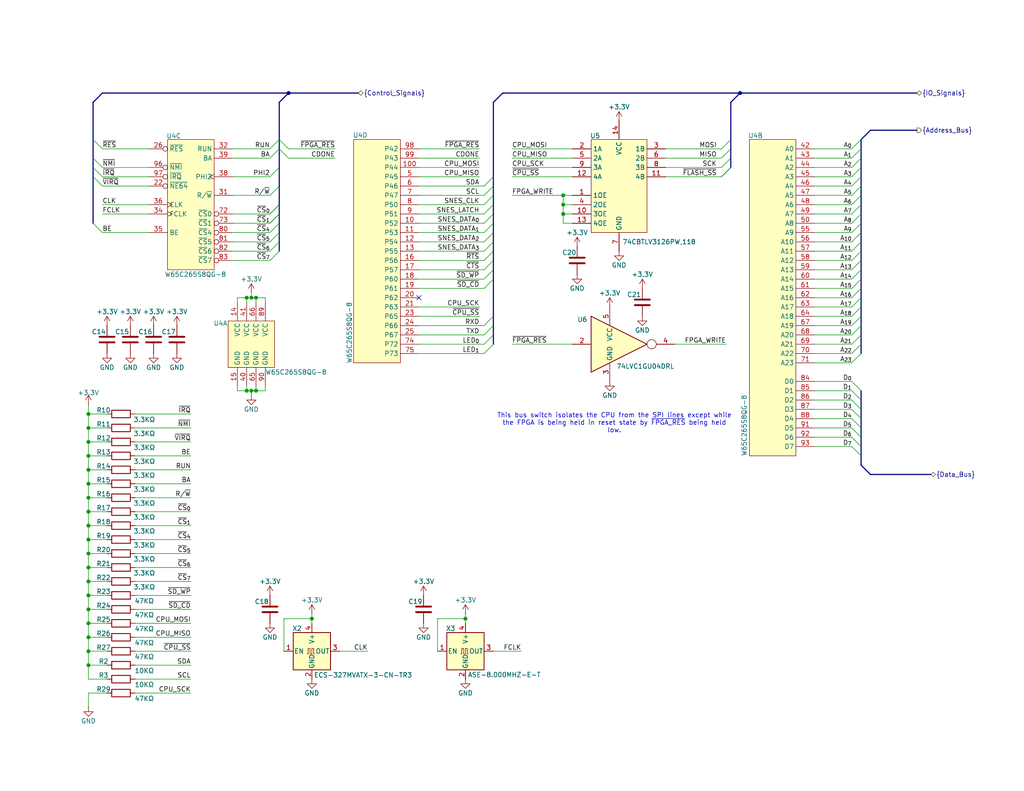
<source format=kicad_sch>
(kicad_sch
	(version 20231120)
	(generator "eeschema")
	(generator_version "8.0")
	(uuid "44ba6193-6a06-4197-b7ea-a7a9a659d64f")
	(paper "USLetter")
	
	(bus_alias "Control_Signals"
		(members "~{RES}" "~{IRQ}" "~{NMI}" "~{VIRQ}" "BE" "RUN" "BA" "PHI2" "R/~{W}"
			"~{CS}_{[0..7]}" "~{I/O}_{[0..7]}" "~{FPGA_RES}" "CDONE" "~{BOOTLOAD}"
			"~{RD}" "~{WR}" "~{RAM}_{[0..9]}" "~{ROM}_{[0..9]}" "~{RES_BTN}"
		)
	)
	(junction
		(at 127 168.91)
		(diameter 0)
		(color 0 0 0 0)
		(uuid "0344307f-ffd1-4ce4-976a-a0100cb524b4")
	)
	(junction
		(at 67.31 106.68)
		(diameter 0)
		(color 0 0 0 0)
		(uuid "05d1072b-c5ed-4e63-a751-2f0ed8d15148")
	)
	(junction
		(at 153.67 53.34)
		(diameter 0)
		(color 0 0 0 0)
		(uuid "080c3be0-cdf8-4c86-8498-5aaee0d366fd")
	)
	(junction
		(at 153.67 58.42)
		(diameter 0)
		(color 0 0 0 0)
		(uuid "10ce3640-0f6f-435f-9d24-afcfbf18f7f5")
	)
	(junction
		(at 24.13 151.13)
		(diameter 0)
		(color 0 0 0 0)
		(uuid "290db1b0-8afe-4f84-aa1a-93aa4d8c7236")
	)
	(junction
		(at 24.13 181.61)
		(diameter 0)
		(color 0 0 0 0)
		(uuid "2c14b75e-fbfd-47d3-9f79-7e185dd3bfb0")
	)
	(junction
		(at 24.13 166.37)
		(diameter 0)
		(color 0 0 0 0)
		(uuid "35b97fa4-415d-4d04-ab80-98d4a6adcbe6")
	)
	(junction
		(at 68.58 81.28)
		(diameter 0)
		(color 0 0 0 0)
		(uuid "391d0299-cbe1-4ab5-b4bc-7ae67a561541")
	)
	(junction
		(at 24.13 113.03)
		(diameter 0)
		(color 0 0 0 0)
		(uuid "3fe9a43b-2543-4ec1-a84a-50853881cdc2")
	)
	(junction
		(at 24.13 147.32)
		(diameter 0)
		(color 0 0 0 0)
		(uuid "454da932-45df-4219-97b4-595cf2aea463")
	)
	(junction
		(at 69.85 81.28)
		(diameter 0)
		(color 0 0 0 0)
		(uuid "49a3fe29-aea5-4e78-b00a-7e2c38af172b")
	)
	(junction
		(at 68.58 106.68)
		(diameter 0)
		(color 0 0 0 0)
		(uuid "49b1fb04-ef5b-4f93-a0ab-847a037c5f27")
	)
	(junction
		(at 85.09 168.91)
		(diameter 0)
		(color 0 0 0 0)
		(uuid "55c11626-7a78-4dee-8c13-2be521e2a126")
	)
	(junction
		(at 24.13 116.84)
		(diameter 0)
		(color 0 0 0 0)
		(uuid "567c851b-2514-4387-98ae-b17b694158bb")
	)
	(junction
		(at 153.67 55.88)
		(diameter 0)
		(color 0 0 0 0)
		(uuid "6532a9b4-c338-4760-8f2c-06201ca50d59")
	)
	(junction
		(at 78.74 25.4)
		(diameter 0)
		(color 0 0 0 0)
		(uuid "6b92e9d5-6e40-4aaa-bbd1-cffcf9fac8dd")
	)
	(junction
		(at 24.13 170.18)
		(diameter 0)
		(color 0 0 0 0)
		(uuid "6ddb4a2c-ae95-440b-9ad8-19d7fa60768d")
	)
	(junction
		(at 201.93 25.4)
		(diameter 0)
		(color 0 0 0 0)
		(uuid "71627db5-fabb-4b60-a3f4-cde36b037705")
	)
	(junction
		(at 24.13 120.65)
		(diameter 0)
		(color 0 0 0 0)
		(uuid "807144d2-ae4e-48aa-b20a-1cce71a04ce5")
	)
	(junction
		(at 24.13 124.46)
		(diameter 0)
		(color 0 0 0 0)
		(uuid "99e7d230-e083-442c-a904-bffc4d2db94f")
	)
	(junction
		(at 67.31 81.28)
		(diameter 0)
		(color 0 0 0 0)
		(uuid "a2c82e76-c7e5-4694-88c1-a437a3c8450d")
	)
	(junction
		(at 24.13 143.51)
		(diameter 0)
		(color 0 0 0 0)
		(uuid "ae8ba32b-880b-46c4-90eb-741c5aec54ec")
	)
	(junction
		(at 24.13 154.94)
		(diameter 0)
		(color 0 0 0 0)
		(uuid "b7238111-1861-4a32-b9b3-8cd9f01ef966")
	)
	(junction
		(at 24.13 128.27)
		(diameter 0)
		(color 0 0 0 0)
		(uuid "be9978bf-3e5e-420c-aace-d27b688937b9")
	)
	(junction
		(at 24.13 139.7)
		(diameter 0)
		(color 0 0 0 0)
		(uuid "c418aed8-cca8-4813-929d-8be085596a35")
	)
	(junction
		(at 24.13 135.89)
		(diameter 0)
		(color 0 0 0 0)
		(uuid "ca174e83-9647-4565-b7ab-a1a72877580f")
	)
	(junction
		(at 24.13 162.56)
		(diameter 0)
		(color 0 0 0 0)
		(uuid "cf6f5a05-efa4-4093-bde5-5918c2bdd57d")
	)
	(junction
		(at 24.13 173.99)
		(diameter 0)
		(color 0 0 0 0)
		(uuid "dc721ef4-c43a-4af6-8e9a-81258d106e50")
	)
	(junction
		(at 24.13 158.75)
		(diameter 0)
		(color 0 0 0 0)
		(uuid "dd76785c-f09f-4568-af0f-c58ed1dad16b")
	)
	(junction
		(at 24.13 177.8)
		(diameter 0)
		(color 0 0 0 0)
		(uuid "e50e370f-e301-4772-9442-345468dfc0b3")
	)
	(junction
		(at 24.13 132.08)
		(diameter 0)
		(color 0 0 0 0)
		(uuid "ef2a31f9-8995-4227-8dfb-3bccf2f8439c")
	)
	(junction
		(at 69.85 106.68)
		(diameter 0)
		(color 0 0 0 0)
		(uuid "fc661939-888c-48ba-83a0-3aa755e454d5")
	)
	(no_connect
		(at 114.3 81.28)
		(uuid "42c669db-f8f0-429b-875f-bf208b73f89f")
	)
	(bus_entry
		(at 134.62 73.66)
		(size -2.54 2.54)
		(stroke
			(width 0)
			(type default)
		)
		(uuid "0622798e-a6d1-436c-931a-79382587d603")
	)
	(bus_entry
		(at 134.62 71.12)
		(size -2.54 2.54)
		(stroke
			(width 0)
			(type default)
		)
		(uuid "06795eb6-72c7-4de1-8e22-1943f66124af")
	)
	(bus_entry
		(at 234.95 40.64)
		(size -2.54 2.54)
		(stroke
			(width 0)
			(type default)
		)
		(uuid "0ada923c-c01b-48c8-aa6c-39ee5b9f5a06")
	)
	(bus_entry
		(at 199.39 40.64)
		(size -2.54 2.54)
		(stroke
			(width 0)
			(type default)
		)
		(uuid "16264bc0-0a31-4723-b7a9-7b9e42720e5e")
	)
	(bus_entry
		(at 234.95 50.8)
		(size -2.54 2.54)
		(stroke
			(width 0)
			(type default)
		)
		(uuid "1880533c-2e64-45fc-ae5e-b21e8fe304ae")
	)
	(bus_entry
		(at 234.95 81.28)
		(size -2.54 2.54)
		(stroke
			(width 0)
			(type default)
		)
		(uuid "20d0e71e-0c9a-4335-852b-c5697bc43bb3")
	)
	(bus_entry
		(at 199.39 45.72)
		(size -2.54 2.54)
		(stroke
			(width 0)
			(type default)
		)
		(uuid "24e102e2-e550-4009-845e-a0aa6bad0f0c")
	)
	(bus_entry
		(at 234.95 106.68)
		(size -2.54 -2.54)
		(stroke
			(width 0)
			(type default)
		)
		(uuid "29ec582a-822c-43b8-8196-d480e55516e0")
	)
	(bus_entry
		(at 134.62 93.98)
		(size -2.54 2.54)
		(stroke
			(width 0)
			(type default)
		)
		(uuid "30d025f9-d815-4221-a9fe-d22757a2eb28")
	)
	(bus_entry
		(at 234.95 83.82)
		(size -2.54 2.54)
		(stroke
			(width 0)
			(type default)
		)
		(uuid "334ab80e-689f-4f47-bf92-1fd91443931f")
	)
	(bus_entry
		(at 234.95 114.3)
		(size -2.54 -2.54)
		(stroke
			(width 0)
			(type default)
		)
		(uuid "3846e6c8-c5d4-4c63-9b10-ed54d57029e4")
	)
	(bus_entry
		(at 25.4 48.26)
		(size 2.54 2.54)
		(stroke
			(width 0)
			(type default)
		)
		(uuid "3e4fbd1f-e05d-4dd5-b63e-042286bdee01")
	)
	(bus_entry
		(at 234.95 119.38)
		(size -2.54 -2.54)
		(stroke
			(width 0)
			(type default)
		)
		(uuid "3edeccd4-2bd9-400d-ae6d-0a84008f401d")
	)
	(bus_entry
		(at 234.95 116.84)
		(size -2.54 -2.54)
		(stroke
			(width 0)
			(type default)
		)
		(uuid "3fbad3b8-1ad2-4313-8c52-91f347f26318")
	)
	(bus_entry
		(at 76.2 66.04)
		(size -2.54 2.54)
		(stroke
			(width 0)
			(type default)
		)
		(uuid "40844920-c486-4f6c-a69b-f2bff62d9354")
	)
	(bus_entry
		(at 234.95 45.72)
		(size -2.54 2.54)
		(stroke
			(width 0)
			(type default)
		)
		(uuid "44b502c7-3f00-4759-bda1-66d896208836")
	)
	(bus_entry
		(at 234.95 96.52)
		(size -2.54 2.54)
		(stroke
			(width 0)
			(type default)
		)
		(uuid "4ef3a15c-0dca-489c-a1ab-b3f3c15c982f")
	)
	(bus_entry
		(at 76.2 38.1)
		(size -2.54 2.54)
		(stroke
			(width 0)
			(type default)
		)
		(uuid "55d1ee2c-f8f2-4edb-9dcc-eebd485e99cd")
	)
	(bus_entry
		(at 76.2 38.1)
		(size 2.54 2.54)
		(stroke
			(width 0)
			(type default)
		)
		(uuid "5c806134-83d4-4480-a996-fff1449cb59a")
	)
	(bus_entry
		(at 234.95 86.36)
		(size -2.54 2.54)
		(stroke
			(width 0)
			(type default)
		)
		(uuid "662de941-def6-4061-a5f9-28ea8d49a914")
	)
	(bus_entry
		(at 25.4 60.96)
		(size 2.54 2.54)
		(stroke
			(width 0)
			(type default)
		)
		(uuid "66eaad49-754d-475f-ad69-851f0aa585e0")
	)
	(bus_entry
		(at 134.62 68.58)
		(size -2.54 2.54)
		(stroke
			(width 0)
			(type default)
		)
		(uuid "67728335-f216-4341-b8e5-7fee09ba289c")
	)
	(bus_entry
		(at 76.2 60.96)
		(size -2.54 2.54)
		(stroke
			(width 0)
			(type default)
		)
		(uuid "67a8eb5d-304a-49fb-bc7c-24116da9f7c6")
	)
	(bus_entry
		(at 25.4 38.1)
		(size 2.54 2.54)
		(stroke
			(width 0)
			(type default)
		)
		(uuid "6a33df8e-9220-4fb7-beee-d7a290e2416f")
	)
	(bus_entry
		(at 234.95 91.44)
		(size -2.54 2.54)
		(stroke
			(width 0)
			(type default)
		)
		(uuid "6c103587-17c6-430e-969a-594f2c641674")
	)
	(bus_entry
		(at 134.62 60.96)
		(size -2.54 2.54)
		(stroke
			(width 0)
			(type default)
		)
		(uuid "6e78a006-e96c-4aac-8891-d7eff2414468")
	)
	(bus_entry
		(at 199.39 38.1)
		(size -2.54 2.54)
		(stroke
			(width 0)
			(type default)
		)
		(uuid "6f13bbda-1d11-43e7-aaad-f4c57a86bf0a")
	)
	(bus_entry
		(at 234.95 68.58)
		(size -2.54 2.54)
		(stroke
			(width 0)
			(type default)
		)
		(uuid "70e5b4be-7620-4903-ade5-a13f28cf42bc")
	)
	(bus_entry
		(at 76.2 40.64)
		(size -2.54 2.54)
		(stroke
			(width 0)
			(type default)
		)
		(uuid "740ac161-029e-4909-bc90-77a609275797")
	)
	(bus_entry
		(at 76.2 40.64)
		(size 2.54 2.54)
		(stroke
			(width 0)
			(type default)
		)
		(uuid "79024a13-df17-4ecb-bd14-58980047e41e")
	)
	(bus_entry
		(at 134.62 86.36)
		(size -2.54 2.54)
		(stroke
			(width 0)
			(type default)
		)
		(uuid "88bf500b-e935-4dc4-ac29-3f618ed2cbba")
	)
	(bus_entry
		(at 134.62 55.88)
		(size -2.54 2.54)
		(stroke
			(width 0)
			(type default)
		)
		(uuid "88e5499a-7c5d-4a7d-ac78-0f82d3eeefa1")
	)
	(bus_entry
		(at 234.95 93.98)
		(size -2.54 2.54)
		(stroke
			(width 0)
			(type default)
		)
		(uuid "89a9f9c7-341c-4c2e-bc65-7496a79988c8")
	)
	(bus_entry
		(at 76.2 45.72)
		(size -2.54 2.54)
		(stroke
			(width 0)
			(type default)
		)
		(uuid "8d61f55a-266a-4900-9215-c676a9017e7a")
	)
	(bus_entry
		(at 234.95 60.96)
		(size -2.54 2.54)
		(stroke
			(width 0)
			(type default)
		)
		(uuid "96b60cf7-26c7-47ea-8199-4bfb079fe992")
	)
	(bus_entry
		(at 134.62 50.8)
		(size -2.54 2.54)
		(stroke
			(width 0)
			(type default)
		)
		(uuid "9787fcb0-f9b6-42ef-ac37-a1c847559b94")
	)
	(bus_entry
		(at 134.62 58.42)
		(size -2.54 2.54)
		(stroke
			(width 0)
			(type default)
		)
		(uuid "98024ede-9c38-4fda-82a0-03b5db147bad")
	)
	(bus_entry
		(at 234.95 48.26)
		(size -2.54 2.54)
		(stroke
			(width 0)
			(type default)
		)
		(uuid "a08c850b-c987-404a-bfb5-6684f0feff75")
	)
	(bus_entry
		(at 234.95 63.5)
		(size -2.54 2.54)
		(stroke
			(width 0)
			(type default)
		)
		(uuid "a2cf0c6f-f2bc-4e95-abec-7aef510867a2")
	)
	(bus_entry
		(at 25.4 43.18)
		(size 2.54 2.54)
		(stroke
			(width 0)
			(type default)
		)
		(uuid "a35719e4-e8ed-44d6-8650-5aadde7381a3")
	)
	(bus_entry
		(at 199.39 45.72)
		(size -2.54 2.54)
		(stroke
			(width 0)
			(type default)
		)
		(uuid "a4bb6e5a-f51f-4aa3-9261-69a4a0d306f5")
	)
	(bus_entry
		(at 76.2 58.42)
		(size -2.54 2.54)
		(stroke
			(width 0)
			(type default)
		)
		(uuid "aa217e42-df2d-4884-9b63-3c29655714c6")
	)
	(bus_entry
		(at 234.95 58.42)
		(size -2.54 2.54)
		(stroke
			(width 0)
			(type default)
		)
		(uuid "ae28979d-217a-4a23-b09a-67fb53d86859")
	)
	(bus_entry
		(at 234.95 76.2)
		(size -2.54 2.54)
		(stroke
			(width 0)
			(type default)
		)
		(uuid "b2ecb46b-3ed6-49f3-a223-516062c3ea8c")
	)
	(bus_entry
		(at 76.2 55.88)
		(size -2.54 2.54)
		(stroke
			(width 0)
			(type default)
		)
		(uuid "b45551fc-21b9-475e-be91-15335ac4b24a")
	)
	(bus_entry
		(at 234.95 111.76)
		(size -2.54 -2.54)
		(stroke
			(width 0)
			(type default)
		)
		(uuid "b6ac7a4f-73ac-4cf5-a7f6-8cf908dbeb30")
	)
	(bus_entry
		(at 234.95 78.74)
		(size -2.54 2.54)
		(stroke
			(width 0)
			(type default)
		)
		(uuid "b7c93631-227b-46bd-a87e-d53b02cdae9f")
	)
	(bus_entry
		(at 76.2 58.42)
		(size -2.54 2.54)
		(stroke
			(width 0)
			(type default)
		)
		(uuid "b92e3a6b-ba62-44a2-8d2a-98c47c93401d")
	)
	(bus_entry
		(at 76.2 50.8)
		(size -2.54 2.54)
		(stroke
			(width 0)
			(type default)
		)
		(uuid "bd31f79b-07b8-41d0-9b1b-996e387f7cd2")
	)
	(bus_entry
		(at 234.95 66.04)
		(size -2.54 2.54)
		(stroke
			(width 0)
			(type default)
		)
		(uuid "bfa22d2a-145e-4bf0-bfd9-b0e167d5d565")
	)
	(bus_entry
		(at 199.39 43.18)
		(size -2.54 2.54)
		(stroke
			(width 0)
			(type default)
		)
		(uuid "c1ec1ebf-cf89-4e2a-a49a-d42c5263c2ed")
	)
	(bus_entry
		(at 134.62 48.26)
		(size -2.54 2.54)
		(stroke
			(width 0)
			(type default)
		)
		(uuid "c614c79c-132e-4587-ba5d-f5071725fcae")
	)
	(bus_entry
		(at 234.95 55.88)
		(size -2.54 2.54)
		(stroke
			(width 0)
			(type default)
		)
		(uuid "c7708a26-ab91-4b22-961e-b6f7e31dbb81")
	)
	(bus_entry
		(at 25.4 45.72)
		(size 2.54 2.54)
		(stroke
			(width 0)
			(type default)
		)
		(uuid "d0701518-18f2-48f9-9f30-5c6e74ddab35")
	)
	(bus_entry
		(at 134.62 88.9)
		(size -2.54 2.54)
		(stroke
			(width 0)
			(type default)
		)
		(uuid "d1b498d2-cf42-49a4-bbdf-6a0c6e3d1c4d")
	)
	(bus_entry
		(at 134.62 91.44)
		(size -2.54 2.54)
		(stroke
			(width 0)
			(type default)
		)
		(uuid "d2fa7482-e843-4388-b31f-028e410d6115")
	)
	(bus_entry
		(at 134.62 76.2)
		(size -2.54 2.54)
		(stroke
			(width 0)
			(type default)
		)
		(uuid "de328d5c-0572-4bad-818a-d9388759d5eb")
	)
	(bus_entry
		(at 234.95 43.18)
		(size -2.54 2.54)
		(stroke
			(width 0)
			(type default)
		)
		(uuid "dea5c313-b20e-435d-bd96-fa59e756e699")
	)
	(bus_entry
		(at 234.95 121.92)
		(size -2.54 -2.54)
		(stroke
			(width 0)
			(type default)
		)
		(uuid "e2699263-6512-4f74-ac8c-6281256bf640")
	)
	(bus_entry
		(at 234.95 73.66)
		(size -2.54 2.54)
		(stroke
			(width 0)
			(type default)
		)
		(uuid "e33deefb-15f7-4021-ae76-a46b7e121e84")
	)
	(bus_entry
		(at 134.62 53.34)
		(size -2.54 2.54)
		(stroke
			(width 0)
			(type default)
		)
		(uuid "ea1af5f1-dac9-4ab9-a3d5-1022f4919b52")
	)
	(bus_entry
		(at 234.95 53.34)
		(size -2.54 2.54)
		(stroke
			(width 0)
			(type default)
		)
		(uuid "ea4cee95-6d6c-47cb-ae8e-081d52f6514b")
	)
	(bus_entry
		(at 234.95 71.12)
		(size -2.54 2.54)
		(stroke
			(width 0)
			(type default)
		)
		(uuid "eaa628c5-5bb1-423e-984b-3c905f0da0fb")
	)
	(bus_entry
		(at 76.2 63.5)
		(size -2.54 2.54)
		(stroke
			(width 0)
			(type default)
		)
		(uuid "ede73696-c401-4738-9a98-f69abbb066ce")
	)
	(bus_entry
		(at 134.62 66.04)
		(size -2.54 2.54)
		(stroke
			(width 0)
			(type default)
		)
		(uuid "eeebaf6b-515c-40e9-b496-ce6dec63c95d")
	)
	(bus_entry
		(at 234.95 109.22)
		(size -2.54 -2.54)
		(stroke
			(width 0)
			(type default)
		)
		(uuid "f213cc57-cd92-4ec0-8004-12ef38244c47")
	)
	(bus_entry
		(at 134.62 63.5)
		(size -2.54 2.54)
		(stroke
			(width 0)
			(type default)
		)
		(uuid "fa2fccd6-ed7d-436e-8da6-cb9b3054e06c")
	)
	(bus_entry
		(at 76.2 68.58)
		(size -2.54 2.54)
		(stroke
			(width 0)
			(type default)
		)
		(uuid "fc97244c-1f79-4006-962b-cd3853d7c14f")
	)
	(bus_entry
		(at 76.2 55.88)
		(size -2.54 2.54)
		(stroke
			(width 0)
			(type default)
		)
		(uuid "fcf3b687-b0d1-4fdd-af07-b529fe4b8706")
	)
	(bus_entry
		(at 234.95 88.9)
		(size -2.54 2.54)
		(stroke
			(width 0)
			(type default)
		)
		(uuid "fd697a79-03e1-4098-9ff0-e8ac0cc00084")
	)
	(bus_entry
		(at 234.95 38.1)
		(size -2.54 2.54)
		(stroke
			(width 0)
			(type default)
		)
		(uuid "fe0a9fd9-304d-4792-9948-20c0f6127126")
	)
	(bus_entry
		(at 234.95 124.46)
		(size -2.54 -2.54)
		(stroke
			(width 0)
			(type default)
		)
		(uuid "fee710ca-37f8-45bd-84e7-ea7a9fe45c6a")
	)
	(bus
		(pts
			(xy 78.74 25.4) (xy 97.79 25.4)
		)
		(stroke
			(width 0)
			(type default)
		)
		(uuid "018e4274-cef1-47f1-ad41-2e24e02bc881")
	)
	(bus
		(pts
			(xy 134.62 86.36) (xy 134.62 88.9)
		)
		(stroke
			(width 0)
			(type default)
		)
		(uuid "026cc3bb-c04f-4a17-835b-56ae03a1cf51")
	)
	(wire
		(pts
			(xy 52.07 113.03) (xy 36.83 113.03)
		)
		(stroke
			(width 0)
			(type default)
		)
		(uuid "02f43692-8e40-47e7-ba62-92d5986e1e06")
	)
	(wire
		(pts
			(xy 27.94 55.88) (xy 40.64 55.88)
		)
		(stroke
			(width 0)
			(type default)
		)
		(uuid "04df9f0b-add8-4f6d-9974-41b08fcc13d2")
	)
	(wire
		(pts
			(xy 24.13 166.37) (xy 24.13 170.18)
		)
		(stroke
			(width 0)
			(type default)
		)
		(uuid "05af67ab-9efc-4d0a-b404-70fc391482db")
	)
	(wire
		(pts
			(xy 139.7 48.26) (xy 156.21 48.26)
		)
		(stroke
			(width 0)
			(type default)
		)
		(uuid "05c6d592-1689-466f-bb27-8075e52be7cc")
	)
	(wire
		(pts
			(xy 52.07 154.94) (xy 36.83 154.94)
		)
		(stroke
			(width 0)
			(type default)
		)
		(uuid "06b18bac-b7a0-4843-8e9d-eaba74ecdc75")
	)
	(wire
		(pts
			(xy 114.3 71.12) (xy 132.08 71.12)
		)
		(stroke
			(width 0)
			(type default)
		)
		(uuid "073f0484-8f94-4993-be0f-b4cec553bba7")
	)
	(wire
		(pts
			(xy 24.13 116.84) (xy 24.13 120.65)
		)
		(stroke
			(width 0)
			(type default)
		)
		(uuid "075a5dd9-4f3e-4f48-8cc7-75eaa47eaf6b")
	)
	(wire
		(pts
			(xy 24.13 154.94) (xy 29.21 154.94)
		)
		(stroke
			(width 0)
			(type default)
		)
		(uuid "077e6eb6-d72c-4583-b9e9-c6f214fc2a1b")
	)
	(wire
		(pts
			(xy 24.13 135.89) (xy 29.21 135.89)
		)
		(stroke
			(width 0)
			(type default)
		)
		(uuid "079ef9aa-fbd8-4598-a13a-1e5a0582f2ae")
	)
	(wire
		(pts
			(xy 139.7 40.64) (xy 156.21 40.64)
		)
		(stroke
			(width 0)
			(type default)
		)
		(uuid "07b00f34-a47c-4734-b22b-7d0989d206e5")
	)
	(bus
		(pts
			(xy 134.62 50.8) (xy 134.62 53.34)
		)
		(stroke
			(width 0)
			(type default)
		)
		(uuid "0965daa3-2fda-4c63-ab06-6a6f61d0a74e")
	)
	(wire
		(pts
			(xy 24.13 113.03) (xy 24.13 116.84)
		)
		(stroke
			(width 0)
			(type default)
		)
		(uuid "09797e35-d47e-4065-80ef-f7629e847e00")
	)
	(bus
		(pts
			(xy 78.74 25.4) (xy 76.2 27.94)
		)
		(stroke
			(width 0)
			(type default)
		)
		(uuid "09f7be52-190b-4762-b898-4e5564fb8059")
	)
	(bus
		(pts
			(xy 134.62 27.94) (xy 134.62 48.26)
		)
		(stroke
			(width 0)
			(type default)
		)
		(uuid "0bf20f41-2bea-40f5-89dc-299bdfaba5ca")
	)
	(wire
		(pts
			(xy 52.07 143.51) (xy 36.83 143.51)
		)
		(stroke
			(width 0)
			(type default)
		)
		(uuid "0d7c2c90-9826-4995-afa4-277a3cacad3c")
	)
	(wire
		(pts
			(xy 27.94 48.26) (xy 40.64 48.26)
		)
		(stroke
			(width 0)
			(type default)
		)
		(uuid "10b4f09b-3c8d-4c69-b305-58a33f9ad071")
	)
	(wire
		(pts
			(xy 222.25 66.04) (xy 232.41 66.04)
		)
		(stroke
			(width 0)
			(type default)
		)
		(uuid "10ff2595-7f7c-4afb-8012-c375ebeccd29")
	)
	(wire
		(pts
			(xy 67.31 106.68) (xy 68.58 106.68)
		)
		(stroke
			(width 0)
			(type default)
		)
		(uuid "116a0d98-3e09-4cd4-9d17-cd8da3e76d8b")
	)
	(wire
		(pts
			(xy 63.5 48.26) (xy 73.66 48.26)
		)
		(stroke
			(width 0)
			(type default)
		)
		(uuid "12c1ded3-4b9a-4f51-891c-475bea1d0772")
	)
	(bus
		(pts
			(xy 134.62 63.5) (xy 134.62 66.04)
		)
		(stroke
			(width 0)
			(type default)
		)
		(uuid "13cc5fcc-fd44-4d46-8b8c-5b7cd38e8001")
	)
	(wire
		(pts
			(xy 222.25 40.64) (xy 232.41 40.64)
		)
		(stroke
			(width 0)
			(type default)
		)
		(uuid "1412149f-7cb8-44f6-a32f-c58ba65fc4a0")
	)
	(wire
		(pts
			(xy 24.13 189.23) (xy 29.21 189.23)
		)
		(stroke
			(width 0)
			(type default)
		)
		(uuid "147a57d2-5acd-4b28-84bc-586eb0c10152")
	)
	(wire
		(pts
			(xy 114.3 43.18) (xy 130.81 43.18)
		)
		(stroke
			(width 0)
			(type default)
		)
		(uuid "15d96ed8-2288-4b0d-8017-15350287965a")
	)
	(wire
		(pts
			(xy 114.3 76.2) (xy 132.08 76.2)
		)
		(stroke
			(width 0)
			(type default)
		)
		(uuid "15ddfc48-1514-4c91-ba7e-5ac8906265a2")
	)
	(bus
		(pts
			(xy 234.95 78.74) (xy 234.95 81.28)
		)
		(stroke
			(width 0)
			(type default)
		)
		(uuid "1674d02e-ca77-40ca-bdab-0ea172a38a80")
	)
	(bus
		(pts
			(xy 237.49 129.54) (xy 254 129.54)
		)
		(stroke
			(width 0)
			(type default)
		)
		(uuid "1690a748-91a7-41cb-8037-6af68ed64881")
	)
	(wire
		(pts
			(xy 52.07 128.27) (xy 36.83 128.27)
		)
		(stroke
			(width 0)
			(type default)
		)
		(uuid "16eaf692-efbb-470a-8a33-54ec9a34e86f")
	)
	(wire
		(pts
			(xy 142.24 177.8) (xy 134.62 177.8)
		)
		(stroke
			(width 0)
			(type default)
		)
		(uuid "184bf0e4-48ce-4ea5-86b1-111ccc94beba")
	)
	(wire
		(pts
			(xy 67.31 81.28) (xy 68.58 81.28)
		)
		(stroke
			(width 0)
			(type default)
		)
		(uuid "1b759112-16f2-4101-a604-3f2a2b9d0119")
	)
	(wire
		(pts
			(xy 181.61 43.18) (xy 196.85 43.18)
		)
		(stroke
			(width 0)
			(type default)
		)
		(uuid "1c435417-16cb-4769-8197-681f364ee6b3")
	)
	(wire
		(pts
			(xy 222.25 48.26) (xy 232.41 48.26)
		)
		(stroke
			(width 0)
			(type default)
		)
		(uuid "1cb9444d-45ab-4da4-a8bc-79282e62c54c")
	)
	(bus
		(pts
			(xy 234.95 127) (xy 237.49 129.54)
		)
		(stroke
			(width 0)
			(type default)
		)
		(uuid "1dfcf32d-b331-44db-a748-ce169d4ab0bc")
	)
	(wire
		(pts
			(xy 222.25 111.76) (xy 232.41 111.76)
		)
		(stroke
			(width 0)
			(type default)
		)
		(uuid "1f50bc1b-eae4-44be-9625-fe0b56d13959")
	)
	(wire
		(pts
			(xy 27.94 58.42) (xy 40.64 58.42)
		)
		(stroke
			(width 0)
			(type default)
		)
		(uuid "2157f15c-1648-419a-ba72-524f168e374d")
	)
	(bus
		(pts
			(xy 234.95 116.84) (xy 234.95 119.38)
		)
		(stroke
			(width 0)
			(type default)
		)
		(uuid "222056a7-a71f-4abd-93ae-9ae25aceb96b")
	)
	(wire
		(pts
			(xy 24.13 139.7) (xy 29.21 139.7)
		)
		(stroke
			(width 0)
			(type default)
		)
		(uuid "22c5b57b-51f7-4e22-a05e-eed19d547243")
	)
	(wire
		(pts
			(xy 153.67 58.42) (xy 153.67 60.96)
		)
		(stroke
			(width 0)
			(type default)
		)
		(uuid "22d18fbf-f926-4302-bac2-e606de549523")
	)
	(wire
		(pts
			(xy 73.66 68.58) (xy 63.5 68.58)
		)
		(stroke
			(width 0)
			(type default)
		)
		(uuid "25858db4-c356-4a48-88ee-a123b8fdc0eb")
	)
	(bus
		(pts
			(xy 25.4 27.94) (xy 25.4 38.1)
		)
		(stroke
			(width 0)
			(type default)
		)
		(uuid "25eee586-70cc-402e-bf3f-54430e67adac")
	)
	(bus
		(pts
			(xy 234.95 119.38) (xy 234.95 121.92)
		)
		(stroke
			(width 0)
			(type default)
		)
		(uuid "26524561-ef9b-49a4-9c1a-f94bb8a15041")
	)
	(wire
		(pts
			(xy 24.13 181.61) (xy 24.13 185.42)
		)
		(stroke
			(width 0)
			(type default)
		)
		(uuid "27345bad-6137-4680-ab0a-c829d2851070")
	)
	(wire
		(pts
			(xy 24.13 120.65) (xy 29.21 120.65)
		)
		(stroke
			(width 0)
			(type default)
		)
		(uuid "2983fb10-1c9c-4084-a49a-f843024f2d9c")
	)
	(wire
		(pts
			(xy 24.13 151.13) (xy 24.13 154.94)
		)
		(stroke
			(width 0)
			(type default)
		)
		(uuid "29c692db-6496-4863-880b-6118ab639f51")
	)
	(wire
		(pts
			(xy 114.3 88.9) (xy 132.08 88.9)
		)
		(stroke
			(width 0)
			(type default)
		)
		(uuid "2a2718bd-cea1-449d-b620-4e6ea38e632c")
	)
	(wire
		(pts
			(xy 127 167.64) (xy 127 168.91)
		)
		(stroke
			(width 0)
			(type default)
		)
		(uuid "2b0fcc71-83a7-4502-a6f0-6baa93f7d7b7")
	)
	(bus
		(pts
			(xy 234.95 66.04) (xy 234.95 68.58)
		)
		(stroke
			(width 0)
			(type default)
		)
		(uuid "2dfff9f3-e2b0-4233-be1b-9aa1d76b6403")
	)
	(wire
		(pts
			(xy 114.3 63.5) (xy 132.08 63.5)
		)
		(stroke
			(width 0)
			(type default)
		)
		(uuid "301be115-48ef-4bc1-b2b4-39b81bf7326f")
	)
	(bus
		(pts
			(xy 199.39 38.1) (xy 199.39 40.64)
		)
		(stroke
			(width 0)
			(type default)
		)
		(uuid "3333ef90-85a2-4c5d-a896-5c3bb0d0f214")
	)
	(wire
		(pts
			(xy 24.13 143.51) (xy 24.13 147.32)
		)
		(stroke
			(width 0)
			(type default)
		)
		(uuid "34a11371-8adf-4490-86e7-520c457f507b")
	)
	(wire
		(pts
			(xy 24.13 139.7) (xy 24.13 143.51)
		)
		(stroke
			(width 0)
			(type default)
		)
		(uuid "3597ba9f-7fb1-4ee2-a650-6736768aff8a")
	)
	(wire
		(pts
			(xy 24.13 177.8) (xy 29.21 177.8)
		)
		(stroke
			(width 0)
			(type default)
		)
		(uuid "3616b16e-a9ab-49d3-a433-5021b9eb86a7")
	)
	(wire
		(pts
			(xy 114.3 50.8) (xy 132.08 50.8)
		)
		(stroke
			(width 0)
			(type default)
		)
		(uuid "36e8738c-eb7d-4676-b0be-70c559978c3a")
	)
	(wire
		(pts
			(xy 222.25 81.28) (xy 232.41 81.28)
		)
		(stroke
			(width 0)
			(type default)
		)
		(uuid "38a4d6e3-5bfd-4eb1-b83d-4dc1c6b855d7")
	)
	(bus
		(pts
			(xy 234.95 73.66) (xy 234.95 76.2)
		)
		(stroke
			(width 0)
			(type default)
		)
		(uuid "38b5423c-a1cb-4d8b-b287-4426ff78c2ee")
	)
	(wire
		(pts
			(xy 24.13 170.18) (xy 24.13 173.99)
		)
		(stroke
			(width 0)
			(type default)
		)
		(uuid "3931007a-2a63-4357-aacb-9715e98ab149")
	)
	(wire
		(pts
			(xy 69.85 81.28) (xy 72.39 81.28)
		)
		(stroke
			(width 0)
			(type default)
		)
		(uuid "3a9a9e43-65cb-4a4f-b240-2536f3109f4e")
	)
	(wire
		(pts
			(xy 52.07 181.61) (xy 36.83 181.61)
		)
		(stroke
			(width 0)
			(type default)
		)
		(uuid "3b09f177-5c87-4820-8beb-41f535caaa82")
	)
	(wire
		(pts
			(xy 156.21 53.34) (xy 153.67 53.34)
		)
		(stroke
			(width 0)
			(type default)
		)
		(uuid "3c3008f0-4dc9-4acd-86c8-07e97418b7a7")
	)
	(wire
		(pts
			(xy 222.25 91.44) (xy 232.41 91.44)
		)
		(stroke
			(width 0)
			(type default)
		)
		(uuid "3d9c1fff-25ad-48c8-ae99-a8e32d023da5")
	)
	(wire
		(pts
			(xy 52.07 189.23) (xy 36.83 189.23)
		)
		(stroke
			(width 0)
			(type default)
		)
		(uuid "3f475ebf-c5e1-4200-b3d1-ea4589f898c7")
	)
	(wire
		(pts
			(xy 184.15 93.98) (xy 198.12 93.98)
		)
		(stroke
			(width 0)
			(type default)
		)
		(uuid "3f6c638c-2231-40e7-8b7b-cc564f0a3384")
	)
	(wire
		(pts
			(xy 114.3 78.74) (xy 132.08 78.74)
		)
		(stroke
			(width 0)
			(type default)
		)
		(uuid "4049c8b8-c073-4791-aa5b-6f5eba44d4cd")
	)
	(wire
		(pts
			(xy 24.13 162.56) (xy 24.13 166.37)
		)
		(stroke
			(width 0)
			(type default)
		)
		(uuid "421a8705-f1c8-4310-885f-20863fcaa829")
	)
	(bus
		(pts
			(xy 76.2 66.04) (xy 76.2 68.58)
		)
		(stroke
			(width 0)
			(type default)
		)
		(uuid "424c612c-b4c3-4662-8a3d-9377ed57e022")
	)
	(wire
		(pts
			(xy 100.33 177.8) (xy 92.71 177.8)
		)
		(stroke
			(width 0)
			(type default)
		)
		(uuid "428971c3-d117-4d28-9148-fc42f7cc8360")
	)
	(wire
		(pts
			(xy 72.39 105.41) (xy 72.39 106.68)
		)
		(stroke
			(width 0)
			(type default)
		)
		(uuid "429a6ffb-b26f-497b-a4cd-3cb846462649")
	)
	(wire
		(pts
			(xy 130.81 86.36) (xy 114.3 86.36)
		)
		(stroke
			(width 0)
			(type default)
		)
		(uuid "44997efd-3adf-490b-be8a-3330b8cc4b88")
	)
	(wire
		(pts
			(xy 114.3 96.52) (xy 132.08 96.52)
		)
		(stroke
			(width 0)
			(type default)
		)
		(uuid "44dcf932-5b27-4c2d-936c-8e655e369f3d")
	)
	(wire
		(pts
			(xy 222.25 76.2) (xy 232.41 76.2)
		)
		(stroke
			(width 0)
			(type default)
		)
		(uuid "458a3328-d8e4-4ff6-b0a7-56a36515562c")
	)
	(wire
		(pts
			(xy 73.66 43.18) (xy 63.5 43.18)
		)
		(stroke
			(width 0)
			(type default)
		)
		(uuid "4625ba4e-c766-4ba2-915c-97b56beb04e3")
	)
	(wire
		(pts
			(xy 52.07 170.18) (xy 36.83 170.18)
		)
		(stroke
			(width 0)
			(type default)
		)
		(uuid "47103ab0-aa26-4648-ad35-752326e98791")
	)
	(bus
		(pts
			(xy 234.95 43.18) (xy 234.95 45.72)
		)
		(stroke
			(width 0)
			(type default)
		)
		(uuid "4789ea3a-94ba-45cc-9051-391583c763ca")
	)
	(wire
		(pts
			(xy 85.09 168.91) (xy 85.09 170.18)
		)
		(stroke
			(width 0)
			(type default)
		)
		(uuid "485fb033-6678-484a-84d9-05ae69abbdaf")
	)
	(wire
		(pts
			(xy 77.47 168.91) (xy 85.09 168.91)
		)
		(stroke
			(width 0)
			(type default)
		)
		(uuid "49a6ca2f-66fa-4014-9b2e-d2ef207958ec")
	)
	(bus
		(pts
			(xy 199.39 27.94) (xy 199.39 38.1)
		)
		(stroke
			(width 0)
			(type default)
		)
		(uuid "4b1f537d-e64e-4096-b78c-b57fd0b34771")
	)
	(bus
		(pts
			(xy 76.2 63.5) (xy 76.2 66.04)
		)
		(stroke
			(width 0)
			(type default)
		)
		(uuid "4bf394ab-ff41-4710-a5a2-363e84ea415c")
	)
	(wire
		(pts
			(xy 222.25 63.5) (xy 232.41 63.5)
		)
		(stroke
			(width 0)
			(type default)
		)
		(uuid "4ef21b6b-c222-4126-9a15-4f3ad16ae94d")
	)
	(bus
		(pts
			(xy 234.95 63.5) (xy 234.95 66.04)
		)
		(stroke
			(width 0)
			(type default)
		)
		(uuid "50addf46-4483-47de-9909-48569f08cd5d")
	)
	(wire
		(pts
			(xy 24.13 147.32) (xy 24.13 151.13)
		)
		(stroke
			(width 0)
			(type default)
		)
		(uuid "50d8696a-a5e8-4239-a702-68494374796c")
	)
	(bus
		(pts
			(xy 199.39 27.94) (xy 201.93 25.4)
		)
		(stroke
			(width 0)
			(type default)
		)
		(uuid "5262fd62-69b3-4c08-a7f0-41ceab7ef334")
	)
	(bus
		(pts
			(xy 234.95 86.36) (xy 234.95 88.9)
		)
		(stroke
			(width 0)
			(type default)
		)
		(uuid "5273156a-dbc5-4d64-a5cf-1565089abdff")
	)
	(wire
		(pts
			(xy 85.09 167.64) (xy 85.09 168.91)
		)
		(stroke
			(width 0)
			(type default)
		)
		(uuid "52bb07df-823f-435f-a0ea-5a3d879f6771")
	)
	(bus
		(pts
			(xy 25.4 48.26) (xy 25.4 60.96)
		)
		(stroke
			(width 0)
			(type default)
		)
		(uuid "53063c99-8b31-492f-96a0-94422c88a6bb")
	)
	(bus
		(pts
			(xy 234.95 124.46) (xy 234.95 127)
		)
		(stroke
			(width 0)
			(type default)
		)
		(uuid "531838ea-8c6e-4c90-a7b1-2e36e9a3fd25")
	)
	(bus
		(pts
			(xy 76.2 60.96) (xy 76.2 63.5)
		)
		(stroke
			(width 0)
			(type default)
		)
		(uuid "53f9273d-2233-4945-b986-53b47b927b9c")
	)
	(wire
		(pts
			(xy 130.81 45.72) (xy 114.3 45.72)
		)
		(stroke
			(width 0)
			(type default)
		)
		(uuid "54eac7f9-1e64-4cb6-bbac-006c204b4ee4")
	)
	(bus
		(pts
			(xy 234.95 91.44) (xy 234.95 93.98)
		)
		(stroke
			(width 0)
			(type default)
		)
		(uuid "57e25297-da9f-4e17-86af-7231af121967")
	)
	(wire
		(pts
			(xy 222.25 68.58) (xy 232.41 68.58)
		)
		(stroke
			(width 0)
			(type default)
		)
		(uuid "58284157-5ce2-4a5f-bb85-be9404b43bef")
	)
	(wire
		(pts
			(xy 153.67 53.34) (xy 139.7 53.34)
		)
		(stroke
			(width 0)
			(type default)
		)
		(uuid "582e50a8-e652-4cbe-82f6-73e044e495fe")
	)
	(bus
		(pts
			(xy 234.95 40.64) (xy 234.95 43.18)
		)
		(stroke
			(width 0)
			(type default)
		)
		(uuid "58cd37fa-27ae-4bf0-a1e4-85326b2e567f")
	)
	(bus
		(pts
			(xy 234.95 45.72) (xy 234.95 48.26)
		)
		(stroke
			(width 0)
			(type default)
		)
		(uuid "5adabb23-49ed-4612-a237-1c8b69e7fe21")
	)
	(wire
		(pts
			(xy 181.61 40.64) (xy 196.85 40.64)
		)
		(stroke
			(width 0)
			(type default)
		)
		(uuid "5b016f85-36c1-43fb-b379-4b4e3a208023")
	)
	(bus
		(pts
			(xy 134.62 91.44) (xy 134.62 93.98)
		)
		(stroke
			(width 0)
			(type default)
		)
		(uuid "5b99698a-e60a-4d4e-8524-cfa84e1a50d1")
	)
	(wire
		(pts
			(xy 222.25 93.98) (xy 232.41 93.98)
		)
		(stroke
			(width 0)
			(type default)
		)
		(uuid "5bf4170c-7a53-4415-8213-bf07317fa623")
	)
	(wire
		(pts
			(xy 24.13 132.08) (xy 24.13 135.89)
		)
		(stroke
			(width 0)
			(type default)
		)
		(uuid "5c939b34-0ea2-4ade-91dd-055b86866e78")
	)
	(bus
		(pts
			(xy 134.62 66.04) (xy 134.62 68.58)
		)
		(stroke
			(width 0)
			(type default)
		)
		(uuid "5cf09ddc-0eff-42c1-8f0f-88ac80d233de")
	)
	(bus
		(pts
			(xy 76.2 45.72) (xy 76.2 50.8)
		)
		(stroke
			(width 0)
			(type default)
		)
		(uuid "5d94107d-9179-4667-8608-273057ec10c0")
	)
	(bus
		(pts
			(xy 134.62 71.12) (xy 134.62 73.66)
		)
		(stroke
			(width 0)
			(type default)
		)
		(uuid "6012f114-319e-4f2c-813f-66651233ae6b")
	)
	(wire
		(pts
			(xy 24.13 173.99) (xy 29.21 173.99)
		)
		(stroke
			(width 0)
			(type default)
		)
		(uuid "602f0fbf-ee1f-4854-b444-323c562108f8")
	)
	(wire
		(pts
			(xy 24.13 128.27) (xy 29.21 128.27)
		)
		(stroke
			(width 0)
			(type default)
		)
		(uuid "60d4637d-0549-4b4a-adaa-b01410a927a7")
	)
	(wire
		(pts
			(xy 222.25 45.72) (xy 232.41 45.72)
		)
		(stroke
			(width 0)
			(type default)
		)
		(uuid "617b227a-a6a2-4907-b861-4b32bcf9ebe3")
	)
	(wire
		(pts
			(xy 181.61 45.72) (xy 196.85 45.72)
		)
		(stroke
			(width 0)
			(type default)
		)
		(uuid "6264cd99-40d8-4638-8fb4-c1ec22380a33")
	)
	(wire
		(pts
			(xy 73.66 63.5) (xy 63.5 63.5)
		)
		(stroke
			(width 0)
			(type default)
		)
		(uuid "62793898-6753-4fc6-a102-44e7c1d3b6a7")
	)
	(wire
		(pts
			(xy 181.61 48.26) (xy 196.85 48.26)
		)
		(stroke
			(width 0)
			(type default)
		)
		(uuid "62962106-c7bc-48c0-afe7-da6fce1a0bd2")
	)
	(bus
		(pts
			(xy 234.95 38.1) (xy 234.95 40.64)
		)
		(stroke
			(width 0)
			(type default)
		)
		(uuid "6326ee74-fe1a-4e72-a766-6e1d94a60a7b")
	)
	(wire
		(pts
			(xy 24.13 135.89) (xy 24.13 139.7)
		)
		(stroke
			(width 0)
			(type default)
		)
		(uuid "63291220-138b-48cf-bbe6-fd50c61a10f6")
	)
	(wire
		(pts
			(xy 130.81 83.82) (xy 114.3 83.82)
		)
		(stroke
			(width 0)
			(type default)
		)
		(uuid "64990247-e3ee-4628-a2f0-ea6f7cdbc98e")
	)
	(bus
		(pts
			(xy 234.95 109.22) (xy 234.95 111.76)
		)
		(stroke
			(width 0)
			(type default)
		)
		(uuid "68b8a721-1c74-4734-bfec-335a07acd4ba")
	)
	(wire
		(pts
			(xy 127 168.91) (xy 127 170.18)
		)
		(stroke
			(width 0)
			(type default)
		)
		(uuid "6a09f5ee-73ab-4712-9348-0dff0a19a37d")
	)
	(bus
		(pts
			(xy 234.95 121.92) (xy 234.95 124.46)
		)
		(stroke
			(width 0)
			(type default)
		)
		(uuid "6d728705-b21b-423a-be5e-49e49961e662")
	)
	(wire
		(pts
			(xy 52.07 151.13) (xy 36.83 151.13)
		)
		(stroke
			(width 0)
			(type default)
		)
		(uuid "6dbaf2c6-1100-4e77-861e-8ec4788578de")
	)
	(wire
		(pts
			(xy 72.39 81.28) (xy 72.39 82.55)
		)
		(stroke
			(width 0)
			(type default)
		)
		(uuid "6f18771c-b66f-4e2b-90a6-c1b861929476")
	)
	(wire
		(pts
			(xy 222.25 86.36) (xy 232.41 86.36)
		)
		(stroke
			(width 0)
			(type default)
		)
		(uuid "701e62c0-718c-4940-bab6-bf63d450aec3")
	)
	(wire
		(pts
			(xy 222.25 55.88) (xy 232.41 55.88)
		)
		(stroke
			(width 0)
			(type default)
		)
		(uuid "72621162-3f48-44bd-b9b9-adef8b5ebc43")
	)
	(bus
		(pts
			(xy 76.2 38.1) (xy 76.2 40.64)
		)
		(stroke
			(width 0)
			(type default)
		)
		(uuid "72acb951-2c79-4c61-853d-388644a244bc")
	)
	(wire
		(pts
			(xy 119.38 168.91) (xy 119.38 177.8)
		)
		(stroke
			(width 0)
			(type default)
		)
		(uuid "7300f280-ac42-4fbe-9c23-8f94595e1157")
	)
	(bus
		(pts
			(xy 134.62 60.96) (xy 134.62 63.5)
		)
		(stroke
			(width 0)
			(type default)
		)
		(uuid "748667ca-dcad-4928-9abd-529f5289d9de")
	)
	(bus
		(pts
			(xy 137.16 25.4) (xy 201.93 25.4)
		)
		(stroke
			(width 0)
			(type default)
		)
		(uuid "74fe5a81-9a2c-464d-aa21-367469b0a32a")
	)
	(wire
		(pts
			(xy 24.13 116.84) (xy 29.21 116.84)
		)
		(stroke
			(width 0)
			(type default)
		)
		(uuid "76494d02-4753-45ea-a17c-0ccdd76d14f9")
	)
	(wire
		(pts
			(xy 78.74 40.64) (xy 91.44 40.64)
		)
		(stroke
			(width 0)
			(type default)
		)
		(uuid "7869c79e-ceda-4e15-b1f5-fb8980e21078")
	)
	(bus
		(pts
			(xy 234.95 114.3) (xy 234.95 116.84)
		)
		(stroke
			(width 0)
			(type default)
		)
		(uuid "7b2aa565-0592-4590-80ad-7d8b0acad752")
	)
	(wire
		(pts
			(xy 222.25 104.14) (xy 232.41 104.14)
		)
		(stroke
			(width 0)
			(type default)
		)
		(uuid "7c0a7e8a-5389-447a-bd27-538c33f9843c")
	)
	(bus
		(pts
			(xy 134.62 55.88) (xy 134.62 58.42)
		)
		(stroke
			(width 0)
			(type default)
		)
		(uuid "7e6ef27c-5fc4-4869-8512-0a06b606bc57")
	)
	(wire
		(pts
			(xy 77.47 168.91) (xy 77.47 177.8)
		)
		(stroke
			(width 0)
			(type default)
		)
		(uuid "7f25d4e5-1435-4e61-a3c6-b3aa2da4b013")
	)
	(wire
		(pts
			(xy 52.07 116.84) (xy 36.83 116.84)
		)
		(stroke
			(width 0)
			(type default)
		)
		(uuid "7f4d9947-2537-4ae7-86dd-c668b993affb")
	)
	(wire
		(pts
			(xy 114.3 68.58) (xy 132.08 68.58)
		)
		(stroke
			(width 0)
			(type default)
		)
		(uuid "80c9090e-f474-4fef-90a5-ec7c5108109d")
	)
	(bus
		(pts
			(xy 234.95 68.58) (xy 234.95 71.12)
		)
		(stroke
			(width 0)
			(type default)
		)
		(uuid "81d63248-cd8d-454c-a9c4-ec15a1b67270")
	)
	(wire
		(pts
			(xy 27.94 50.8) (xy 40.64 50.8)
		)
		(stroke
			(width 0)
			(type default)
		)
		(uuid "826e31f5-b0f8-4ce4-bd4f-5b2f67a613aa")
	)
	(wire
		(pts
			(xy 114.3 55.88) (xy 132.08 55.88)
		)
		(stroke
			(width 0)
			(type default)
		)
		(uuid "82a55e61-7bff-4f16-8d0e-5fd36bc334a9")
	)
	(wire
		(pts
			(xy 114.3 66.04) (xy 132.08 66.04)
		)
		(stroke
			(width 0)
			(type default)
		)
		(uuid "837ee822-8986-4754-a8a4-04f5638c742f")
	)
	(wire
		(pts
			(xy 153.67 53.34) (xy 153.67 55.88)
		)
		(stroke
			(width 0)
			(type default)
		)
		(uuid "83f9fc14-370b-40c9-8e2f-b01ae6e12a6b")
	)
	(wire
		(pts
			(xy 222.25 53.34) (xy 232.41 53.34)
		)
		(stroke
			(width 0)
			(type default)
		)
		(uuid "84a02265-3658-4bff-a3a7-6504ec7f068d")
	)
	(bus
		(pts
			(xy 234.95 53.34) (xy 234.95 55.88)
		)
		(stroke
			(width 0)
			(type default)
		)
		(uuid "85c58377-9f76-4583-b6d2-15c2e7004ae8")
	)
	(bus
		(pts
			(xy 234.95 88.9) (xy 234.95 91.44)
		)
		(stroke
			(width 0)
			(type default)
		)
		(uuid "869988ba-0243-4097-9dde-1f086c854926")
	)
	(bus
		(pts
			(xy 25.4 43.18) (xy 25.4 45.72)
		)
		(stroke
			(width 0)
			(type default)
		)
		(uuid "87c35161-2b5f-4c6b-a5cb-191c052c30f8")
	)
	(bus
		(pts
			(xy 25.4 45.72) (xy 25.4 48.26)
		)
		(stroke
			(width 0)
			(type default)
		)
		(uuid "89e00220-0044-4092-a6e7-7629cea8e878")
	)
	(wire
		(pts
			(xy 73.66 58.42) (xy 63.5 58.42)
		)
		(stroke
			(width 0)
			(type default)
		)
		(uuid "8a5e76be-cfed-4e74-a0ec-d3b6c7d15327")
	)
	(bus
		(pts
			(xy 76.2 27.94) (xy 76.2 38.1)
		)
		(stroke
			(width 0)
			(type default)
		)
		(uuid "8a954f2a-fbbf-4a44-a16a-81cbd90bdde9")
	)
	(bus
		(pts
			(xy 234.95 111.76) (xy 234.95 114.3)
		)
		(stroke
			(width 0)
			(type default)
		)
		(uuid "8aa849a7-4260-4722-acfd-00acda1393ed")
	)
	(bus
		(pts
			(xy 234.95 48.26) (xy 234.95 50.8)
		)
		(stroke
			(width 0)
			(type default)
		)
		(uuid "8adc401b-eb2d-42b2-94bd-06576152c16d")
	)
	(wire
		(pts
			(xy 114.3 53.34) (xy 132.08 53.34)
		)
		(stroke
			(width 0)
			(type default)
		)
		(uuid "8b304b5f-16dc-4176-9795-277aa8af7756")
	)
	(wire
		(pts
			(xy 73.66 66.04) (xy 63.5 66.04)
		)
		(stroke
			(width 0)
			(type default)
		)
		(uuid "8b986c11-471a-43a8-937b-7262de1d3300")
	)
	(wire
		(pts
			(xy 114.3 73.66) (xy 132.08 73.66)
		)
		(stroke
			(width 0)
			(type default)
		)
		(uuid "8bf156dc-70b5-4e0a-a556-4390feca3c2e")
	)
	(wire
		(pts
			(xy 64.77 105.41) (xy 64.77 106.68)
		)
		(stroke
			(width 0)
			(type default)
		)
		(uuid "8cc8f773-7524-4684-b5e0-f79c04f5d383")
	)
	(wire
		(pts
			(xy 68.58 81.28) (xy 69.85 81.28)
		)
		(stroke
			(width 0)
			(type default)
		)
		(uuid "90c94226-f075-4329-b82c-06a50496c558")
	)
	(wire
		(pts
			(xy 24.13 185.42) (xy 29.21 185.42)
		)
		(stroke
			(width 0)
			(type default)
		)
		(uuid "932092de-d3ab-43ae-96fa-0667a74f6ecc")
	)
	(wire
		(pts
			(xy 68.58 106.68) (xy 68.58 107.95)
		)
		(stroke
			(width 0)
			(type default)
		)
		(uuid "9331c925-101d-43e2-a6d8-f320bc631d86")
	)
	(wire
		(pts
			(xy 24.13 173.99) (xy 24.13 177.8)
		)
		(stroke
			(width 0)
			(type default)
		)
		(uuid "93eb4975-28f9-4535-a5c5-837f02f166b6")
	)
	(wire
		(pts
			(xy 52.07 139.7) (xy 36.83 139.7)
		)
		(stroke
			(width 0)
			(type default)
		)
		(uuid "95284faa-e2bd-4250-9661-5bae6780c8d8")
	)
	(wire
		(pts
			(xy 222.25 43.18) (xy 232.41 43.18)
		)
		(stroke
			(width 0)
			(type default)
		)
		(uuid "971de40d-15dc-4e44-b8ca-f5461f7f9d95")
	)
	(wire
		(pts
			(xy 222.25 114.3) (xy 232.41 114.3)
		)
		(stroke
			(width 0)
			(type default)
		)
		(uuid "99094f0e-da39-4e44-90fc-e2b994a215fc")
	)
	(bus
		(pts
			(xy 237.49 35.56) (xy 250.19 35.56)
		)
		(stroke
			(width 0)
			(type default)
		)
		(uuid "994ad89b-5ffb-438d-9a50-25286cb5d734")
	)
	(wire
		(pts
			(xy 63.5 40.64) (xy 73.66 40.64)
		)
		(stroke
			(width 0)
			(type default)
		)
		(uuid "996f7748-66c4-42e9-b425-a87144c34e93")
	)
	(wire
		(pts
			(xy 68.58 106.68) (xy 69.85 106.68)
		)
		(stroke
			(width 0)
			(type default)
		)
		(uuid "99a78ba8-e983-4c3f-98dc-6592c7e7dfbc")
	)
	(wire
		(pts
			(xy 153.67 60.96) (xy 156.21 60.96)
		)
		(stroke
			(width 0)
			(type default)
		)
		(uuid "9bab3a8d-e4d4-4f60-ae6d-6b894dcb235e")
	)
	(wire
		(pts
			(xy 114.3 60.96) (xy 132.08 60.96)
		)
		(stroke
			(width 0)
			(type default)
		)
		(uuid "9c263b8c-c5e8-43d0-b198-9f9adb496b4d")
	)
	(wire
		(pts
			(xy 52.07 132.08) (xy 36.83 132.08)
		)
		(stroke
			(width 0)
			(type default)
		)
		(uuid "a0e40917-0017-4749-af7e-03228d1b7682")
	)
	(wire
		(pts
			(xy 24.13 162.56) (xy 29.21 162.56)
		)
		(stroke
			(width 0)
			(type default)
		)
		(uuid "a100b9da-0483-4c43-8db0-ed3d5123d5f3")
	)
	(wire
		(pts
			(xy 222.25 88.9) (xy 232.41 88.9)
		)
		(stroke
			(width 0)
			(type default)
		)
		(uuid "a1d7ee6d-5850-4856-937c-cdb18f2ed1c8")
	)
	(bus
		(pts
			(xy 234.95 58.42) (xy 234.95 60.96)
		)
		(stroke
			(width 0)
			(type default)
		)
		(uuid "a4e9b3bc-3039-4ac5-8185-d7c40947df54")
	)
	(wire
		(pts
			(xy 52.07 185.42) (xy 36.83 185.42)
		)
		(stroke
			(width 0)
			(type default)
		)
		(uuid "a5d17ef0-f11a-4525-8729-eb16d86f2970")
	)
	(bus
		(pts
			(xy 234.95 93.98) (xy 234.95 96.52)
		)
		(stroke
			(width 0)
			(type default)
		)
		(uuid "a7746ebe-320c-47b1-b369-f8a87c14b2e1")
	)
	(wire
		(pts
			(xy 156.21 93.98) (xy 139.7 93.98)
		)
		(stroke
			(width 0)
			(type default)
		)
		(uuid "a78fdda7-d5a1-4f43-97b7-a3dc9022f032")
	)
	(wire
		(pts
			(xy 222.25 106.68) (xy 232.41 106.68)
		)
		(stroke
			(width 0)
			(type default)
		)
		(uuid "a8ee2bc8-ff71-404e-8411-8ff534b4d462")
	)
	(wire
		(pts
			(xy 24.13 177.8) (xy 24.13 181.61)
		)
		(stroke
			(width 0)
			(type default)
		)
		(uuid "a94af992-7950-4820-8095-c32ce4fdbc36")
	)
	(bus
		(pts
			(xy 25.4 38.1) (xy 25.4 43.18)
		)
		(stroke
			(width 0)
			(type default)
		)
		(uuid "a98793e4-111b-4233-8b5b-c3675859b8b3")
	)
	(bus
		(pts
			(xy 134.62 53.34) (xy 134.62 55.88)
		)
		(stroke
			(width 0)
			(type default)
		)
		(uuid "a9d7580f-ff0c-4045-bf5a-818a33a33120")
	)
	(bus
		(pts
			(xy 78.74 25.4) (xy 27.94 25.4)
		)
		(stroke
			(width 0)
			(type default)
		)
		(uuid "abfd4158-00d0-485f-b3c5-ec0c35a9bcb4")
	)
	(bus
		(pts
			(xy 137.16 25.4) (xy 134.62 27.94)
		)
		(stroke
			(width 0)
			(type default)
		)
		(uuid "ac9b391d-dee9-40e3-accc-77db77fb4d36")
	)
	(wire
		(pts
			(xy 24.13 151.13) (xy 29.21 151.13)
		)
		(stroke
			(width 0)
			(type default)
		)
		(uuid "acf476af-236e-47d6-9545-ab07168257db")
	)
	(bus
		(pts
			(xy 234.95 71.12) (xy 234.95 73.66)
		)
		(stroke
			(width 0)
			(type default)
		)
		(uuid "ad7cb348-0f63-4c2a-99c9-b393d04ce06e")
	)
	(bus
		(pts
			(xy 234.95 81.28) (xy 234.95 83.82)
		)
		(stroke
			(width 0)
			(type default)
		)
		(uuid "ad9a1dd6-0268-4a28-b024-8ebe6d6be932")
	)
	(wire
		(pts
			(xy 139.7 45.72) (xy 156.21 45.72)
		)
		(stroke
			(width 0)
			(type default)
		)
		(uuid "b083f73f-e5f7-44c9-8282-80e1fdcda12e")
	)
	(wire
		(pts
			(xy 222.25 60.96) (xy 232.41 60.96)
		)
		(stroke
			(width 0)
			(type default)
		)
		(uuid "b1da112b-8e6c-49c8-b038-d75be548b1da")
	)
	(wire
		(pts
			(xy 73.66 71.12) (xy 63.5 71.12)
		)
		(stroke
			(width 0)
			(type default)
		)
		(uuid "b20994d8-0152-41f9-828d-eefc57063ef4")
	)
	(bus
		(pts
			(xy 234.95 50.8) (xy 234.95 53.34)
		)
		(stroke
			(width 0)
			(type default)
		)
		(uuid "b2825d37-5ea4-4835-9797-7e2a3d638781")
	)
	(wire
		(pts
			(xy 52.07 158.75) (xy 36.83 158.75)
		)
		(stroke
			(width 0)
			(type default)
		)
		(uuid "b2b7f166-1236-4934-88b4-3e30890ed003")
	)
	(wire
		(pts
			(xy 27.94 40.64) (xy 40.64 40.64)
		)
		(stroke
			(width 0)
			(type default)
		)
		(uuid "b341fdbb-dc6f-4dc4-ad56-9eda060f5a6c")
	)
	(wire
		(pts
			(xy 52.07 124.46) (xy 36.83 124.46)
		)
		(stroke
			(width 0)
			(type default)
		)
		(uuid "b34994a9-b406-4ef8-b33d-e19f3081465d")
	)
	(wire
		(pts
			(xy 24.13 147.32) (xy 29.21 147.32)
		)
		(stroke
			(width 0)
			(type default)
		)
		(uuid "b42b35e5-6fe8-4d31-b7e6-b9c383676f59")
	)
	(bus
		(pts
			(xy 234.95 106.68) (xy 234.95 109.22)
		)
		(stroke
			(width 0)
			(type default)
		)
		(uuid "b4bfe5ed-a919-4512-93c9-3262f6054753")
	)
	(bus
		(pts
			(xy 250.19 25.4) (xy 201.93 25.4)
		)
		(stroke
			(width 0)
			(type default)
		)
		(uuid "b6bc9fba-1546-4332-9083-d13aa0cd0a25")
	)
	(wire
		(pts
			(xy 64.77 81.28) (xy 67.31 81.28)
		)
		(stroke
			(width 0)
			(type default)
		)
		(uuid "b7b5da74-0b6a-4ff4-b1c0-bb536fe908c0")
	)
	(wire
		(pts
			(xy 24.13 143.51) (xy 29.21 143.51)
		)
		(stroke
			(width 0)
			(type default)
		)
		(uuid "b7f66f9d-2944-429a-843e-9c1b085f96cd")
	)
	(wire
		(pts
			(xy 222.25 96.52) (xy 232.41 96.52)
		)
		(stroke
			(width 0)
			(type default)
		)
		(uuid "b8532364-7fb9-4a60-a7dd-e006fd8a1966")
	)
	(bus
		(pts
			(xy 134.62 48.26) (xy 134.62 50.8)
		)
		(stroke
			(width 0)
			(type default)
		)
		(uuid "b87123f4-b90d-4c80-b9e2-d05dd203dc20")
	)
	(wire
		(pts
			(xy 52.07 135.89) (xy 36.83 135.89)
		)
		(stroke
			(width 0)
			(type default)
		)
		(uuid "b9ed7040-9d25-42fd-8835-c60fc66e1cd8")
	)
	(wire
		(pts
			(xy 24.13 124.46) (xy 24.13 128.27)
		)
		(stroke
			(width 0)
			(type default)
		)
		(uuid "bb215b5d-0ffb-4135-85f8-2cde4c292ff8")
	)
	(bus
		(pts
			(xy 199.39 43.18) (xy 199.39 45.72)
		)
		(stroke
			(width 0)
			(type default)
		)
		(uuid "bb3a1173-284a-406d-8010-b097bc551816")
	)
	(bus
		(pts
			(xy 234.95 76.2) (xy 234.95 78.74)
		)
		(stroke
			(width 0)
			(type default)
		)
		(uuid "bb8979a9-9213-4fc3-81b3-b032caa786c4")
	)
	(wire
		(pts
			(xy 222.25 78.74) (xy 232.41 78.74)
		)
		(stroke
			(width 0)
			(type default)
		)
		(uuid "bd357a4a-02fa-4cbc-b75e-03b2ef87f7a3")
	)
	(wire
		(pts
			(xy 24.13 158.75) (xy 29.21 158.75)
		)
		(stroke
			(width 0)
			(type default)
		)
		(uuid "be4306e1-097c-4b67-9624-58a50bdbe3b5")
	)
	(wire
		(pts
			(xy 68.58 80.01) (xy 68.58 81.28)
		)
		(stroke
			(width 0)
			(type default)
		)
		(uuid "c025c7ed-f979-47ce-813e-b57476c5c705")
	)
	(wire
		(pts
			(xy 52.07 147.32) (xy 36.83 147.32)
		)
		(stroke
			(width 0)
			(type default)
		)
		(uuid "c501a0e2-85ad-40df-ab38-9a27b2f0bf22")
	)
	(wire
		(pts
			(xy 222.25 73.66) (xy 232.41 73.66)
		)
		(stroke
			(width 0)
			(type default)
		)
		(uuid "c9244386-dac9-4926-beb8-4f6e52f8771a")
	)
	(wire
		(pts
			(xy 67.31 106.68) (xy 67.31 105.41)
		)
		(stroke
			(width 0)
			(type default)
		)
		(uuid "ca63e6ff-d9f1-4e5f-96be-39082c72557c")
	)
	(wire
		(pts
			(xy 27.94 45.72) (xy 40.64 45.72)
		)
		(stroke
			(width 0)
			(type default)
		)
		(uuid "ca8e79bc-9552-4d68-9cd4-bc0b6e428ac4")
	)
	(wire
		(pts
			(xy 24.13 132.08) (xy 29.21 132.08)
		)
		(stroke
			(width 0)
			(type default)
		)
		(uuid "cb9e976c-e371-4a5f-accc-300a846ecc36")
	)
	(wire
		(pts
			(xy 119.38 168.91) (xy 127 168.91)
		)
		(stroke
			(width 0)
			(type default)
		)
		(uuid "cc35ebdc-41d4-445a-8758-5b4af1dead6a")
	)
	(wire
		(pts
			(xy 24.13 166.37) (xy 29.21 166.37)
		)
		(stroke
			(width 0)
			(type default)
		)
		(uuid "cd92ff93-b4d5-422b-9b04-708f3fb4b07a")
	)
	(wire
		(pts
			(xy 24.13 128.27) (xy 24.13 132.08)
		)
		(stroke
			(width 0)
			(type default)
		)
		(uuid "cdb07db3-c53e-4a0b-9b0c-7e290393d426")
	)
	(bus
		(pts
			(xy 134.62 88.9) (xy 134.62 91.44)
		)
		(stroke
			(width 0)
			(type default)
		)
		(uuid "ced7b5a8-7be5-4a12-a8e3-8475eb488d01")
	)
	(wire
		(pts
			(xy 153.67 58.42) (xy 156.21 58.42)
		)
		(stroke
			(width 0)
			(type default)
		)
		(uuid "cf6ffb1f-a9a1-4e87-9ffd-570d7245f3ba")
	)
	(wire
		(pts
			(xy 130.81 48.26) (xy 114.3 48.26)
		)
		(stroke
			(width 0)
			(type default)
		)
		(uuid "d1376017-8453-4f00-8c9d-2a80ace52b18")
	)
	(bus
		(pts
			(xy 134.62 58.42) (xy 134.62 60.96)
		)
		(stroke
			(width 0)
			(type default)
		)
		(uuid "d293f869-c893-4159-be60-05201a9aca20")
	)
	(bus
		(pts
			(xy 76.2 40.64) (xy 76.2 45.72)
		)
		(stroke
			(width 0)
			(type default)
		)
		(uuid "d29bd1fc-3589-49e1-8678-6d64129199f9")
	)
	(wire
		(pts
			(xy 222.25 83.82) (xy 232.41 83.82)
		)
		(stroke
			(width 0)
			(type default)
		)
		(uuid "d32ac6e9-a462-4c89-997b-c687bdb602ca")
	)
	(wire
		(pts
			(xy 222.25 109.22) (xy 232.41 109.22)
		)
		(stroke
			(width 0)
			(type default)
		)
		(uuid "d3904b4d-f3a1-4fdc-900a-5a7e0520845a")
	)
	(bus
		(pts
			(xy 234.95 55.88) (xy 234.95 58.42)
		)
		(stroke
			(width 0)
			(type default)
		)
		(uuid "d4279f46-cc76-4d04-b0e1-f7ad14dbfb0e")
	)
	(wire
		(pts
			(xy 114.3 40.64) (xy 130.81 40.64)
		)
		(stroke
			(width 0)
			(type default)
		)
		(uuid "d45cec0d-e190-4006-9079-30b36b35bc51")
	)
	(wire
		(pts
			(xy 63.5 53.34) (xy 73.66 53.34)
		)
		(stroke
			(width 0)
			(type default)
		)
		(uuid "d5cf6c3f-30c6-499e-954d-b6af4f88d4ae")
	)
	(wire
		(pts
			(xy 73.66 60.96) (xy 63.5 60.96)
		)
		(stroke
			(width 0)
			(type default)
		)
		(uuid "d5f1f8c7-eb43-45aa-aa0c-e79b955f551d")
	)
	(wire
		(pts
			(xy 69.85 106.68) (xy 72.39 106.68)
		)
		(stroke
			(width 0)
			(type default)
		)
		(uuid "d68780b2-6ea1-47a2-a553-8546fcf76d55")
	)
	(bus
		(pts
			(xy 134.62 73.66) (xy 134.62 76.2)
		)
		(stroke
			(width 0)
			(type default)
		)
		(uuid "da2b8ece-353e-45c9-9262-c376628a5ac3")
	)
	(bus
		(pts
			(xy 76.2 50.8) (xy 76.2 55.88)
		)
		(stroke
			(width 0)
			(type default)
		)
		(uuid "db5ca9b8-ab31-4111-b63b-46cb0fb3c670")
	)
	(wire
		(pts
			(xy 222.25 99.06) (xy 232.41 99.06)
		)
		(stroke
			(width 0)
			(type default)
		)
		(uuid "dcaa2326-5f92-47ee-b800-3bc439af85bf")
	)
	(wire
		(pts
			(xy 69.85 81.28) (xy 69.85 82.55)
		)
		(stroke
			(width 0)
			(type default)
		)
		(uuid "dcd2b213-cce9-4e3d-aac4-fcffe082bb8d")
	)
	(wire
		(pts
			(xy 222.25 58.42) (xy 232.41 58.42)
		)
		(stroke
			(width 0)
			(type default)
		)
		(uuid "deab2d71-c355-465d-bd20-21dbabe5e8d4")
	)
	(wire
		(pts
			(xy 24.13 170.18) (xy 29.21 170.18)
		)
		(stroke
			(width 0)
			(type default)
		)
		(uuid "deb88d9e-c05d-4df9-9bba-6428a5e07906")
	)
	(wire
		(pts
			(xy 24.13 110.49) (xy 24.13 113.03)
		)
		(stroke
			(width 0)
			(type default)
		)
		(uuid "decad931-dcd6-4cfd-9060-99dea8617d0c")
	)
	(wire
		(pts
			(xy 52.07 177.8) (xy 36.83 177.8)
		)
		(stroke
			(width 0)
			(type default)
		)
		(uuid "def5ef45-e41b-4519-ab3d-cbc767543f6f")
	)
	(wire
		(pts
			(xy 222.25 71.12) (xy 232.41 71.12)
		)
		(stroke
			(width 0)
			(type default)
		)
		(uuid "e00bffaf-2083-4bed-986b-3fdbe6055611")
	)
	(bus
		(pts
			(xy 237.49 35.56) (xy 234.95 38.1)
		)
		(stroke
			(width 0)
			(type default)
		)
		(uuid "e06a4542-0eca-4950-8f24-d24fc0cf8748")
	)
	(wire
		(pts
			(xy 153.67 55.88) (xy 156.21 55.88)
		)
		(stroke
			(width 0)
			(type default)
		)
		(uuid "e0d60462-42f5-45d1-9279-ace10b97a615")
	)
	(wire
		(pts
			(xy 222.25 119.38) (xy 232.41 119.38)
		)
		(stroke
			(width 0)
			(type default)
		)
		(uuid "e1c9a278-45af-436c-a5e1-64b7755ed15a")
	)
	(wire
		(pts
			(xy 24.13 113.03) (xy 29.21 113.03)
		)
		(stroke
			(width 0)
			(type default)
		)
		(uuid "e35513e3-4d92-426e-af23-77f0da2ae18d")
	)
	(wire
		(pts
			(xy 222.25 116.84) (xy 232.41 116.84)
		)
		(stroke
			(width 0)
			(type default)
		)
		(uuid "e4f0d469-5afe-4337-b4d0-51cedc1461df")
	)
	(wire
		(pts
			(xy 153.67 55.88) (xy 153.67 58.42)
		)
		(stroke
			(width 0)
			(type default)
		)
		(uuid "e5954ba0-6b2a-4a88-abbb-67053a3a355c")
	)
	(bus
		(pts
			(xy 134.62 68.58) (xy 134.62 71.12)
		)
		(stroke
			(width 0)
			(type default)
		)
		(uuid "e65afe73-70a7-4db2-8ad3-01c70ddb653f")
	)
	(bus
		(pts
			(xy 76.2 58.42) (xy 76.2 60.96)
		)
		(stroke
			(width 0)
			(type default)
		)
		(uuid "e78635bc-c3c4-4427-9b9e-d7f31fea7265")
	)
	(wire
		(pts
			(xy 139.7 43.18) (xy 156.21 43.18)
		)
		(stroke
			(width 0)
			(type default)
		)
		(uuid "e8f4de54-c0a2-4279-82b4-4e0457b0545d")
	)
	(wire
		(pts
			(xy 114.3 91.44) (xy 132.08 91.44)
		)
		(stroke
			(width 0)
			(type default)
		)
		(uuid "e9ed9d6a-0b86-4a66-8c04-31e1b13507af")
	)
	(wire
		(pts
			(xy 52.07 162.56) (xy 36.83 162.56)
		)
		(stroke
			(width 0)
			(type default)
		)
		(uuid "ea26c7b9-288b-41ac-899e-9127195d96e2")
	)
	(bus
		(pts
			(xy 134.62 76.2) (xy 134.62 86.36)
		)
		(stroke
			(width 0)
			(type default)
		)
		(uuid "ea35d390-5a67-4031-895b-ae1352873ea1")
	)
	(wire
		(pts
			(xy 24.13 193.04) (xy 24.13 189.23)
		)
		(stroke
			(width 0)
			(type default)
		)
		(uuid "eaff45ac-7273-4dc5-a550-08453754c558")
	)
	(wire
		(pts
			(xy 64.77 81.28) (xy 64.77 82.55)
		)
		(stroke
			(width 0)
			(type default)
		)
		(uuid "ede5ae35-9c72-4a29-9c52-245088217030")
	)
	(bus
		(pts
			(xy 234.95 83.82) (xy 234.95 86.36)
		)
		(stroke
			(width 0)
			(type default)
		)
		(uuid "eeb4612e-4efb-4128-a3ba-d3ed98a85644")
	)
	(wire
		(pts
			(xy 222.25 121.92) (xy 232.41 121.92)
		)
		(stroke
			(width 0)
			(type default)
		)
		(uuid "efb859a3-cc13-4b65-8025-ed02d127a484")
	)
	(wire
		(pts
			(xy 222.25 50.8) (xy 232.41 50.8)
		)
		(stroke
			(width 0)
			(type default)
		)
		(uuid "f10dcb07-9ca2-4b02-b27e-d1fad9ed5e53")
	)
	(wire
		(pts
			(xy 114.3 58.42) (xy 132.08 58.42)
		)
		(stroke
			(width 0)
			(type default)
		)
		(uuid "f275de8a-1fee-427b-8fb1-692007c54f4b")
	)
	(wire
		(pts
			(xy 24.13 181.61) (xy 29.21 181.61)
		)
		(stroke
			(width 0)
			(type default)
		)
		(uuid "f3ad7322-004d-4719-bbb3-74cffd5e75d6")
	)
	(bus
		(pts
			(xy 76.2 55.88) (xy 76.2 58.42)
		)
		(stroke
			(width 0)
			(type default)
		)
		(uuid "f3cdec22-5469-4c2d-ac54-1eb74a6b7afa")
	)
	(wire
		(pts
			(xy 27.94 63.5) (xy 40.64 63.5)
		)
		(stroke
			(width 0)
			(type default)
		)
		(uuid "f3d94b21-5275-4fd4-b6d6-b760e2c2512c")
	)
	(wire
		(pts
			(xy 52.07 166.37) (xy 36.83 166.37)
		)
		(stroke
			(width 0)
			(type default)
		)
		(uuid "f3f84437-99fb-4d49-be69-a6b497ebd0d8")
	)
	(bus
		(pts
			(xy 234.95 60.96) (xy 234.95 63.5)
		)
		(stroke
			(width 0)
			(type default)
		)
		(uuid "f5e5f0cf-9f20-4a58-a9c3-989de81f00ed")
	)
	(bus
		(pts
			(xy 27.94 25.4) (xy 25.4 27.94)
		)
		(stroke
			(width 0)
			(type default)
		)
		(uuid "f60d1a42-7d77-4520-a296-4e1c5d47f664")
	)
	(wire
		(pts
			(xy 64.77 106.68) (xy 67.31 106.68)
		)
		(stroke
			(width 0)
			(type default)
		)
		(uuid "f72f9299-6c19-474f-870c-9482c333d12d")
	)
	(wire
		(pts
			(xy 52.07 173.99) (xy 36.83 173.99)
		)
		(stroke
			(width 0)
			(type default)
		)
		(uuid "f76f9ec7-aed0-4cfc-85e7-c49d91298358")
	)
	(wire
		(pts
			(xy 24.13 158.75) (xy 24.13 162.56)
		)
		(stroke
			(width 0)
			(type default)
		)
		(uuid "f7b9e675-83f0-4a80-8862-71fef9381fa8")
	)
	(wire
		(pts
			(xy 52.07 120.65) (xy 36.83 120.65)
		)
		(stroke
			(width 0)
			(type default)
		)
		(uuid "f7ca4024-6df4-4e55-a98a-e528e3c539fb")
	)
	(wire
		(pts
			(xy 114.3 93.98) (xy 132.08 93.98)
		)
		(stroke
			(width 0)
			(type default)
		)
		(uuid "f8a087f8-2834-48e3-a1de-f63f16895bf1")
	)
	(wire
		(pts
			(xy 69.85 106.68) (xy 69.85 105.41)
		)
		(stroke
			(width 0)
			(type default)
		)
		(uuid "f9356981-7c83-4e9e-aeab-3c2452b597f7")
	)
	(wire
		(pts
			(xy 24.13 120.65) (xy 24.13 124.46)
		)
		(stroke
			(width 0)
			(type default)
		)
		(uuid "f99502b3-1964-4bec-85f0-5bcf985bd059")
	)
	(wire
		(pts
			(xy 78.74 43.18) (xy 91.44 43.18)
		)
		(stroke
			(width 0)
			(type default)
		)
		(uuid "faf6293e-8a70-473c-a839-2c55d28165fd")
	)
	(wire
		(pts
			(xy 24.13 124.46) (xy 29.21 124.46)
		)
		(stroke
			(width 0)
			(type default)
		)
		(uuid "fc347e68-06a6-48a8-b031-b8c51560c3b5")
	)
	(wire
		(pts
			(xy 24.13 154.94) (xy 24.13 158.75)
		)
		(stroke
			(width 0)
			(type default)
		)
		(uuid "fc3a754c-b093-45f3-8bcd-8608e94ccf45")
	)
	(wire
		(pts
			(xy 67.31 81.28) (xy 67.31 82.55)
		)
		(stroke
			(width 0)
			(type default)
		)
		(uuid "fd0373db-5661-4748-8410-361754daa0f8")
	)
	(bus
		(pts
			(xy 199.39 40.64) (xy 199.39 43.18)
		)
		(stroke
			(width 0)
			(type default)
		)
		(uuid "ff06c540-82cc-4a1c-9093-469bc5fc32bd")
	)
	(text "This bus switch isolates the CPU from the SPI lines except while\nthe FPGA is being held in reset state by ~{FPGA_RES} being held\nlow."
		(exclude_from_sim no)
		(at 167.64 115.57 0)
		(effects
			(font
				(size 1.27 1.27)
			)
		)
		(uuid "e42e59f1-901f-41a7-8c10-934e02fa4c33")
	)
	(label "SDA"
		(at 130.81 50.8 180)
		(fields_autoplaced yes)
		(effects
			(font
				(size 1.27 1.27)
			)
			(justify right bottom)
		)
		(uuid "0080fec3-f9f2-44aa-b1b3-9f7a1f2c9efb")
	)
	(label "PHI2"
		(at 73.66 48.26 180)
		(fields_autoplaced yes)
		(effects
			(font
				(size 1.27 1.27)
			)
			(justify right bottom)
		)
		(uuid "0567b963-bf5f-4d31-8ca5-4ba61fe06a7b")
	)
	(label "A_{1}"
		(at 232.41 43.18 180)
		(fields_autoplaced yes)
		(effects
			(font
				(size 1.27 1.27)
			)
			(justify right bottom)
		)
		(uuid "0733aa42-17d0-43f5-8ee2-fe699e1daf93")
	)
	(label "A_{0}"
		(at 232.41 40.64 180)
		(fields_autoplaced yes)
		(effects
			(font
				(size 1.27 1.27)
			)
			(justify right bottom)
		)
		(uuid "09e9ce9e-3904-451b-b210-76c671ecd09d")
	)
	(label "TXD"
		(at 130.81 91.44 180)
		(fields_autoplaced yes)
		(effects
			(font
				(size 1.27 1.27)
			)
			(justify right bottom)
		)
		(uuid "0ba8f01e-2e7f-44a9-b99c-4b44000faf8a")
	)
	(label "A_{19}"
		(at 232.41 88.9 180)
		(fields_autoplaced yes)
		(effects
			(font
				(size 1.27 1.27)
			)
			(justify right bottom)
		)
		(uuid "0fb4f92e-ea36-4598-b2a4-d014d25e9410")
	)
	(label "BA"
		(at 52.07 132.08 180)
		(fields_autoplaced yes)
		(effects
			(font
				(size 1.27 1.27)
			)
			(justify right bottom)
		)
		(uuid "10441af5-18a7-43c8-9d85-d105bc9ff280")
	)
	(label "A_{9}"
		(at 232.41 63.5 180)
		(fields_autoplaced yes)
		(effects
			(font
				(size 1.27 1.27)
			)
			(justify right bottom)
		)
		(uuid "1091a979-acbd-4ca6-936b-b07d3e5df809")
	)
	(label "A_{18}"
		(at 232.41 86.36 180)
		(fields_autoplaced yes)
		(effects
			(font
				(size 1.27 1.27)
			)
			(justify right bottom)
		)
		(uuid "197b34bb-4868-4728-b7f5-b98ad80f3861")
	)
	(label "~{CS}_{5}"
		(at 73.66 66.04 180)
		(fields_autoplaced yes)
		(effects
			(font
				(size 1.27 1.27)
			)
			(justify right bottom)
		)
		(uuid "1992ea62-c5d3-438c-9c2f-50a7dfbb7f4d")
	)
	(label "FPGA_WRITE"
		(at 139.7 53.34 0)
		(fields_autoplaced yes)
		(effects
			(font
				(size 1.27 1.27)
			)
			(justify left bottom)
		)
		(uuid "1b5e4870-496f-48bf-8487-dbf6998306bf")
	)
	(label "CPU_MISO"
		(at 52.07 173.99 180)
		(fields_autoplaced yes)
		(effects
			(font
				(size 1.27 1.27)
			)
			(justify right bottom)
		)
		(uuid "1d855b26-78ca-4ff5-a983-494a3e9b6579")
	)
	(label "BA"
		(at 73.66 43.18 180)
		(fields_autoplaced yes)
		(effects
			(font
				(size 1.27 1.27)
			)
			(justify right bottom)
		)
		(uuid "21107be6-7804-476f-82ef-93fc6cd6904a")
	)
	(label "~{FPGA_RES}"
		(at 91.44 40.64 180)
		(fields_autoplaced yes)
		(effects
			(font
				(size 1.27 1.27)
			)
			(justify right bottom)
		)
		(uuid "254e4492-0c07-4f30-acda-24e738ddcf64")
	)
	(label "MOSI"
		(at 195.58 40.64 180)
		(fields_autoplaced yes)
		(effects
			(font
				(size 1.27 1.27)
			)
			(justify right bottom)
		)
		(uuid "2673b1b5-39c4-420c-87b7-a3bd8b570457")
	)
	(label "~{VIRQ}"
		(at 27.94 50.8 0)
		(fields_autoplaced yes)
		(effects
			(font
				(size 1.27 1.27)
			)
			(justify left bottom)
		)
		(uuid "2688b518-c572-443e-b677-0c0162e0ae7e")
	)
	(label "~{CS}_{6}"
		(at 52.07 154.94 180)
		(fields_autoplaced yes)
		(effects
			(font
				(size 1.27 1.27)
			)
			(justify right bottom)
		)
		(uuid "26f15295-8f63-4dd3-b075-77c0e41fdbf3")
	)
	(label "~{CPU_SS}"
		(at 130.81 86.36 180)
		(fields_autoplaced yes)
		(effects
			(font
				(size 1.27 1.27)
			)
			(justify right bottom)
		)
		(uuid "2844ffd0-dc5b-43a4-b26b-dc264c1f855f")
	)
	(label "CLK"
		(at 100.33 177.8 180)
		(fields_autoplaced yes)
		(effects
			(font
				(size 1.27 1.27)
			)
			(justify right bottom)
		)
		(uuid "28d6ef61-d943-4723-a2e0-8031803064e6")
	)
	(label "SCL"
		(at 130.81 53.34 180)
		(fields_autoplaced yes)
		(effects
			(font
				(size 1.27 1.27)
			)
			(justify right bottom)
		)
		(uuid "2972c18f-a5a7-42c7-8ffc-f9cfd492d589")
	)
	(label "~{NMI}"
		(at 27.94 45.72 0)
		(fields_autoplaced yes)
		(effects
			(font
				(size 1.27 1.27)
			)
			(justify left bottom)
		)
		(uuid "2c6e220a-213f-4fb6-8131-1ab5a50720cf")
	)
	(label "A_{6}"
		(at 232.41 55.88 180)
		(fields_autoplaced yes)
		(effects
			(font
				(size 1.27 1.27)
			)
			(justify right bottom)
		)
		(uuid "2c839a51-7cb0-4a73-a7ca-370f6520923a")
	)
	(label "~{CPU_SS}"
		(at 52.07 177.8 180)
		(fields_autoplaced yes)
		(effects
			(font
				(size 1.27 1.27)
			)
			(justify right bottom)
		)
		(uuid "2cffba44-8e23-46d6-a99d-6428e271069a")
	)
	(label "D_{3}"
		(at 232.41 111.76 180)
		(fields_autoplaced yes)
		(effects
			(font
				(size 1.27 1.27)
			)
			(justify right bottom)
		)
		(uuid "2d0f59c8-b9ba-4453-9184-0114e9798498")
	)
	(label "D_{6}"
		(at 232.41 119.38 180)
		(fields_autoplaced yes)
		(effects
			(font
				(size 1.27 1.27)
			)
			(justify right bottom)
		)
		(uuid "3368e212-db2c-429f-8e62-f8dbd4676b65")
	)
	(label "~{CPU_SS}"
		(at 139.7 48.26 0)
		(fields_autoplaced yes)
		(effects
			(font
				(size 1.27 1.27)
			)
			(justify left bottom)
		)
		(uuid "33bc96bb-7a64-477f-93e2-e50b1cddb8ba")
	)
	(label "~{CS}_{1}"
		(at 52.07 143.51 180)
		(fields_autoplaced yes)
		(effects
			(font
				(size 1.27 1.27)
			)
			(justify right bottom)
		)
		(uuid "33d9958a-642b-42a8-a04b-dd3d76be150a")
	)
	(label "D_{2}"
		(at 232.41 109.22 180)
		(fields_autoplaced yes)
		(effects
			(font
				(size 1.27 1.27)
			)
			(justify right bottom)
		)
		(uuid "3ed4a344-e4e1-40c8-89d7-2a2dcb75d410")
	)
	(label "R{slash}~{W}"
		(at 52.07 135.89 180)
		(fields_autoplaced yes)
		(effects
			(font
				(size 1.27 1.27)
			)
			(justify right bottom)
		)
		(uuid "40a4dcff-1017-4629-ae82-990930d2b74d")
	)
	(label "A_{8}"
		(at 232.41 60.96 180)
		(fields_autoplaced yes)
		(effects
			(font
				(size 1.27 1.27)
			)
			(justify right bottom)
		)
		(uuid "4138cf1a-e105-4b10-a420-5377cddb454f")
	)
	(label "D_{5}"
		(at 232.41 116.84 180)
		(fields_autoplaced yes)
		(effects
			(font
				(size 1.27 1.27)
			)
			(justify right bottom)
		)
		(uuid "446699a4-c908-48c8-b3f4-42e11ed013a9")
	)
	(label "CPU_SCK"
		(at 139.7 45.72 0)
		(fields_autoplaced yes)
		(effects
			(font
				(size 1.27 1.27)
			)
			(justify left bottom)
		)
		(uuid "45e476e1-aca0-4d9f-8b95-1c3f7a2b0591")
	)
	(label "~{VIRQ}"
		(at 52.07 120.65 180)
		(fields_autoplaced yes)
		(effects
			(font
				(size 1.27 1.27)
			)
			(justify right bottom)
		)
		(uuid "46d4aee1-8f45-4a56-85e0-23981ec1888a")
	)
	(label "CPU_MOSI"
		(at 139.7 40.64 0)
		(fields_autoplaced yes)
		(effects
			(font
				(size 1.27 1.27)
			)
			(justify left bottom)
		)
		(uuid "4a822bed-15af-44e1-b129-94b4154be630")
	)
	(label "~{SD_WP}"
		(at 130.81 76.2 180)
		(fields_autoplaced yes)
		(effects
			(font
				(size 1.27 1.27)
			)
			(justify right bottom)
		)
		(uuid "4aabe354-626a-44ba-aa65-c9064a733e37")
	)
	(label "SNES_DATA_{2}"
		(at 130.81 66.04 180)
		(fields_autoplaced yes)
		(effects
			(font
				(size 1.27 1.27)
			)
			(justify right bottom)
		)
		(uuid "4bc98334-a0fe-42e3-9732-7eb1d076e173")
	)
	(label "SNES_DATA_{0}"
		(at 130.81 60.96 180)
		(fields_autoplaced yes)
		(effects
			(font
				(size 1.27 1.27)
			)
			(justify right bottom)
		)
		(uuid "4eeee2f7-858a-4ad8-b5b7-4c163de527ce")
	)
	(label "A_{23}"
		(at 232.41 99.06 180)
		(fields_autoplaced yes)
		(effects
			(font
				(size 1.27 1.27)
			)
			(justify right bottom)
		)
		(uuid "51f9e192-8be5-4fb6-be53-7efe7fd117ba")
	)
	(label "~{IRQ}"
		(at 52.07 113.03 180)
		(fields_autoplaced yes)
		(effects
			(font
				(size 1.27 1.27)
			)
			(justify right bottom)
		)
		(uuid "5c806547-34b6-450a-8a11-fc4dae0924f0")
	)
	(label "~{NMI}"
		(at 52.07 116.84 180)
		(fields_autoplaced yes)
		(effects
			(font
				(size 1.27 1.27)
			)
			(justify right bottom)
		)
		(uuid "5cf40739-007e-495e-968c-a237762632ee")
	)
	(label "SDA"
		(at 52.07 181.61 180)
		(fields_autoplaced yes)
		(effects
			(font
				(size 1.27 1.27)
			)
			(justify right bottom)
		)
		(uuid "5e0d23b6-af4a-4f72-9ffd-a3b656d86836")
	)
	(label "D_{0}"
		(at 232.41 104.14 180)
		(fields_autoplaced yes)
		(effects
			(font
				(size 1.27 1.27)
			)
			(justify right bottom)
		)
		(uuid "5f27be8a-0242-49b0-a845-0c0b44e928fe")
	)
	(label "CDONE"
		(at 130.81 43.18 180)
		(fields_autoplaced yes)
		(effects
			(font
				(size 1.27 1.27)
			)
			(justify right bottom)
		)
		(uuid "636d12d9-df4f-4970-a74e-1a76dab54dd8")
	)
	(label "A_{21}"
		(at 232.41 93.98 180)
		(fields_autoplaced yes)
		(effects
			(font
				(size 1.27 1.27)
			)
			(justify right bottom)
		)
		(uuid "69689bc5-2896-4091-b833-cfcd90071611")
	)
	(label "CPU_MOSI"
		(at 130.81 45.72 180)
		(fields_autoplaced yes)
		(effects
			(font
				(size 1.27 1.27)
			)
			(justify right bottom)
		)
		(uuid "6be488ee-62d5-47c4-a23f-908b44de548b")
	)
	(label "RUN"
		(at 73.66 40.64 180)
		(fields_autoplaced yes)
		(effects
			(font
				(size 1.27 1.27)
			)
			(justify right bottom)
		)
		(uuid "70b0ad39-876a-4379-b6d3-ba8e8830da4d")
	)
	(label "~{CS}_{0}"
		(at 52.07 139.7 180)
		(fields_autoplaced yes)
		(effects
			(font
				(size 1.27 1.27)
			)
			(justify right bottom)
		)
		(uuid "7123121c-72f4-40d2-a056-101a634a37df")
	)
	(label "A_{7}"
		(at 232.41 58.42 180)
		(fields_autoplaced yes)
		(effects
			(font
				(size 1.27 1.27)
			)
			(justify right bottom)
		)
		(uuid "712a83f6-26a9-4a66-b904-ac87fae2ec07")
	)
	(label "~{CS}_{4}"
		(at 73.66 63.5 180)
		(fields_autoplaced yes)
		(effects
			(font
				(size 1.27 1.27)
			)
			(justify right bottom)
		)
		(uuid "7c63036c-bda9-4c45-897a-1365c5ec52d4")
	)
	(label "~{FLASH_SS}"
		(at 195.58 48.26 180)
		(fields_autoplaced yes)
		(effects
			(font
				(size 1.27 1.27)
			)
			(justify right bottom)
		)
		(uuid "7dc55430-99b0-4830-adca-09c4b86b5cef")
	)
	(label "BE"
		(at 27.94 63.5 0)
		(fields_autoplaced yes)
		(effects
			(font
				(size 1.27 1.27)
			)
			(justify left bottom)
		)
		(uuid "7ee9812b-ce67-485b-8755-3ace7a782f15")
	)
	(label "CPU_SCK"
		(at 52.07 189.23 180)
		(fields_autoplaced yes)
		(effects
			(font
				(size 1.27 1.27)
			)
			(justify right bottom)
		)
		(uuid "81732109-3e5b-4883-b313-123ac77f98d4")
	)
	(label "~{CS}_{7}"
		(at 52.07 158.75 180)
		(fields_autoplaced yes)
		(effects
			(font
				(size 1.27 1.27)
			)
			(justify right bottom)
		)
		(uuid "83fedfdf-9d19-4cb7-afcd-fb450875c3d0")
	)
	(label "D_{7}"
		(at 232.41 121.92 180)
		(fields_autoplaced yes)
		(effects
			(font
				(size 1.27 1.27)
			)
			(justify right bottom)
		)
		(uuid "86760859-6374-48eb-8d6b-24ce05d5331b")
	)
	(label "A_{3}"
		(at 232.41 48.26 180)
		(fields_autoplaced yes)
		(effects
			(font
				(size 1.27 1.27)
			)
			(justify right bottom)
		)
		(uuid "881d80e7-18f4-4e1c-91cf-c638cd4fea13")
	)
	(label "~{CTS}"
		(at 130.81 73.66 180)
		(fields_autoplaced yes)
		(effects
			(font
				(size 1.27 1.27)
			)
			(justify right bottom)
		)
		(uuid "8b1723fb-3403-4101-bd57-780951a36bb7")
	)
	(label "CLK"
		(at 27.94 55.88 0)
		(fields_autoplaced yes)
		(effects
			(font
				(size 1.27 1.27)
			)
			(justify left bottom)
		)
		(uuid "8c37cbb2-9824-4afb-bf67-e07d81cd7c17")
	)
	(label "RXD"
		(at 130.81 88.9 180)
		(fields_autoplaced yes)
		(effects
			(font
				(size 1.27 1.27)
			)
			(justify right bottom)
		)
		(uuid "8cfec532-dfd0-4a2f-ba0f-1ade17273472")
	)
	(label "A_{10}"
		(at 232.41 66.04 180)
		(fields_autoplaced yes)
		(effects
			(font
				(size 1.27 1.27)
			)
			(justify right bottom)
		)
		(uuid "8f3f0839-9672-46c1-8358-fac148a7ad10")
	)
	(label "~{CS}_{0}"
		(at 73.66 58.42 180)
		(fields_autoplaced yes)
		(effects
			(font
				(size 1.27 1.27)
			)
			(justify right bottom)
		)
		(uuid "8f62bd65-0791-4bf1-8b5a-83120dc1ecff")
	)
	(label "A_{12}"
		(at 232.41 71.12 180)
		(fields_autoplaced yes)
		(effects
			(font
				(size 1.27 1.27)
			)
			(justify right bottom)
		)
		(uuid "93e5c958-be17-40b7-8b4e-abf14fd7d412")
	)
	(label "R{slash}~{W}"
		(at 73.66 53.34 180)
		(fields_autoplaced yes)
		(effects
			(font
				(size 1.27 1.27)
			)
			(justify right bottom)
		)
		(uuid "972b26b5-53ad-49ea-b3c2-a594dd1c4338")
	)
	(label "~{RES}"
		(at 27.94 40.64 0)
		(fields_autoplaced yes)
		(effects
			(font
				(size 1.27 1.27)
			)
			(justify left bottom)
		)
		(uuid "9a7253db-976a-400d-b74d-9b1d40533565")
	)
	(label "~{SD_CD}"
		(at 130.81 78.74 180)
		(fields_autoplaced yes)
		(effects
			(font
				(size 1.27 1.27)
			)
			(justify right bottom)
		)
		(uuid "9bbc5d43-0464-4b53-ae65-cad7aafa8f0b")
	)
	(label "A_{16}"
		(at 232.41 81.28 180)
		(fields_autoplaced yes)
		(effects
			(font
				(size 1.27 1.27)
			)
			(justify right bottom)
		)
		(uuid "9c7c992b-3a2e-4133-9163-e6b3cc4cfdfd")
	)
	(label "CPU_MISO"
		(at 139.7 43.18 0)
		(fields_autoplaced yes)
		(effects
			(font
				(size 1.27 1.27)
			)
			(justify left bottom)
		)
		(uuid "9d08f91d-ffd1-4e7b-bb99-da728f3ed51a")
	)
	(label "A_{17}"
		(at 232.41 83.82 180)
		(fields_autoplaced yes)
		(effects
			(font
				(size 1.27 1.27)
			)
			(justify right bottom)
		)
		(uuid "9eee9a22-0d9c-422e-a86a-b014ed0d455d")
	)
	(label "A_{15}"
		(at 232.41 78.74 180)
		(fields_autoplaced yes)
		(effects
			(font
				(size 1.27 1.27)
			)
			(justify right bottom)
		)
		(uuid "a0cfec43-e4e3-4191-b30f-7c17d7432bf2")
	)
	(label "~{SD_WP}"
		(at 52.07 162.56 180)
		(fields_autoplaced yes)
		(effects
			(font
				(size 1.27 1.27)
			)
			(justify right bottom)
		)
		(uuid "a22039eb-3503-4644-bee3-2985391d3715")
	)
	(label "SNES_DATA_{3}"
		(at 130.81 68.58 180)
		(fields_autoplaced yes)
		(effects
			(font
				(size 1.27 1.27)
			)
			(justify right bottom)
		)
		(uuid "a50ba162-c9a8-4e64-9d31-f7b89717b7e4")
	)
	(label "A_{13}"
		(at 232.41 73.66 180)
		(fields_autoplaced yes)
		(effects
			(font
				(size 1.27 1.27)
			)
			(justify right bottom)
		)
		(uuid "a738cd85-1c87-4833-bb7a-1f9c0b5d6ab2")
	)
	(label "A_{2}"
		(at 232.41 45.72 180)
		(fields_autoplaced yes)
		(effects
			(font
				(size 1.27 1.27)
			)
			(justify right bottom)
		)
		(uuid "b175ab3a-cec0-4769-9e2d-f25dbb2af3d2")
	)
	(label "A_{11}"
		(at 232.41 68.58 180)
		(fields_autoplaced yes)
		(effects
			(font
				(size 1.27 1.27)
			)
			(justify right bottom)
		)
		(uuid "b2ed780b-603f-4706-92c0-8760b680e598")
	)
	(label "SCK"
		(at 195.58 45.72 180)
		(fields_autoplaced yes)
		(effects
			(font
				(size 1.27 1.27)
			)
			(justify right bottom)
		)
		(uuid "b438e3e4-a2a7-4e5b-8349-bf7c506f6e9b")
	)
	(label "D_{4}"
		(at 232.41 114.3 180)
		(fields_autoplaced yes)
		(effects
			(font
				(size 1.27 1.27)
			)
			(justify right bottom)
		)
		(uuid "b4d1fad1-7ed8-4dd8-b5a9-64c91426c0d5")
	)
	(label "A_{5}"
		(at 232.41 53.34 180)
		(fields_autoplaced yes)
		(effects
			(font
				(size 1.27 1.27)
			)
			(justify right bottom)
		)
		(uuid "b6e95f29-48db-4f9c-af95-3630797ed1bb")
	)
	(label "CPU_MISO"
		(at 130.81 48.26 180)
		(fields_autoplaced yes)
		(effects
			(font
				(size 1.27 1.27)
			)
			(justify right bottom)
		)
		(uuid "b6f56311-6dd1-4551-8610-1d36f55127fd")
	)
	(label "FCLK"
		(at 142.24 177.8 180)
		(fields_autoplaced yes)
		(effects
			(font
				(size 1.27 1.27)
			)
			(justify right bottom)
		)
		(uuid "bd5de3cf-ff6b-45c2-b30b-3b6759d1c164")
	)
	(label "CPU_SCK"
		(at 130.81 83.82 180)
		(fields_autoplaced yes)
		(effects
			(font
				(size 1.27 1.27)
			)
			(justify right bottom)
		)
		(uuid "bee68bf0-5aa7-4f2c-a731-5861851815dc")
	)
	(label "A_{4}"
		(at 232.41 50.8 180)
		(fields_autoplaced yes)
		(effects
			(font
				(size 1.27 1.27)
			)
			(justify right bottom)
		)
		(uuid "c1657e68-7aab-4764-a7db-c8997cca6a3c")
	)
	(label "~{CS}_{7}"
		(at 73.66 71.12 180)
		(fields_autoplaced yes)
		(effects
			(font
				(size 1.27 1.27)
			)
			(justify right bottom)
		)
		(uuid "c209b8da-8713-459e-a779-21faa9f6c96d")
	)
	(label "LED_{0}"
		(at 130.81 93.98 180)
		(fields_autoplaced yes)
		(effects
			(font
				(size 1.27 1.27)
			)
			(justify right bottom)
		)
		(uuid "c422a095-2734-4f53-aa27-3dd98d7d44c0")
	)
	(label "~{IRQ}"
		(at 27.94 48.26 0)
		(fields_autoplaced yes)
		(effects
			(font
				(size 1.27 1.27)
			)
			(justify left bottom)
		)
		(uuid "c493c2fa-f4f1-479b-9d34-7ee6ff39fe5f")
	)
	(label "~{FPGA_RES}"
		(at 139.7 93.98 0)
		(fields_autoplaced yes)
		(effects
			(font
				(size 1.27 1.27)
			)
			(justify left bottom)
		)
		(uuid "c6e28fb4-b32b-4fb3-beb8-8462cda3f428")
	)
	(label "LED_{1}"
		(at 130.81 96.52 180)
		(fields_autoplaced yes)
		(effects
			(font
				(size 1.27 1.27)
			)
			(justify right bottom)
		)
		(uuid "c905dac8-c0e3-4e88-b353-3c98f4bdd76b")
	)
	(label "A_{22}"
		(at 232.41 96.52 180)
		(fields_autoplaced yes)
		(effects
			(font
				(size 1.27 1.27)
			)
			(justify right bottom)
		)
		(uuid "cb3a30d7-440b-4b67-9dd1-8096980d7016")
	)
	(label "MISO"
		(at 195.58 43.18 180)
		(fields_autoplaced yes)
		(effects
			(font
				(size 1.27 1.27)
			)
			(justify right bottom)
		)
		(uuid "d6e73087-7870-4e7d-b0d0-f1e187067f96")
	)
	(label "A_{14}"
		(at 232.41 76.2 180)
		(fields_autoplaced yes)
		(effects
			(font
				(size 1.27 1.27)
			)
			(justify right bottom)
		)
		(uuid "db7f5a4f-728e-4897-90c0-58921f21d9ea")
	)
	(label "~{CS}_{6}"
		(at 73.66 68.58 180)
		(fields_autoplaced yes)
		(effects
			(font
				(size 1.27 1.27)
			)
			(justify right bottom)
		)
		(uuid "db915af9-6769-4980-a5b5-f1175e19ea16")
	)
	(label "CDONE"
		(at 91.44 43.18 180)
		(fields_autoplaced yes)
		(effects
			(font
				(size 1.27 1.27)
			)
			(justify right bottom)
		)
		(uuid "dcf9ac63-cef8-4afd-8682-df7315728ba1")
	)
	(label "~{RTS}"
		(at 130.81 71.12 180)
		(fields_autoplaced yes)
		(effects
			(font
				(size 1.27 1.27)
			)
			(justify right bottom)
		)
		(uuid "defa332b-6b8b-4b97-8b28-6e70b2f34de6")
	)
	(label "SNES_DATA_{1}"
		(at 130.81 63.5 180)
		(fields_autoplaced yes)
		(effects
			(font
				(size 1.27 1.27)
			)
			(justify right bottom)
		)
		(uuid "e04b9e5b-f554-4903-a4f4-cbd31b00ee88")
	)
	(label "SNES_CLK"
		(at 130.81 55.88 180)
		(fields_autoplaced yes)
		(effects
			(font
				(size 1.27 1.27)
			)
			(justify right bottom)
		)
		(uuid "e07a5193-d461-4121-91b3-a75e382e83e9")
	)
	(label "~{CS}_{5}"
		(at 52.07 151.13 180)
		(fields_autoplaced yes)
		(effects
			(font
				(size 1.27 1.27)
			)
			(justify right bottom)
		)
		(uuid "e1965388-8622-46b2-9847-78c78a1331e1")
	)
	(label "~{CS}_{4}"
		(at 52.07 147.32 180)
		(fields_autoplaced yes)
		(effects
			(font
				(size 1.27 1.27)
			)
			(justify right bottom)
		)
		(uuid "e2aaef22-f793-48f4-bb5e-830487b84450")
	)
	(label "FPGA_WRITE"
		(at 198.12 93.98 180)
		(fields_autoplaced yes)
		(effects
			(font
				(size 1.27 1.27)
			)
			(justify right bottom)
		)
		(uuid "e2f91eec-0e35-4fcd-b61a-f0117bcca783")
	)
	(label "BE"
		(at 52.07 124.46 180)
		(fields_autoplaced yes)
		(effects
			(font
				(size 1.27 1.27)
			)
			(justify right bottom)
		)
		(uuid "e51ce707-3371-40bf-90c3-f7e18b3740c8")
	)
	(label "A_{20}"
		(at 232.41 91.44 180)
		(fields_autoplaced yes)
		(effects
			(font
				(size 1.27 1.27)
			)
			(justify right bottom)
		)
		(uuid "e7a963e2-9e3a-4a20-b8ec-3856818f5035")
	)
	(label "SCL"
		(at 52.07 185.42 180)
		(fields_autoplaced yes)
		(effects
			(font
				(size 1.27 1.27)
			)
			(justify right bottom)
		)
		(uuid "e95b0d17-c3bb-44c7-8c4a-fd3fe6710b81")
	)
	(label "RUN"
		(at 52.07 128.27 180)
		(fields_autoplaced yes)
		(effects
			(font
				(size 1.27 1.27)
			)
			(justify right bottom)
		)
		(uuid "eea2891a-d5da-4d9f-a686-f48358e61139")
	)
	(label "SNES_LATCH"
		(at 130.81 58.42 180)
		(fields_autoplaced yes)
		(effects
			(font
				(size 1.27 1.27)
			)
			(justify right bottom)
		)
		(uuid "f09b3a83-1599-4e48-8f82-eee680e4b719")
	)
	(label "CPU_MOSI"
		(at 52.07 170.18 180)
		(fields_autoplaced yes)
		(effects
			(font
				(size 1.27 1.27)
			)
			(justify right bottom)
		)
		(uuid "f0f48c01-6e88-4af5-bc3e-6f8bb3b86e2a")
	)
	(label "~{CS}_{1}"
		(at 73.66 60.96 180)
		(fields_autoplaced yes)
		(effects
			(font
				(size 1.27 1.27)
			)
			(justify right bottom)
		)
		(uuid "f3da3f0c-7bd3-4c12-abee-3bb2b3dfad4a")
	)
	(label "~{FPGA_RES}"
		(at 130.81 40.64 180)
		(fields_autoplaced yes)
		(effects
			(font
				(size 1.27 1.27)
			)
			(justify right bottom)
		)
		(uuid "f84d4008-ef4b-4597-891b-d8732b398dc4")
	)
	(label "FCLK"
		(at 27.94 58.42 0)
		(fields_autoplaced yes)
		(effects
			(font
				(size 1.27 1.27)
			)
			(justify left bottom)
		)
		(uuid "fa6c728a-4352-4b24-a82e-eb4fa3a19cee")
	)
	(label "~{SD_CD}"
		(at 52.07 166.37 180)
		(fields_autoplaced yes)
		(effects
			(font
				(size 1.27 1.27)
			)
			(justify right bottom)
		)
		(uuid "fc8f19ed-97a4-44a5-a49a-f3f0ab90dcd1")
	)
	(label "D_{1}"
		(at 232.41 106.68 180)
		(fields_autoplaced yes)
		(effects
			(font
				(size 1.27 1.27)
			)
			(justify right bottom)
		)
		(uuid "fe2516fd-e7a4-40cd-85f3-96fc1d297e7e")
	)
	(hierarchical_label "{Control_Signals}"
		(shape bidirectional)
		(at 97.79 25.4 0)
		(fields_autoplaced yes)
		(effects
			(font
				(size 1.27 1.27)
			)
			(justify left)
		)
		(uuid "1316bdc9-2180-41aa-9ec7-e32a7391cbbd")
	)
	(hierarchical_label "{Address_Bus}"
		(shape output)
		(at 250.19 35.56 0)
		(fields_autoplaced yes)
		(effects
			(font
				(size 1.27 1.27)
			)
			(justify left)
		)
		(uuid "65628d56-d759-4649-8068-a6ea1bd1ab88")
	)
	(hierarchical_label "{Data_Bus}"
		(shape tri_state)
		(at 254 129.54 0)
		(fields_autoplaced yes)
		(effects
			(font
				(size 1.27 1.27)
			)
			(justify left)
		)
		(uuid "ab086ed8-17a9-4daa-b7e5-9c2b0550896a")
	)
	(hierarchical_label "{IO_Signals}"
		(shape bidirectional)
		(at 250.19 25.4 0)
		(fields_autoplaced yes)
		(effects
			(font
				(size 1.27 1.27)
			)
			(justify left)
		)
		(uuid "ff1ce450-8091-48a0-9405-5fe9edc1ffe8")
	)
	(symbol
		(lib_id "power:GND")
		(at 168.91 68.58 0)
		(unit 1)
		(exclude_from_sim no)
		(in_bom yes)
		(on_board yes)
		(dnp no)
		(uuid "050abe5e-44ad-4131-abfa-1b8f869a7fb8")
		(property "Reference" "#PWR063"
			(at 168.91 74.93 0)
			(effects
				(font
					(size 1.27 1.27)
				)
				(hide yes)
			)
		)
		(property "Value" "GND"
			(at 168.91 72.39 0)
			(effects
				(font
					(size 1.27 1.27)
				)
			)
		)
		(property "Footprint" ""
			(at 168.91 68.58 0)
			(effects
				(font
					(size 1.27 1.27)
				)
				(hide yes)
			)
		)
		(property "Datasheet" ""
			(at 168.91 68.58 0)
			(effects
				(font
					(size 1.27 1.27)
				)
				(hide yes)
			)
		)
		(property "Description" "Power symbol creates a global label with name \"GND\" , ground"
			(at 168.91 68.58 0)
			(effects
				(font
					(size 1.27 1.27)
				)
				(hide yes)
			)
		)
		(pin "1"
			(uuid "094d2c2c-7850-49a0-af1a-462e73ab4983")
		)
		(instances
			(project "Sentinel 65X - Prototype 4 V2"
				(path "/180edaf4-dfcd-445b-b4ac-4ebea015e7c9/c734b520-9164-4d52-bd29-12f10f7f8664"
					(reference "#PWR063")
					(unit 1)
				)
			)
		)
	)
	(symbol
		(lib_id "Device:R")
		(at 33.02 154.94 90)
		(unit 1)
		(exclude_from_sim no)
		(in_bom yes)
		(on_board yes)
		(dnp no)
		(uuid "053ee2d7-9780-4b03-89a5-b197769885c0")
		(property "Reference" "R21"
			(at 28.2644 153.8982 90)
			(effects
				(font
					(size 1.27 1.27)
				)
			)
		)
		(property "Value" "3.3KΩ"
			(at 39.3831 156.4661 90)
			(effects
				(font
					(size 1.27 1.27)
				)
			)
		)
		(property "Footprint" "Resistor_SMD:R_0402_1005Metric"
			(at 33.02 156.718 90)
			(effects
				(font
					(size 1.27 1.27)
				)
				(hide yes)
			)
		)
		(property "Datasheet" "~"
			(at 33.02 154.94 0)
			(effects
				(font
					(size 1.27 1.27)
				)
				(hide yes)
			)
		)
		(property "Description" "Resistor"
			(at 33.02 154.94 0)
			(effects
				(font
					(size 1.27 1.27)
				)
				(hide yes)
			)
		)
		(pin "2"
			(uuid "1d8a1ab5-0712-4539-80c9-e93e72ffa004")
		)
		(pin "1"
			(uuid "70a68805-890f-4769-b01b-687d4f31800f")
		)
		(instances
			(project "Sentinel 65X - Prototype 4 V2"
				(path "/180edaf4-dfcd-445b-b4ac-4ebea015e7c9/c734b520-9164-4d52-bd29-12f10f7f8664"
					(reference "R21")
					(unit 1)
				)
			)
		)
	)
	(symbol
		(lib_id "Device:R")
		(at 33.02 158.75 90)
		(unit 1)
		(exclude_from_sim no)
		(in_bom yes)
		(on_board yes)
		(dnp no)
		(uuid "06b316bc-7ef5-49ee-a48e-08bd33e711e8")
		(property "Reference" "R22"
			(at 28.2644 157.7082 90)
			(effects
				(font
					(size 1.27 1.27)
				)
			)
		)
		(property "Value" "3.3KΩ"
			(at 39.3831 160.2761 90)
			(effects
				(font
					(size 1.27 1.27)
				)
			)
		)
		(property "Footprint" "Resistor_SMD:R_0402_1005Metric"
			(at 33.02 160.528 90)
			(effects
				(font
					(size 1.27 1.27)
				)
				(hide yes)
			)
		)
		(property "Datasheet" "~"
			(at 33.02 158.75 0)
			(effects
				(font
					(size 1.27 1.27)
				)
				(hide yes)
			)
		)
		(property "Description" "Resistor"
			(at 33.02 158.75 0)
			(effects
				(font
					(size 1.27 1.27)
				)
				(hide yes)
			)
		)
		(pin "2"
			(uuid "d9549d1c-c10c-4d9e-a711-d33add88384c")
		)
		(pin "1"
			(uuid "188b6d9a-ef27-4a2c-9d3a-f2b1317bf777")
		)
		(instances
			(project "Sentinel 65X - Prototype 4 V2"
				(path "/180edaf4-dfcd-445b-b4ac-4ebea015e7c9/c734b520-9164-4d52-bd29-12f10f7f8664"
					(reference "R22")
					(unit 1)
				)
			)
		)
	)
	(symbol
		(lib_id "power:+3.3V")
		(at 127 167.64 0)
		(unit 1)
		(exclude_from_sim no)
		(in_bom yes)
		(on_board yes)
		(dnp no)
		(uuid "09f15de5-2342-4b87-9418-b5a7e059f3ac")
		(property "Reference" "#PWR056"
			(at 127 171.45 0)
			(effects
				(font
					(size 1.27 1.27)
				)
				(hide yes)
			)
		)
		(property "Value" "+3.3V"
			(at 127 163.83 0)
			(effects
				(font
					(size 1.27 1.27)
				)
			)
		)
		(property "Footprint" ""
			(at 127 167.64 0)
			(effects
				(font
					(size 1.27 1.27)
				)
				(hide yes)
			)
		)
		(property "Datasheet" ""
			(at 127 167.64 0)
			(effects
				(font
					(size 1.27 1.27)
				)
				(hide yes)
			)
		)
		(property "Description" "Power symbol creates a global label with name \"+3.3V\""
			(at 127 167.64 0)
			(effects
				(font
					(size 1.27 1.27)
				)
				(hide yes)
			)
		)
		(pin "1"
			(uuid "d3857a7d-e1c1-4626-9d7a-c442f5f08b7e")
		)
		(instances
			(project "Sentinel 65X - Prototype 4 V2"
				(path "/180edaf4-dfcd-445b-b4ac-4ebea015e7c9/c734b520-9164-4d52-bd29-12f10f7f8664"
					(reference "#PWR056")
					(unit 1)
				)
			)
		)
	)
	(symbol
		(lib_id "Device:C")
		(at 115.57 166.37 0)
		(unit 1)
		(exclude_from_sim no)
		(in_bom yes)
		(on_board yes)
		(dnp no)
		(uuid "0d6f37e8-d837-4a4d-848e-b7d366455680")
		(property "Reference" "C19"
			(at 111.374 164.2548 0)
			(effects
				(font
					(size 1.27 1.27)
				)
				(justify left)
			)
		)
		(property "Value" "CL05A106MQ5NUNC"
			(at 115.9394 168.6923 0)
			(effects
				(font
					(size 1.27 1.27)
				)
				(justify left)
				(hide yes)
			)
		)
		(property "Footprint" "Capacitor_SMD:C_0402_1005Metric"
			(at 116.5352 170.18 0)
			(effects
				(font
					(size 1.27 1.27)
				)
				(hide yes)
			)
		)
		(property "Datasheet" "~"
			(at 115.57 166.37 0)
			(effects
				(font
					(size 1.27 1.27)
				)
				(hide yes)
			)
		)
		(property "Description" "Unpolarized capacitor"
			(at 115.57 166.37 0)
			(effects
				(font
					(size 1.27 1.27)
				)
				(hide yes)
			)
		)
		(pin "2"
			(uuid "e37e0e94-e3c5-45bd-bcf0-eb9851e59ab1")
		)
		(pin "1"
			(uuid "5e7f2c58-aecf-4abe-965d-9853f5a0a22e")
		)
		(instances
			(project "Sentinel 65X - Prototype 4 V2"
				(path "/180edaf4-dfcd-445b-b4ac-4ebea015e7c9/c734b520-9164-4d52-bd29-12f10f7f8664"
					(reference "C19")
					(unit 1)
				)
			)
		)
	)
	(symbol
		(lib_id "power:+3.3V")
		(at 35.56 88.9 0)
		(unit 1)
		(exclude_from_sim no)
		(in_bom yes)
		(on_board yes)
		(dnp no)
		(uuid "259fb8da-18d9-44f0-9fce-ec95e4316d4a")
		(property "Reference" "#PWR042"
			(at 35.56 92.71 0)
			(effects
				(font
					(size 1.27 1.27)
				)
				(hide yes)
			)
		)
		(property "Value" "+3.3V"
			(at 35.56 85.09 0)
			(effects
				(font
					(size 1.27 1.27)
				)
			)
		)
		(property "Footprint" ""
			(at 35.56 88.9 0)
			(effects
				(font
					(size 1.27 1.27)
				)
				(hide yes)
			)
		)
		(property "Datasheet" ""
			(at 35.56 88.9 0)
			(effects
				(font
					(size 1.27 1.27)
				)
				(hide yes)
			)
		)
		(property "Description" "Power symbol creates a global label with name \"+3.3V\""
			(at 35.56 88.9 0)
			(effects
				(font
					(size 1.27 1.27)
				)
				(hide yes)
			)
		)
		(pin "1"
			(uuid "8d01991e-b546-4b2f-9b78-05f8037e588a")
		)
		(instances
			(project "Sentinel 65X - Prototype 4 V2"
				(path "/180edaf4-dfcd-445b-b4ac-4ebea015e7c9/c734b520-9164-4d52-bd29-12f10f7f8664"
					(reference "#PWR042")
					(unit 1)
				)
			)
		)
	)
	(symbol
		(lib_id "power:GND")
		(at 29.21 96.52 0)
		(unit 1)
		(exclude_from_sim no)
		(in_bom yes)
		(on_board yes)
		(dnp no)
		(uuid "2714af4e-3258-4b06-8b58-6ebb186b549f")
		(property "Reference" "#PWR041"
			(at 29.21 102.87 0)
			(effects
				(font
					(size 1.27 1.27)
				)
				(hide yes)
			)
		)
		(property "Value" "GND"
			(at 29.21 100.33 0)
			(effects
				(font
					(size 1.27 1.27)
				)
			)
		)
		(property "Footprint" ""
			(at 29.21 96.52 0)
			(effects
				(font
					(size 1.27 1.27)
				)
				(hide yes)
			)
		)
		(property "Datasheet" ""
			(at 29.21 96.52 0)
			(effects
				(font
					(size 1.27 1.27)
				)
				(hide yes)
			)
		)
		(property "Description" "Power symbol creates a global label with name \"GND\" , ground"
			(at 29.21 96.52 0)
			(effects
				(font
					(size 1.27 1.27)
				)
				(hide yes)
			)
		)
		(pin "1"
			(uuid "e539e093-ac92-4576-a45b-f5e3a35dad38")
		)
		(instances
			(project "Sentinel 65X - Prototype 4 V2"
				(path "/180edaf4-dfcd-445b-b4ac-4ebea015e7c9/c734b520-9164-4d52-bd29-12f10f7f8664"
					(reference "#PWR041")
					(unit 1)
				)
			)
		)
	)
	(symbol
		(lib_id "Device:R")
		(at 33.02 132.08 90)
		(unit 1)
		(exclude_from_sim no)
		(in_bom yes)
		(on_board yes)
		(dnp no)
		(uuid "29bc37a3-4ce9-4073-adc5-69f90a56810e")
		(property "Reference" "R15"
			(at 28.2644 131.0382 90)
			(effects
				(font
					(size 1.27 1.27)
				)
			)
		)
		(property "Value" "3.3KΩ"
			(at 39.3831 133.6061 90)
			(effects
				(font
					(size 1.27 1.27)
				)
			)
		)
		(property "Footprint" "Resistor_SMD:R_0402_1005Metric"
			(at 33.02 133.858 90)
			(effects
				(font
					(size 1.27 1.27)
				)
				(hide yes)
			)
		)
		(property "Datasheet" "~"
			(at 33.02 132.08 0)
			(effects
				(font
					(size 1.27 1.27)
				)
				(hide yes)
			)
		)
		(property "Description" "Resistor"
			(at 33.02 132.08 0)
			(effects
				(font
					(size 1.27 1.27)
				)
				(hide yes)
			)
		)
		(pin "2"
			(uuid "be966baf-e5fd-45bd-91e9-fcd253e5ab68")
		)
		(pin "1"
			(uuid "b1a0ddce-aca5-4878-bc0b-6e00f2bbb2fc")
		)
		(instances
			(project "Sentinel 65X - Prototype 4 V2"
				(path "/180edaf4-dfcd-445b-b4ac-4ebea015e7c9/c734b520-9164-4d52-bd29-12f10f7f8664"
					(reference "R15")
					(unit 1)
				)
			)
		)
	)
	(symbol
		(lib_id "power:+3.3V")
		(at 41.91 88.9 0)
		(unit 1)
		(exclude_from_sim no)
		(in_bom yes)
		(on_board yes)
		(dnp no)
		(uuid "2a02a97f-4a78-4c6c-9ec5-5a783fa8b466")
		(property "Reference" "#PWR044"
			(at 41.91 92.71 0)
			(effects
				(font
					(size 1.27 1.27)
				)
				(hide yes)
			)
		)
		(property "Value" "+3.3V"
			(at 41.91 85.09 0)
			(effects
				(font
					(size 1.27 1.27)
				)
			)
		)
		(property "Footprint" ""
			(at 41.91 88.9 0)
			(effects
				(font
					(size 1.27 1.27)
				)
				(hide yes)
			)
		)
		(property "Datasheet" ""
			(at 41.91 88.9 0)
			(effects
				(font
					(size 1.27 1.27)
				)
				(hide yes)
			)
		)
		(property "Description" "Power symbol creates a global label with name \"+3.3V\""
			(at 41.91 88.9 0)
			(effects
				(font
					(size 1.27 1.27)
				)
				(hide yes)
			)
		)
		(pin "1"
			(uuid "ef929681-a550-4f1b-9ac1-38adae14a95b")
		)
		(instances
			(project "Sentinel 65X - Prototype 4 V2"
				(path "/180edaf4-dfcd-445b-b4ac-4ebea015e7c9/c734b520-9164-4d52-bd29-12f10f7f8664"
					(reference "#PWR044")
					(unit 1)
				)
			)
		)
	)
	(symbol
		(lib_id "Device:C")
		(at 48.26 92.71 0)
		(unit 1)
		(exclude_from_sim no)
		(in_bom yes)
		(on_board yes)
		(dnp no)
		(uuid "2a7ee668-15d4-496b-9723-8df16b6b677d")
		(property "Reference" "C17"
			(at 44.064 90.5948 0)
			(effects
				(font
					(size 1.27 1.27)
				)
				(justify left)
			)
		)
		(property "Value" "CL05A106MQ5NUNC"
			(at 48.6294 95.0323 0)
			(effects
				(font
					(size 1.27 1.27)
				)
				(justify left)
				(hide yes)
			)
		)
		(property "Footprint" "Capacitor_SMD:C_0402_1005Metric"
			(at 49.2252 96.52 0)
			(effects
				(font
					(size 1.27 1.27)
				)
				(hide yes)
			)
		)
		(property "Datasheet" "~"
			(at 48.26 92.71 0)
			(effects
				(font
					(size 1.27 1.27)
				)
				(hide yes)
			)
		)
		(property "Description" "Unpolarized capacitor"
			(at 48.26 92.71 0)
			(effects
				(font
					(size 1.27 1.27)
				)
				(hide yes)
			)
		)
		(pin "2"
			(uuid "ed0ccad7-d264-434a-9b0f-2efcf17e5953")
		)
		(pin "1"
			(uuid "8d9f2684-44bf-4e03-aabf-2b4980a28f35")
		)
		(instances
			(project "Sentinel 65X - Prototype 4 V2"
				(path "/180edaf4-dfcd-445b-b4ac-4ebea015e7c9/c734b520-9164-4d52-bd29-12f10f7f8664"
					(reference "C17")
					(unit 1)
				)
			)
		)
	)
	(symbol
		(lib_id "power:GND")
		(at 35.56 96.52 0)
		(unit 1)
		(exclude_from_sim no)
		(in_bom yes)
		(on_board yes)
		(dnp no)
		(uuid "2d8c6a13-126a-417c-a523-4a8b30d125fa")
		(property "Reference" "#PWR043"
			(at 35.56 102.87 0)
			(effects
				(font
					(size 1.27 1.27)
				)
				(hide yes)
			)
		)
		(property "Value" "GND"
			(at 35.56 100.33 0)
			(effects
				(font
					(size 1.27 1.27)
				)
			)
		)
		(property "Footprint" ""
			(at 35.56 96.52 0)
			(effects
				(font
					(size 1.27 1.27)
				)
				(hide yes)
			)
		)
		(property "Datasheet" ""
			(at 35.56 96.52 0)
			(effects
				(font
					(size 1.27 1.27)
				)
				(hide yes)
			)
		)
		(property "Description" "Power symbol creates a global label with name \"GND\" , ground"
			(at 35.56 96.52 0)
			(effects
				(font
					(size 1.27 1.27)
				)
				(hide yes)
			)
		)
		(pin "1"
			(uuid "3852181e-e2bc-4398-b7ad-a2eab78b912c")
		)
		(instances
			(project "Sentinel 65X - Prototype 4 V2"
				(path "/180edaf4-dfcd-445b-b4ac-4ebea015e7c9/c734b520-9164-4d52-bd29-12f10f7f8664"
					(reference "#PWR043")
					(unit 1)
				)
			)
		)
	)
	(symbol
		(lib_id "Sentinel 65X - Prototype 4 V2:W65C265S8QG-8")
		(at 62.23 87.63 0)
		(unit 1)
		(exclude_from_sim no)
		(in_bom yes)
		(on_board yes)
		(dnp no)
		(uuid "2f35b7a1-5f3a-4ea0-8496-9a70ba3d05ec")
		(property "Reference" "U4"
			(at 58.2469 88.2782 0)
			(effects
				(font
					(size 1.27 1.27)
				)
				(justify left)
			)
		)
		(property "Value" "W65C265S8QG-8"
			(at 72.39 101.5999 0)
			(effects
				(font
					(size 1.27 1.27)
				)
				(justify left)
			)
		)
		(property "Footprint" "Package_QFP:PQFP-100_14x20mm_P0.65mm"
			(at 67.31 69.85 0)
			(effects
				(font
					(size 1.27 1.27)
				)
				(hide yes)
			)
		)
		(property "Datasheet" "https://www.mouser.ca/datasheet/2/436/w65c265s-1843451.pdf"
			(at 67.31 64.77 0)
			(effects
				(font
					(size 1.27 1.27)
				)
				(hide yes)
			)
		)
		(property "Description" "8/16-bit Microcontroller"
			(at 67.31 69.85 0)
			(effects
				(font
					(size 1.27 1.27)
				)
				(hide yes)
			)
		)
		(pin "30"
			(uuid "57e39d5b-027c-4063-aaed-37a4926ba6e5")
		)
		(pin "4"
			(uuid "bfba849f-9039-4d8e-9ed8-df02418b0b91")
		)
		(pin "78"
			(uuid "e1665834-5370-478e-8e64-9aac81cb7cc4")
		)
		(pin "79"
			(uuid "0215f2a2-b8d2-4fc3-a819-42096f5eeca8")
		)
		(pin "65"
			(uuid "b13c03fb-842a-4aaf-833d-f7b7e958711c")
		)
		(pin "66"
			(uuid "b48664e2-4606-4567-aba8-0a1a6b29b190")
		)
		(pin "56"
			(uuid "0d3530cc-229b-4fd1-8600-cc57e0cabda9")
		)
		(pin "57"
			(uuid "3e83f813-0c40-45e9-b839-3b3fd8e75a60")
		)
		(pin "60"
			(uuid "54873853-6cc5-4238-9ad8-6c71abccfe37")
		)
		(pin "61"
			(uuid "e0b843f5-f652-420c-aa55-c5f1c82bd918")
		)
		(pin "62"
			(uuid "7b503cf3-6dd9-461b-9083-f36b52f5d3d3")
		)
		(pin "63"
			(uuid "ad651bea-8e7a-4164-9728-2c3f05920f59")
		)
		(pin "47"
			(uuid "611672da-39de-451c-9985-f98477a03f6c")
		)
		(pin "48"
			(uuid "3859f63c-eb52-473d-8975-a7e87f866180")
		)
		(pin "64"
			(uuid "bfb2c8a3-0218-4358-8748-2315de5f9ae5")
		)
		(pin "67"
			(uuid "b4a05f78-3482-4832-abb8-9856aa3a219f")
		)
		(pin "68"
			(uuid "2cb01298-9705-4ef9-9ce6-6aa2d662c6b0")
		)
		(pin "69"
			(uuid "a6bff6d9-7053-419d-bcae-2852d4f6158f")
		)
		(pin "70"
			(uuid "36660ddf-8b0a-4850-8fe8-59e6fc7e7af5")
		)
		(pin "71"
			(uuid "a7e28787-8ef5-47f3-abac-31113a65331c")
		)
		(pin "84"
			(uuid "6fcd4aa8-20a1-4515-92a9-6df961eeda1a")
		)
		(pin "85"
			(uuid "3ec4a862-b26c-4570-90cf-17a5bdc296fb")
		)
		(pin "86"
			(uuid "6b9b7a2a-3709-4cab-94ff-faabec96091b")
		)
		(pin "87"
			(uuid "c3527485-4398-4ccd-bb39-1c3169792b2e")
		)
		(pin "88"
			(uuid "88b201aa-73a2-4ddc-9fff-6eea05f1eb92")
		)
		(pin "91"
			(uuid "7d1d18e8-4891-4313-a0cf-99185ea147a8")
		)
		(pin "92"
			(uuid "5483ba9e-0d2e-4eab-bae0-7515e5293879")
		)
		(pin "93"
			(uuid "4ea65e37-22cd-499b-a231-0ced981d31b2")
		)
		(pin "22"
			(uuid "265eeadc-8358-4a2f-858b-6a303ef89283")
		)
		(pin "26"
			(uuid "e3b71f62-c6cf-4757-a724-3261bbc4edcc")
		)
		(pin "31"
			(uuid "8e505946-f23a-41c1-901e-0c4dfa3bf3a0")
		)
		(pin "32"
			(uuid "b233116c-ef67-4798-ab36-c8eae5379e8d")
		)
		(pin "33"
			(uuid "188edd9f-6f0d-4d9c-aac9-d9a725a03f50")
		)
		(pin "34"
			(uuid "cf02acd1-0392-4ef0-8698-af9878fe6b01")
		)
		(pin "35"
			(uuid "3467b857-a9f0-4b6b-a8d1-a059147bad9c")
		)
		(pin "36"
			(uuid "69cb8f24-19ec-4468-9102-9d44026230dc")
		)
		(pin "37"
			(uuid "449dc0cb-3373-4df8-b20b-88a3606bee8b")
		)
		(pin "72"
			(uuid "8f09782a-bc78-44b5-97a1-a9474855a3d1")
		)
		(pin "73"
			(uuid "7bf23cb2-87b5-48f9-8691-09a9de1cf68c")
		)
		(pin "80"
			(uuid "cd66ef87-653d-4107-8d9f-dccd0a4adad3")
		)
		(pin "81"
			(uuid "985ad437-b26c-4ea2-b020-821e35326eb9")
		)
		(pin "82"
			(uuid "be9683b7-6201-46d4-993d-fa32407189ac")
		)
		(pin "83"
			(uuid "92a40418-2e2e-47b7-a748-751f7a7e1d65")
		)
		(pin "94"
			(uuid "55f8f065-61a6-4187-9b01-0d14da960377")
		)
		(pin "95"
			(uuid "68f0fb49-c42b-4dee-bc4a-71d29da2d71c")
		)
		(pin "96"
			(uuid "b5966fcd-819a-4aec-975a-b4c943e6e574")
		)
		(pin "97"
			(uuid "905ddfdb-9e62-4483-9180-934918f78533")
		)
		(pin "10"
			(uuid "74044771-b94e-48b2-9efc-284f3f4d237b")
		)
		(pin "100"
			(uuid "ff6dec9d-064e-4ee8-8bdd-4978780c37fd")
		)
		(pin "11"
			(uuid "7248664d-731f-4091-8af9-08529c5cb8b6")
		)
		(pin "12"
			(uuid "bcb3dadf-a05f-46b7-8438-021ab3aebde1")
		)
		(pin "13"
			(uuid "c5e12a4f-12e2-445e-9aa8-e84bd1170eed")
		)
		(pin "16"
			(uuid "176ef7c9-a1a7-44da-9c2c-aad95a3f7b92")
		)
		(pin "17"
			(uuid "04ee6235-649b-4a15-aafa-b11a1dbf6961")
		)
		(pin "18"
			(uuid "b0e6a85a-dece-4470-b8c9-91905cac952f")
		)
		(pin "19"
			(uuid "1ceb30be-4bb6-4983-84ab-9ed451495f76")
		)
		(pin "20"
			(uuid "f0dc6a80-4e8e-4f22-b563-74a88ae5d7f8")
		)
		(pin "21"
			(uuid "00e571ea-38b9-4d4d-9370-6807b2a7518f")
		)
		(pin "23"
			(uuid "72c7b873-2d6e-409f-808f-4caebc512520")
		)
		(pin "24"
			(uuid "f5b26226-4a9a-4149-abe3-c25bbe3e3739")
		)
		(pin "25"
			(uuid "342c107e-0849-48a8-b6f3-b7cb702cf608")
		)
		(pin "5"
			(uuid "c351a338-d602-45ee-9f86-1ecd4f56b63c")
		)
		(pin "6"
			(uuid "f3965c6b-dae9-4dd6-8e33-af392fa0e49d")
		)
		(pin "7"
			(uuid "16bacec3-b244-4763-8af6-6842f04d825c")
		)
		(pin "74"
			(uuid "6b64b574-46a0-445f-a934-e8f21da5de68")
		)
		(pin "75"
			(uuid "99705fa3-b702-49fd-826b-31754274e243")
		)
		(pin "8"
			(uuid "2289f28a-973f-47da-8de4-75b2a73d0be5")
		)
		(pin "9"
			(uuid "21184370-63b3-4e66-a1d0-3fb6037e7e3e")
		)
		(pin "98"
			(uuid "9bfc70ce-3c4e-4ab6-8049-ce111c516c50")
		)
		(pin "99"
			(uuid "9e447e90-988a-4626-87a5-098e1e9521d2")
		)
		(pin "45"
			(uuid "55011d9d-6bc0-46e6-86b5-7bf5a4def625")
		)
		(pin "46"
			(uuid "0e95f559-9640-487c-9064-9073fdb20192")
		)
		(pin "2"
			(uuid "3de3d808-5859-4bbb-aa72-b55d19ee6bd6")
		)
		(pin "40"
			(uuid "5b12accf-41e9-418e-87fc-732812817b42")
		)
		(pin "41"
			(uuid "e86a7bef-86f8-4f26-926d-788ff9594d25")
		)
		(pin "53"
			(uuid "da5ea71b-9d5d-40ac-b961-944d78e38346")
		)
		(pin "54"
			(uuid "2338fc2c-a1b3-4bfb-9345-211a3e911947")
		)
		(pin "3"
			(uuid "2bb27792-94ef-487a-ae30-d05e81c67237")
		)
		(pin "28"
			(uuid "fed648f1-c26f-4938-9806-1f7a7da0a9ce")
		)
		(pin "1"
			(uuid "17eb6d2f-5b02-4113-96ff-6c368df66a74")
		)
		(pin "58"
			(uuid "28b90495-aa41-4769-95eb-474541202c83")
		)
		(pin "59"
			(uuid "9e66810c-6032-40d0-a150-d253380c88ff")
		)
		(pin "29"
			(uuid "c2c92587-36a9-4413-947c-d0e4e3e04015")
		)
		(pin "27"
			(uuid "89dd6446-ee73-4fae-98aa-31d690554fcc")
		)
		(pin "14"
			(uuid "b939a505-25d7-45b5-881d-84322eede1e4")
		)
		(pin "38"
			(uuid "6b5746d7-9efa-4f9b-9044-ed501b0c263e")
		)
		(pin "39"
			(uuid "1338752e-8daa-4764-85d2-c35f951b838c")
		)
		(pin "49"
			(uuid "21808e21-dc8b-4e95-b45c-87ac42ae6862")
		)
		(pin "50"
			(uuid "97fd6d36-b9eb-434b-906f-7c254bbbadf4")
		)
		(pin "76"
			(uuid "d00cd43b-e978-453d-9809-b7aa6b390227")
		)
		(pin "77"
			(uuid "c58fdf3e-5493-4eb1-a899-b271e6051057")
		)
		(pin "43"
			(uuid "e1c42225-4d39-4444-816f-df49c6a152de")
		)
		(pin "44"
			(uuid "7af3436e-c5fd-4205-8d50-bc87e28be6b0")
		)
		(pin "15"
			(uuid "a9d410e0-9544-41eb-9199-1adc12746780")
		)
		(pin "55"
			(uuid "95cef90c-2ffc-446f-bc45-dde65ef83212")
		)
		(pin "42"
			(uuid "9675032e-951f-42b0-8cef-62f70be71983")
		)
		(pin "51"
			(uuid "95b09ce6-13ad-468b-a048-2c034220ecdb")
		)
		(pin "52"
			(uuid "487f477e-a51e-405c-8636-e3bd81ea839d")
		)
		(pin "89"
			(uuid "6937dd29-030b-4d6b-9d4d-344a2b0b2df8")
		)
		(pin "90"
			(uuid "edd994c0-7729-401f-b40a-cc9f90319cff")
		)
		(instances
			(project "Sentinel 65X - Prototype 4 V2"
				(path "/180edaf4-dfcd-445b-b4ac-4ebea015e7c9/c734b520-9164-4d52-bd29-12f10f7f8664"
					(reference "U4")
					(unit 1)
				)
			)
		)
	)
	(symbol
		(lib_id "Device:R")
		(at 33.02 162.56 90)
		(unit 1)
		(exclude_from_sim no)
		(in_bom yes)
		(on_board yes)
		(dnp no)
		(uuid "33464fe5-c423-4c8d-8f6d-03ede57a1b2d")
		(property "Reference" "R23"
			(at 28.2644 161.5182 90)
			(effects
				(font
					(size 1.27 1.27)
				)
			)
		)
		(property "Value" "47KΩ"
			(at 39.3831 164.0861 90)
			(effects
				(font
					(size 1.27 1.27)
				)
			)
		)
		(property "Footprint" "Resistor_SMD:R_0402_1005Metric"
			(at 33.02 164.338 90)
			(effects
				(font
					(size 1.27 1.27)
				)
				(hide yes)
			)
		)
		(property "Datasheet" "~"
			(at 33.02 162.56 0)
			(effects
				(font
					(size 1.27 1.27)
				)
				(hide yes)
			)
		)
		(property "Description" "Resistor"
			(at 33.02 162.56 0)
			(effects
				(font
					(size 1.27 1.27)
				)
				(hide yes)
			)
		)
		(pin "2"
			(uuid "8d0f1572-a48a-4439-bc3b-780c409040cc")
		)
		(pin "1"
			(uuid "1aaa5f0c-c5ac-4760-827e-db8dfd73fc67")
		)
		(instances
			(project "Sentinel 65X - Prototype 4 V2"
				(path "/180edaf4-dfcd-445b-b4ac-4ebea015e7c9/c734b520-9164-4d52-bd29-12f10f7f8664"
					(reference "R23")
					(unit 1)
				)
			)
		)
	)
	(symbol
		(lib_id "Oscillator:XO32")
		(at 127 177.8 0)
		(unit 1)
		(exclude_from_sim no)
		(in_bom yes)
		(on_board yes)
		(dnp no)
		(uuid "34c9fdc4-a697-435c-a521-011157a3a86b")
		(property "Reference" "X3"
			(at 122.9687 171.5828 0)
			(effects
				(font
					(size 1.27 1.27)
				)
			)
		)
		(property "Value" "ASE-8.000MHZ-E-T"
			(at 137.6047 184.2258 0)
			(effects
				(font
					(size 1.27 1.27)
				)
			)
		)
		(property "Footprint" "Oscillator:Oscillator_SMD_EuroQuartz_XO32-4Pin_3.2x2.5mm"
			(at 144.78 186.69 0)
			(effects
				(font
					(size 1.27 1.27)
				)
				(hide yes)
			)
		)
		(property "Datasheet" "http://cdn-reichelt.de/documents/datenblatt/B400/XO32.pdf"
			(at 124.46 177.8 0)
			(effects
				(font
					(size 1.27 1.27)
				)
				(hide yes)
			)
		)
		(property "Description" "HCMOS Clock Oscillator"
			(at 127 177.8 0)
			(effects
				(font
					(size 1.27 1.27)
				)
				(hide yes)
			)
		)
		(pin "3"
			(uuid "67c40338-52ed-4089-b3e0-6a9edfa03c21")
		)
		(pin "4"
			(uuid "f9e4fe26-6e17-43f7-b77b-ea246e854fb9")
		)
		(pin "1"
			(uuid "9fe0355f-224f-4b6f-aad3-b9c036ab36b9")
		)
		(pin "2"
			(uuid "c4abcf1f-561c-4d9a-996b-6d01c7f9b288")
		)
		(instances
			(project "Sentinel 65X - Prototype 4 V2"
				(path "/180edaf4-dfcd-445b-b4ac-4ebea015e7c9/c734b520-9164-4d52-bd29-12f10f7f8664"
					(reference "X3")
					(unit 1)
				)
			)
		)
	)
	(symbol
		(lib_id "Sentinel 65X - Prototype 4 V2:74CBTLV3126PW,118")
		(at 161.29 38.1 0)
		(unit 1)
		(exclude_from_sim no)
		(in_bom yes)
		(on_board yes)
		(dnp no)
		(uuid "35732f27-099e-42cd-9946-98b4dd28a3dc")
		(property "Reference" "U5"
			(at 161.0092 37.0833 0)
			(effects
				(font
					(size 1.27 1.27)
				)
				(justify left)
			)
		)
		(property "Value" "74CBTLV3126PW,118"
			(at 169.8341 66.04 0)
			(effects
				(font
					(size 1.27 1.27)
				)
				(justify left)
			)
		)
		(property "Footprint" "Package_SO:TSSOP-14_4.4x5mm_P0.65mm"
			(at 163.83 25.4 0)
			(effects
				(font
					(size 1.27 1.27)
				)
				(hide yes)
			)
		)
		(property "Datasheet" "https://assets.nexperia.com/documents/data-sheet/74CBTLV3126.pdf"
			(at 163.83 25.4 0)
			(effects
				(font
					(size 1.27 1.27)
				)
				(hide yes)
			)
		)
		(property "Description" "4-bit bus switch"
			(at 163.83 25.4 0)
			(effects
				(font
					(size 1.27 1.27)
				)
				(hide yes)
			)
		)
		(pin "13"
			(uuid "f61894b8-a651-4be5-8104-229865b3a053")
		)
		(pin "14"
			(uuid "ec7cc2fd-9edd-4028-b775-2ba4a3967f46")
		)
		(pin "2"
			(uuid "c39a5f42-346b-4bf1-88a3-790214b10993")
		)
		(pin "3"
			(uuid "c39afa09-eede-47ee-88cc-d1cdf9cf373e")
		)
		(pin "6"
			(uuid "6d832ce1-b91a-4aca-96ab-e5accc45e14d")
		)
		(pin "7"
			(uuid "5cf0276c-d8a1-4bce-90b2-382e64ef1cc6")
		)
		(pin "10"
			(uuid "4e5dd981-5b45-4812-94cd-e0067b758fe3")
		)
		(pin "8"
			(uuid "733e66ee-d5ba-4df1-945a-ffd9da7c9f83")
		)
		(pin "9"
			(uuid "043ea48b-f0d4-440f-bb99-baa72117c1e1")
		)
		(pin "4"
			(uuid "30bc9b9e-1a00-4e7e-8ba7-b94737e4939d")
		)
		(pin "5"
			(uuid "85671706-2ef8-4687-aee0-a478517d6073")
		)
		(pin "11"
			(uuid "983666fa-8e18-450b-b097-d8ecc494bb60")
		)
		(pin "12"
			(uuid "03632b17-0485-4801-99b1-362a6ffbb33b")
		)
		(pin "1"
			(uuid "51a6daa3-07a0-45ba-889d-9f63c384237e")
		)
		(instances
			(project "Sentinel 65X - Prototype 4 V2"
				(path "/180edaf4-dfcd-445b-b4ac-4ebea015e7c9/c734b520-9164-4d52-bd29-12f10f7f8664"
					(reference "U5")
					(unit 1)
				)
			)
		)
	)
	(symbol
		(lib_id "Device:R")
		(at 33.02 124.46 90)
		(unit 1)
		(exclude_from_sim no)
		(in_bom yes)
		(on_board yes)
		(dnp no)
		(uuid "393871e6-038f-401f-9a25-a3e24a49d382")
		(property "Reference" "R13"
			(at 28.2644 123.4182 90)
			(effects
				(font
					(size 1.27 1.27)
				)
			)
		)
		(property "Value" "3.3KΩ"
			(at 39.3831 125.9861 90)
			(effects
				(font
					(size 1.27 1.27)
				)
			)
		)
		(property "Footprint" "Resistor_SMD:R_0402_1005Metric"
			(at 33.02 126.238 90)
			(effects
				(font
					(size 1.27 1.27)
				)
				(hide yes)
			)
		)
		(property "Datasheet" "~"
			(at 33.02 124.46 0)
			(effects
				(font
					(size 1.27 1.27)
				)
				(hide yes)
			)
		)
		(property "Description" "Resistor"
			(at 33.02 124.46 0)
			(effects
				(font
					(size 1.27 1.27)
				)
				(hide yes)
			)
		)
		(pin "2"
			(uuid "33c2a080-362e-4c73-9795-16d0fef7d327")
		)
		(pin "1"
			(uuid "1d54e3f9-dba6-448e-a2b9-11d2dfaa7a6c")
		)
		(instances
			(project "Sentinel 65X - Prototype 4 V2"
				(path "/180edaf4-dfcd-445b-b4ac-4ebea015e7c9/c734b520-9164-4d52-bd29-12f10f7f8664"
					(reference "R13")
					(unit 1)
				)
			)
		)
	)
	(symbol
		(lib_id "power:GND")
		(at 24.13 193.04 0)
		(unit 1)
		(exclude_from_sim no)
		(in_bom yes)
		(on_board yes)
		(dnp no)
		(uuid "3b75210b-d0c6-4250-9de7-e6de2932b234")
		(property "Reference" "#PWR039"
			(at 24.13 199.39 0)
			(effects
				(font
					(size 1.27 1.27)
				)
				(hide yes)
			)
		)
		(property "Value" "GND"
			(at 24.13 196.85 0)
			(effects
				(font
					(size 1.27 1.27)
				)
			)
		)
		(property "Footprint" ""
			(at 24.13 193.04 0)
			(effects
				(font
					(size 1.27 1.27)
				)
				(hide yes)
			)
		)
		(property "Datasheet" ""
			(at 24.13 193.04 0)
			(effects
				(font
					(size 1.27 1.27)
				)
				(hide yes)
			)
		)
		(property "Description" "Power symbol creates a global label with name \"GND\" , ground"
			(at 24.13 193.04 0)
			(effects
				(font
					(size 1.27 1.27)
				)
				(hide yes)
			)
		)
		(pin "1"
			(uuid "37e6f1df-653a-4c2c-a5cc-e0aeb7e752a1")
		)
		(instances
			(project "Sentinel 65X - Prototype 4 V2"
				(path "/180edaf4-dfcd-445b-b4ac-4ebea015e7c9/c734b520-9164-4d52-bd29-12f10f7f8664"
					(reference "#PWR039")
					(unit 1)
				)
			)
		)
	)
	(symbol
		(lib_id "Device:R")
		(at 33.02 113.03 90)
		(unit 1)
		(exclude_from_sim no)
		(in_bom yes)
		(on_board yes)
		(dnp no)
		(uuid "3ce05b12-5dbe-4fa4-8274-22db7d530912")
		(property "Reference" "R10"
			(at 28.2644 111.9882 90)
			(effects
				(font
					(size 1.27 1.27)
				)
			)
		)
		(property "Value" "3.3KΩ"
			(at 39.3831 114.5561 90)
			(effects
				(font
					(size 1.27 1.27)
				)
			)
		)
		(property "Footprint" "Resistor_SMD:R_0402_1005Metric"
			(at 33.02 114.808 90)
			(effects
				(font
					(size 1.27 1.27)
				)
				(hide yes)
			)
		)
		(property "Datasheet" "~"
			(at 33.02 113.03 0)
			(effects
				(font
					(size 1.27 1.27)
				)
				(hide yes)
			)
		)
		(property "Description" "Resistor"
			(at 33.02 113.03 0)
			(effects
				(font
					(size 1.27 1.27)
				)
				(hide yes)
			)
		)
		(pin "2"
			(uuid "e87e75df-dfb4-4b1d-85f8-8ff4434ffe32")
		)
		(pin "1"
			(uuid "ad85855d-a59f-4036-a533-58fb1d735e93")
		)
		(instances
			(project "Sentinel 65X - Prototype 4 V2"
				(path "/180edaf4-dfcd-445b-b4ac-4ebea015e7c9/c734b520-9164-4d52-bd29-12f10f7f8664"
					(reference "R10")
					(unit 1)
				)
			)
		)
	)
	(symbol
		(lib_id "Device:R")
		(at 33.02 128.27 90)
		(unit 1)
		(exclude_from_sim no)
		(in_bom yes)
		(on_board yes)
		(dnp no)
		(uuid "3e2e257b-7015-4180-bc5b-79b0806fbbf9")
		(property "Reference" "R14"
			(at 28.2644 127.2282 90)
			(effects
				(font
					(size 1.27 1.27)
				)
			)
		)
		(property "Value" "3.3KΩ"
			(at 39.3831 129.7961 90)
			(effects
				(font
					(size 1.27 1.27)
				)
			)
		)
		(property "Footprint" "Resistor_SMD:R_0402_1005Metric"
			(at 33.02 130.048 90)
			(effects
				(font
					(size 1.27 1.27)
				)
				(hide yes)
			)
		)
		(property "Datasheet" "~"
			(at 33.02 128.27 0)
			(effects
				(font
					(size 1.27 1.27)
				)
				(hide yes)
			)
		)
		(property "Description" "Resistor"
			(at 33.02 128.27 0)
			(effects
				(font
					(size 1.27 1.27)
				)
				(hide yes)
			)
		)
		(pin "2"
			(uuid "9b86255c-4098-46b3-ba90-06dc919bdcc6")
		)
		(pin "1"
			(uuid "6062375c-7a9d-4e42-81f0-99827d65647f")
		)
		(instances
			(project "Sentinel 65X - Prototype 4 V2"
				(path "/180edaf4-dfcd-445b-b4ac-4ebea015e7c9/c734b520-9164-4d52-bd29-12f10f7f8664"
					(reference "R14")
					(unit 1)
				)
			)
		)
	)
	(symbol
		(lib_id "power:+3.3V")
		(at 115.57 162.56 0)
		(unit 1)
		(exclude_from_sim no)
		(in_bom yes)
		(on_board yes)
		(dnp no)
		(uuid "40cb4af6-d503-4f3b-b1f9-ac367d612a7c")
		(property "Reference" "#PWR054"
			(at 115.57 166.37 0)
			(effects
				(font
					(size 1.27 1.27)
				)
				(hide yes)
			)
		)
		(property "Value" "+3.3V"
			(at 115.57 158.75 0)
			(effects
				(font
					(size 1.27 1.27)
				)
			)
		)
		(property "Footprint" ""
			(at 115.57 162.56 0)
			(effects
				(font
					(size 1.27 1.27)
				)
				(hide yes)
			)
		)
		(property "Datasheet" ""
			(at 115.57 162.56 0)
			(effects
				(font
					(size 1.27 1.27)
				)
				(hide yes)
			)
		)
		(property "Description" "Power symbol creates a global label with name \"+3.3V\""
			(at 115.57 162.56 0)
			(effects
				(font
					(size 1.27 1.27)
				)
				(hide yes)
			)
		)
		(pin "1"
			(uuid "4668dd35-f4c0-45da-b51b-a48555559671")
		)
		(instances
			(project "Sentinel 65X - Prototype 4 V2"
				(path "/180edaf4-dfcd-445b-b4ac-4ebea015e7c9/c734b520-9164-4d52-bd29-12f10f7f8664"
					(reference "#PWR054")
					(unit 1)
				)
			)
		)
	)
	(symbol
		(lib_id "Device:R")
		(at 33.02 173.99 90)
		(unit 1)
		(exclude_from_sim no)
		(in_bom yes)
		(on_board yes)
		(dnp no)
		(uuid "430ca85f-1c14-4fbc-b5b6-df3b7ae06188")
		(property "Reference" "R26"
			(at 28.2644 172.9482 90)
			(effects
				(font
					(size 1.27 1.27)
				)
			)
		)
		(property "Value" "47KΩ"
			(at 39.3831 175.5161 90)
			(effects
				(font
					(size 1.27 1.27)
				)
			)
		)
		(property "Footprint" "Resistor_SMD:R_0402_1005Metric"
			(at 33.02 175.768 90)
			(effects
				(font
					(size 1.27 1.27)
				)
				(hide yes)
			)
		)
		(property "Datasheet" "~"
			(at 33.02 173.99 0)
			(effects
				(font
					(size 1.27 1.27)
				)
				(hide yes)
			)
		)
		(property "Description" "Resistor"
			(at 33.02 173.99 0)
			(effects
				(font
					(size 1.27 1.27)
				)
				(hide yes)
			)
		)
		(pin "2"
			(uuid "43b5fe42-95ed-4531-bf76-2bd014409739")
		)
		(pin "1"
			(uuid "eecc227c-7334-4730-a02c-af9d5893fe44")
		)
		(instances
			(project "Sentinel 65X - Prototype 4 V2"
				(path "/180edaf4-dfcd-445b-b4ac-4ebea015e7c9/c734b520-9164-4d52-bd29-12f10f7f8664"
					(reference "R26")
					(unit 1)
				)
			)
		)
	)
	(symbol
		(lib_id "power:+3.3V")
		(at 29.21 88.9 0)
		(unit 1)
		(exclude_from_sim no)
		(in_bom yes)
		(on_board yes)
		(dnp no)
		(uuid "447f81b3-d34f-4e99-8acd-c9ce11e8e2a4")
		(property "Reference" "#PWR040"
			(at 29.21 92.71 0)
			(effects
				(font
					(size 1.27 1.27)
				)
				(hide yes)
			)
		)
		(property "Value" "+3.3V"
			(at 29.21 85.09 0)
			(effects
				(font
					(size 1.27 1.27)
				)
			)
		)
		(property "Footprint" ""
			(at 29.21 88.9 0)
			(effects
				(font
					(size 1.27 1.27)
				)
				(hide yes)
			)
		)
		(property "Datasheet" ""
			(at 29.21 88.9 0)
			(effects
				(font
					(size 1.27 1.27)
				)
				(hide yes)
			)
		)
		(property "Description" "Power symbol creates a global label with name \"+3.3V\""
			(at 29.21 88.9 0)
			(effects
				(font
					(size 1.27 1.27)
				)
				(hide yes)
			)
		)
		(pin "1"
			(uuid "910439d4-0e68-40fe-b658-ccbbe9be2240")
		)
		(instances
			(project "Sentinel 65X - Prototype 4 V2"
				(path "/180edaf4-dfcd-445b-b4ac-4ebea015e7c9/c734b520-9164-4d52-bd29-12f10f7f8664"
					(reference "#PWR040")
					(unit 1)
				)
			)
		)
	)
	(symbol
		(lib_id "power:+3.3V")
		(at 48.26 88.9 0)
		(unit 1)
		(exclude_from_sim no)
		(in_bom yes)
		(on_board yes)
		(dnp no)
		(uuid "458d0373-4417-430a-8567-2516ae39bc0d")
		(property "Reference" "#PWR046"
			(at 48.26 92.71 0)
			(effects
				(font
					(size 1.27 1.27)
				)
				(hide yes)
			)
		)
		(property "Value" "+3.3V"
			(at 48.26 85.09 0)
			(effects
				(font
					(size 1.27 1.27)
				)
			)
		)
		(property "Footprint" ""
			(at 48.26 88.9 0)
			(effects
				(font
					(size 1.27 1.27)
				)
				(hide yes)
			)
		)
		(property "Datasheet" ""
			(at 48.26 88.9 0)
			(effects
				(font
					(size 1.27 1.27)
				)
				(hide yes)
			)
		)
		(property "Description" "Power symbol creates a global label with name \"+3.3V\""
			(at 48.26 88.9 0)
			(effects
				(font
					(size 1.27 1.27)
				)
				(hide yes)
			)
		)
		(pin "1"
			(uuid "45c9ca6d-c201-4fcc-8ed3-d56ac274e5c0")
		)
		(instances
			(project "Sentinel 65X - Prototype 4 V2"
				(path "/180edaf4-dfcd-445b-b4ac-4ebea015e7c9/c734b520-9164-4d52-bd29-12f10f7f8664"
					(reference "#PWR046")
					(unit 1)
				)
			)
		)
	)
	(symbol
		(lib_id "power:GND")
		(at 48.26 96.52 0)
		(unit 1)
		(exclude_from_sim no)
		(in_bom yes)
		(on_board yes)
		(dnp no)
		(uuid "4909c9f6-af24-45fe-9810-05b025b00ed2")
		(property "Reference" "#PWR047"
			(at 48.26 102.87 0)
			(effects
				(font
					(size 1.27 1.27)
				)
				(hide yes)
			)
		)
		(property "Value" "GND"
			(at 48.26 100.33 0)
			(effects
				(font
					(size 1.27 1.27)
				)
			)
		)
		(property "Footprint" ""
			(at 48.26 96.52 0)
			(effects
				(font
					(size 1.27 1.27)
				)
				(hide yes)
			)
		)
		(property "Datasheet" ""
			(at 48.26 96.52 0)
			(effects
				(font
					(size 1.27 1.27)
				)
				(hide yes)
			)
		)
		(property "Description" "Power symbol creates a global label with name \"GND\" , ground"
			(at 48.26 96.52 0)
			(effects
				(font
					(size 1.27 1.27)
				)
				(hide yes)
			)
		)
		(pin "1"
			(uuid "8b31e441-32bf-4966-a276-a0297fcbe942")
		)
		(instances
			(project "Sentinel 65X - Prototype 4 V2"
				(path "/180edaf4-dfcd-445b-b4ac-4ebea015e7c9/c734b520-9164-4d52-bd29-12f10f7f8664"
					(reference "#PWR047")
					(unit 1)
				)
			)
		)
	)
	(symbol
		(lib_id "Device:C")
		(at 41.91 92.71 0)
		(unit 1)
		(exclude_from_sim no)
		(in_bom yes)
		(on_board yes)
		(dnp no)
		(uuid "5050a714-e4fd-4b8c-bfd3-e634e79aa793")
		(property "Reference" "C16"
			(at 37.714 90.5948 0)
			(effects
				(font
					(size 1.27 1.27)
				)
				(justify left)
			)
		)
		(property "Value" "CL05A106MQ5NUNC"
			(at 42.2794 95.0323 0)
			(effects
				(font
					(size 1.27 1.27)
				)
				(justify left)
				(hide yes)
			)
		)
		(property "Footprint" "Capacitor_SMD:C_0402_1005Metric"
			(at 42.8752 96.52 0)
			(effects
				(font
					(size 1.27 1.27)
				)
				(hide yes)
			)
		)
		(property "Datasheet" "~"
			(at 41.91 92.71 0)
			(effects
				(font
					(size 1.27 1.27)
				)
				(hide yes)
			)
		)
		(property "Description" "Unpolarized capacitor"
			(at 41.91 92.71 0)
			(effects
				(font
					(size 1.27 1.27)
				)
				(hide yes)
			)
		)
		(pin "2"
			(uuid "a1401927-94ec-48fa-849c-ee632238fc4a")
		)
		(pin "1"
			(uuid "3d0ca8ee-e8fe-4dbe-b06a-678c002b3653")
		)
		(instances
			(project "Sentinel 65X - Prototype 4 V2"
				(path "/180edaf4-dfcd-445b-b4ac-4ebea015e7c9/c734b520-9164-4d52-bd29-12f10f7f8664"
					(reference "C16")
					(unit 1)
				)
			)
		)
	)
	(symbol
		(lib_id "Device:C")
		(at 73.66 166.37 0)
		(unit 1)
		(exclude_from_sim no)
		(in_bom yes)
		(on_board yes)
		(dnp no)
		(uuid "52fff794-fd00-4aeb-8bcc-577dbd586790")
		(property "Reference" "C18"
			(at 69.464 164.2548 0)
			(effects
				(font
					(size 1.27 1.27)
				)
				(justify left)
			)
		)
		(property "Value" "CL05A106MQ5NUNC"
			(at 74.0294 168.6923 0)
			(effects
				(font
					(size 1.27 1.27)
				)
				(justify left)
				(hide yes)
			)
		)
		(property "Footprint" "Capacitor_SMD:C_0402_1005Metric"
			(at 74.6252 170.18 0)
			(effects
				(font
					(size 1.27 1.27)
				)
				(hide yes)
			)
		)
		(property "Datasheet" "~"
			(at 73.66 166.37 0)
			(effects
				(font
					(size 1.27 1.27)
				)
				(hide yes)
			)
		)
		(property "Description" "Unpolarized capacitor"
			(at 73.66 166.37 0)
			(effects
				(font
					(size 1.27 1.27)
				)
				(hide yes)
			)
		)
		(pin "2"
			(uuid "1354b680-f650-4f56-bede-f40fd6666bba")
		)
		(pin "1"
			(uuid "6b5793e6-5bfb-4ca2-a187-57dadba3a228")
		)
		(instances
			(project "Sentinel 65X - Prototype 4 V2"
				(path "/180edaf4-dfcd-445b-b4ac-4ebea015e7c9/c734b520-9164-4d52-bd29-12f10f7f8664"
					(reference "C18")
					(unit 1)
				)
			)
		)
	)
	(symbol
		(lib_id "Device:R")
		(at 33.02 120.65 90)
		(unit 1)
		(exclude_from_sim no)
		(in_bom yes)
		(on_board yes)
		(dnp no)
		(uuid "5507d5a0-bd44-44f0-994f-3fa6f0a431aa")
		(property "Reference" "R12"
			(at 28.2644 119.6082 90)
			(effects
				(font
					(size 1.27 1.27)
				)
			)
		)
		(property "Value" "3.3KΩ"
			(at 39.3831 122.1761 90)
			(effects
				(font
					(size 1.27 1.27)
				)
			)
		)
		(property "Footprint" "Resistor_SMD:R_0402_1005Metric"
			(at 33.02 122.428 90)
			(effects
				(font
					(size 1.27 1.27)
				)
				(hide yes)
			)
		)
		(property "Datasheet" "~"
			(at 33.02 120.65 0)
			(effects
				(font
					(size 1.27 1.27)
				)
				(hide yes)
			)
		)
		(property "Description" "Resistor"
			(at 33.02 120.65 0)
			(effects
				(font
					(size 1.27 1.27)
				)
				(hide yes)
			)
		)
		(pin "2"
			(uuid "eaf4f018-be4a-4086-9e34-f8dff66e3fa1")
		)
		(pin "1"
			(uuid "31646f77-9bc4-4862-bda0-16952b48a399")
		)
		(instances
			(project "Sentinel 65X - Prototype 4 V2"
				(path "/180edaf4-dfcd-445b-b4ac-4ebea015e7c9/c734b520-9164-4d52-bd29-12f10f7f8664"
					(reference "R12")
					(unit 1)
				)
			)
		)
	)
	(symbol
		(lib_id "power:+3.3V")
		(at 68.58 80.01 0)
		(unit 1)
		(exclude_from_sim no)
		(in_bom yes)
		(on_board yes)
		(dnp no)
		(uuid "5fddb337-fd6c-46a9-b7a0-e6cc5605253d")
		(property "Reference" "#PWR048"
			(at 68.58 83.82 0)
			(effects
				(font
					(size 1.27 1.27)
				)
				(hide yes)
			)
		)
		(property "Value" "+3.3V"
			(at 68.58 76.2 0)
			(effects
				(font
					(size 1.27 1.27)
				)
			)
		)
		(property "Footprint" ""
			(at 68.58 80.01 0)
			(effects
				(font
					(size 1.27 1.27)
				)
				(hide yes)
			)
		)
		(property "Datasheet" ""
			(at 68.58 80.01 0)
			(effects
				(font
					(size 1.27 1.27)
				)
				(hide yes)
			)
		)
		(property "Description" "Power symbol creates a global label with name \"+3.3V\""
			(at 68.58 80.01 0)
			(effects
				(font
					(size 1.27 1.27)
				)
				(hide yes)
			)
		)
		(pin "1"
			(uuid "b21faa46-d94d-4395-9b4c-d91a6136dab3")
		)
		(instances
			(project "Sentinel 65X - Prototype 4 V2"
				(path "/180edaf4-dfcd-445b-b4ac-4ebea015e7c9/c734b520-9164-4d52-bd29-12f10f7f8664"
					(reference "#PWR048")
					(unit 1)
				)
			)
		)
	)
	(symbol
		(lib_id "power:+3.3V")
		(at 166.37 83.82 0)
		(unit 1)
		(exclude_from_sim no)
		(in_bom yes)
		(on_board yes)
		(dnp no)
		(uuid "601f3ff8-0c06-49e0-87f2-e225a9aba9f7")
		(property "Reference" "#PWR060"
			(at 166.37 87.63 0)
			(effects
				(font
					(size 1.27 1.27)
				)
				(hide yes)
			)
		)
		(property "Value" "+3.3V"
			(at 166.37 80.01 0)
			(effects
				(font
					(size 1.27 1.27)
				)
			)
		)
		(property "Footprint" ""
			(at 166.37 83.82 0)
			(effects
				(font
					(size 1.27 1.27)
				)
				(hide yes)
			)
		)
		(property "Datasheet" ""
			(at 166.37 83.82 0)
			(effects
				(font
					(size 1.27 1.27)
				)
				(hide yes)
			)
		)
		(property "Description" "Power symbol creates a global label with name \"+3.3V\""
			(at 166.37 83.82 0)
			(effects
				(font
					(size 1.27 1.27)
				)
				(hide yes)
			)
		)
		(pin "1"
			(uuid "5886de44-7988-4ba8-a9fb-02699d6411d1")
		)
		(instances
			(project "Sentinel 65X - Prototype 4 V2"
				(path "/180edaf4-dfcd-445b-b4ac-4ebea015e7c9/c734b520-9164-4d52-bd29-12f10f7f8664"
					(reference "#PWR060")
					(unit 1)
				)
			)
		)
	)
	(symbol
		(lib_id "power:+3.3V")
		(at 85.09 167.64 0)
		(unit 1)
		(exclude_from_sim no)
		(in_bom yes)
		(on_board yes)
		(dnp no)
		(uuid "62d9c778-25f7-4bef-8d20-51dbf6386856")
		(property "Reference" "#PWR052"
			(at 85.09 171.45 0)
			(effects
				(font
					(size 1.27 1.27)
				)
				(hide yes)
			)
		)
		(property "Value" "+3.3V"
			(at 85.09 163.83 0)
			(effects
				(font
					(size 1.27 1.27)
				)
			)
		)
		(property "Footprint" ""
			(at 85.09 167.64 0)
			(effects
				(font
					(size 1.27 1.27)
				)
				(hide yes)
			)
		)
		(property "Datasheet" ""
			(at 85.09 167.64 0)
			(effects
				(font
					(size 1.27 1.27)
				)
				(hide yes)
			)
		)
		(property "Description" "Power symbol creates a global label with name \"+3.3V\""
			(at 85.09 167.64 0)
			(effects
				(font
					(size 1.27 1.27)
				)
				(hide yes)
			)
		)
		(pin "1"
			(uuid "32121075-eecf-4b26-8e1c-7b800ddb29e7")
		)
		(instances
			(project "Sentinel 65X - Prototype 4 V2"
				(path "/180edaf4-dfcd-445b-b4ac-4ebea015e7c9/c734b520-9164-4d52-bd29-12f10f7f8664"
					(reference "#PWR052")
					(unit 1)
				)
			)
		)
	)
	(symbol
		(lib_id "power:GND")
		(at 127 185.42 0)
		(unit 1)
		(exclude_from_sim no)
		(in_bom yes)
		(on_board yes)
		(dnp no)
		(uuid "71521a91-6611-422f-8023-d9619b480c1e")
		(property "Reference" "#PWR057"
			(at 127 191.77 0)
			(effects
				(font
					(size 1.27 1.27)
				)
				(hide yes)
			)
		)
		(property "Value" "GND"
			(at 127 189.23 0)
			(effects
				(font
					(size 1.27 1.27)
				)
			)
		)
		(property "Footprint" ""
			(at 127 185.42 0)
			(effects
				(font
					(size 1.27 1.27)
				)
				(hide yes)
			)
		)
		(property "Datasheet" ""
			(at 127 185.42 0)
			(effects
				(font
					(size 1.27 1.27)
				)
				(hide yes)
			)
		)
		(property "Description" "Power symbol creates a global label with name \"GND\" , ground"
			(at 127 185.42 0)
			(effects
				(font
					(size 1.27 1.27)
				)
				(hide yes)
			)
		)
		(pin "1"
			(uuid "a336b38f-eced-47af-9972-8f1f6c79b61b")
		)
		(instances
			(project "Sentinel 65X - Prototype 4 V2"
				(path "/180edaf4-dfcd-445b-b4ac-4ebea015e7c9/c734b520-9164-4d52-bd29-12f10f7f8664"
					(reference "#PWR057")
					(unit 1)
				)
			)
		)
	)
	(symbol
		(lib_id "Device:R")
		(at 33.02 166.37 90)
		(unit 1)
		(exclude_from_sim no)
		(in_bom yes)
		(on_board yes)
		(dnp no)
		(uuid "76536915-40dd-4212-8012-9f803427ef51")
		(property "Reference" "R24"
			(at 28.2644 165.3282 90)
			(effects
				(font
					(size 1.27 1.27)
				)
			)
		)
		(property "Value" "47KΩ"
			(at 39.3831 167.8961 90)
			(effects
				(font
					(size 1.27 1.27)
				)
			)
		)
		(property "Footprint" "Resistor_SMD:R_0402_1005Metric"
			(at 33.02 168.148 90)
			(effects
				(font
					(size 1.27 1.27)
				)
				(hide yes)
			)
		)
		(property "Datasheet" "~"
			(at 33.02 166.37 0)
			(effects
				(font
					(size 1.27 1.27)
				)
				(hide yes)
			)
		)
		(property "Description" "Resistor"
			(at 33.02 166.37 0)
			(effects
				(font
					(size 1.27 1.27)
				)
				(hide yes)
			)
		)
		(pin "2"
			(uuid "ad2f6251-d063-4365-a60c-e97242f8b581")
		)
		(pin "1"
			(uuid "962dc3bd-3d59-4bcb-b94a-8865c320c9f5")
		)
		(instances
			(project "Sentinel 65X - Prototype 4 V2"
				(path "/180edaf4-dfcd-445b-b4ac-4ebea015e7c9/c734b520-9164-4d52-bd29-12f10f7f8664"
					(reference "R24")
					(unit 1)
				)
			)
		)
	)
	(symbol
		(lib_id "power:+3.3V")
		(at 157.48 67.31 0)
		(unit 1)
		(exclude_from_sim no)
		(in_bom yes)
		(on_board yes)
		(dnp no)
		(uuid "7d9b3878-1c12-4fa3-8e91-c742fa69e253")
		(property "Reference" "#PWR058"
			(at 157.48 71.12 0)
			(effects
				(font
					(size 1.27 1.27)
				)
				(hide yes)
			)
		)
		(property "Value" "+3.3V"
			(at 157.48 63.5 0)
			(effects
				(font
					(size 1.27 1.27)
				)
			)
		)
		(property "Footprint" ""
			(at 157.48 67.31 0)
			(effects
				(font
					(size 1.27 1.27)
				)
				(hide yes)
			)
		)
		(property "Datasheet" ""
			(at 157.48 67.31 0)
			(effects
				(font
					(size 1.27 1.27)
				)
				(hide yes)
			)
		)
		(property "Description" "Power symbol creates a global label with name \"+3.3V\""
			(at 157.48 67.31 0)
			(effects
				(font
					(size 1.27 1.27)
				)
				(hide yes)
			)
		)
		(pin "1"
			(uuid "42075b65-3115-4565-b82a-98854c665f1a")
		)
		(instances
			(project "Sentinel 65X - Prototype 4 V2"
				(path "/180edaf4-dfcd-445b-b4ac-4ebea015e7c9/c734b520-9164-4d52-bd29-12f10f7f8664"
					(reference "#PWR058")
					(unit 1)
				)
			)
		)
	)
	(symbol
		(lib_id "74xGxx:74LVC1GU04DRL")
		(at 166.37 93.98 0)
		(unit 1)
		(exclude_from_sim no)
		(in_bom yes)
		(on_board yes)
		(dnp no)
		(uuid "80a8bf47-e1f3-4076-adf6-ebaaef3a45af")
		(property "Reference" "U6"
			(at 158.8862 87.228 0)
			(effects
				(font
					(size 1.27 1.27)
				)
			)
		)
		(property "Value" "74LVC1GU04DRL"
			(at 176.0905 100.0086 0)
			(effects
				(font
					(size 1.27 1.27)
				)
			)
		)
		(property "Footprint" "Package_TO_SOT_SMD:SOT-553"
			(at 166.37 106.68 0)
			(effects
				(font
					(size 1.27 1.27)
				)
				(hide yes)
			)
		)
		(property "Datasheet" "http://www.ti.com/lit/ds/symlink/sn74lvc1gu04.pdf"
			(at 162.56 93.98 0)
			(effects
				(font
					(size 1.27 1.27)
				)
				(hide yes)
			)
		)
		(property "Description" "Single Inverter Gate, SOT-553"
			(at 166.37 93.98 0)
			(effects
				(font
					(size 1.27 1.27)
				)
				(hide yes)
			)
		)
		(pin "1"
			(uuid "fec22bed-ca5b-402f-973d-5f0533189141")
		)
		(pin "5"
			(uuid "c793c976-1afb-47e1-9bd0-ca1956333c5b")
		)
		(pin "3"
			(uuid "d1a68ddf-1f38-4244-a0ad-198612d8a0d1")
		)
		(pin "4"
			(uuid "356df44d-d513-4f42-a037-1de139ee34e8")
		)
		(pin "2"
			(uuid "c9dad598-7828-470f-944a-28320c9c3b71")
		)
		(instances
			(project "Sentinel 65X - Prototype 4 V2"
				(path "/180edaf4-dfcd-445b-b4ac-4ebea015e7c9/c734b520-9164-4d52-bd29-12f10f7f8664"
					(reference "U6")
					(unit 1)
				)
			)
		)
	)
	(symbol
		(lib_id "power:GND")
		(at 166.37 104.14 0)
		(unit 1)
		(exclude_from_sim no)
		(in_bom yes)
		(on_board yes)
		(dnp no)
		(uuid "81cc95ee-5a52-4135-9008-f960509b6e6a")
		(property "Reference" "#PWR061"
			(at 166.37 110.49 0)
			(effects
				(font
					(size 1.27 1.27)
				)
				(hide yes)
			)
		)
		(property "Value" "GND"
			(at 166.37 107.95 0)
			(effects
				(font
					(size 1.27 1.27)
				)
			)
		)
		(property "Footprint" ""
			(at 166.37 104.14 0)
			(effects
				(font
					(size 1.27 1.27)
				)
				(hide yes)
			)
		)
		(property "Datasheet" ""
			(at 166.37 104.14 0)
			(effects
				(font
					(size 1.27 1.27)
				)
				(hide yes)
			)
		)
		(property "Description" "Power symbol creates a global label with name \"GND\" , ground"
			(at 166.37 104.14 0)
			(effects
				(font
					(size 1.27 1.27)
				)
				(hide yes)
			)
		)
		(pin "1"
			(uuid "2fbe4aa9-3605-4bec-9c7d-714d2e065073")
		)
		(instances
			(project "Sentinel 65X - Prototype 4 V2"
				(path "/180edaf4-dfcd-445b-b4ac-4ebea015e7c9/c734b520-9164-4d52-bd29-12f10f7f8664"
					(reference "#PWR061")
					(unit 1)
				)
			)
		)
	)
	(symbol
		(lib_id "Device:C")
		(at 35.56 92.71 0)
		(unit 1)
		(exclude_from_sim no)
		(in_bom yes)
		(on_board yes)
		(dnp no)
		(uuid "822dbca6-af8e-4401-805d-84c7e44cb287")
		(property "Reference" "C15"
			(at 31.364 90.5948 0)
			(effects
				(font
					(size 1.27 1.27)
				)
				(justify left)
			)
		)
		(property "Value" "CL05A106MQ5NUNC"
			(at 35.9294 95.0323 0)
			(effects
				(font
					(size 1.27 1.27)
				)
				(justify left)
				(hide yes)
			)
		)
		(property "Footprint" "Capacitor_SMD:C_0402_1005Metric"
			(at 36.5252 96.52 0)
			(effects
				(font
					(size 1.27 1.27)
				)
				(hide yes)
			)
		)
		(property "Datasheet" "~"
			(at 35.56 92.71 0)
			(effects
				(font
					(size 1.27 1.27)
				)
				(hide yes)
			)
		)
		(property "Description" "Unpolarized capacitor"
			(at 35.56 92.71 0)
			(effects
				(font
					(size 1.27 1.27)
				)
				(hide yes)
			)
		)
		(pin "2"
			(uuid "cb36ff8b-85cd-40f8-93e6-191974a4cb49")
		)
		(pin "1"
			(uuid "95c16077-74b0-4cab-b511-888b1f2dd2f4")
		)
		(instances
			(project "Sentinel 65X - Prototype 4 V2"
				(path "/180edaf4-dfcd-445b-b4ac-4ebea015e7c9/c734b520-9164-4d52-bd29-12f10f7f8664"
					(reference "C15")
					(unit 1)
				)
			)
		)
	)
	(symbol
		(lib_id "Device:C")
		(at 157.48 71.12 0)
		(unit 1)
		(exclude_from_sim no)
		(in_bom yes)
		(on_board yes)
		(dnp no)
		(uuid "849cfe6a-0055-4795-864f-61bb6b897e60")
		(property "Reference" "C20"
			(at 153.3722 68.9548 0)
			(effects
				(font
					(size 1.27 1.27)
				)
				(justify left)
			)
		)
		(property "Value" "CL05A106MQ5NUNC"
			(at 157.8494 73.4423 0)
			(effects
				(font
					(size 1.27 1.27)
				)
				(justify left)
				(hide yes)
			)
		)
		(property "Footprint" "Capacitor_SMD:C_0402_1005Metric"
			(at 158.4452 74.93 0)
			(effects
				(font
					(size 1.27 1.27)
				)
				(hide yes)
			)
		)
		(property "Datasheet" "~"
			(at 157.48 71.12 0)
			(effects
				(font
					(size 1.27 1.27)
				)
				(hide yes)
			)
		)
		(property "Description" "Unpolarized capacitor"
			(at 157.48 71.12 0)
			(effects
				(font
					(size 1.27 1.27)
				)
				(hide yes)
			)
		)
		(pin "2"
			(uuid "c24f3e63-b7f6-434f-99aa-5aa429311b27")
		)
		(pin "1"
			(uuid "c707cf53-bb17-4a8f-8077-7efc01c10576")
		)
		(instances
			(project "Sentinel 65X - Prototype 4 V2"
				(path "/180edaf4-dfcd-445b-b4ac-4ebea015e7c9/c734b520-9164-4d52-bd29-12f10f7f8664"
					(reference "C20")
					(unit 1)
				)
			)
		)
	)
	(symbol
		(lib_id "Device:R")
		(at 33.02 143.51 90)
		(unit 1)
		(exclude_from_sim no)
		(in_bom yes)
		(on_board yes)
		(dnp no)
		(uuid "85836769-0af7-4bff-bd24-eb98fa0252d5")
		(property "Reference" "R18"
			(at 28.2644 142.4682 90)
			(effects
				(font
					(size 1.27 1.27)
				)
			)
		)
		(property "Value" "3.3KΩ"
			(at 39.3831 145.0361 90)
			(effects
				(font
					(size 1.27 1.27)
				)
			)
		)
		(property "Footprint" "Resistor_SMD:R_0402_1005Metric"
			(at 33.02 145.288 90)
			(effects
				(font
					(size 1.27 1.27)
				)
				(hide yes)
			)
		)
		(property "Datasheet" "~"
			(at 33.02 143.51 0)
			(effects
				(font
					(size 1.27 1.27)
				)
				(hide yes)
			)
		)
		(property "Description" "Resistor"
			(at 33.02 143.51 0)
			(effects
				(font
					(size 1.27 1.27)
				)
				(hide yes)
			)
		)
		(pin "2"
			(uuid "99f32880-35a0-4859-90b8-c7599675e389")
		)
		(pin "1"
			(uuid "bb0f20bd-fe80-4aac-ac4b-9a2ca3eac9a9")
		)
		(instances
			(project "Sentinel 65X - Prototype 4 V2"
				(path "/180edaf4-dfcd-445b-b4ac-4ebea015e7c9/c734b520-9164-4d52-bd29-12f10f7f8664"
					(reference "R18")
					(unit 1)
				)
			)
		)
	)
	(symbol
		(lib_id "Device:R")
		(at 33.02 181.61 90)
		(unit 1)
		(exclude_from_sim no)
		(in_bom yes)
		(on_board yes)
		(dnp no)
		(uuid "8702068d-b606-411c-b10a-61bb7a80e25d")
		(property "Reference" "R2"
			(at 28.2644 180.5682 90)
			(effects
				(font
					(size 1.27 1.27)
				)
			)
		)
		(property "Value" "10KΩ"
			(at 39.3831 183.1361 90)
			(effects
				(font
					(size 1.27 1.27)
				)
			)
		)
		(property "Footprint" "Resistor_SMD:R_0402_1005Metric"
			(at 33.02 183.388 90)
			(effects
				(font
					(size 1.27 1.27)
				)
				(hide yes)
			)
		)
		(property "Datasheet" "~"
			(at 33.02 181.61 0)
			(effects
				(font
					(size 1.27 1.27)
				)
				(hide yes)
			)
		)
		(property "Description" "Resistor"
			(at 33.02 181.61 0)
			(effects
				(font
					(size 1.27 1.27)
				)
				(hide yes)
			)
		)
		(pin "2"
			(uuid "ed2bf48e-c736-4d04-b308-6cd8d1d2818d")
		)
		(pin "1"
			(uuid "c34e567d-df4e-4bad-9991-b2d47b22e5ed")
		)
		(instances
			(project "Sentinel 65X - Prototype 4 V2"
				(path "/180edaf4-dfcd-445b-b4ac-4ebea015e7c9/c734b520-9164-4d52-bd29-12f10f7f8664"
					(reference "R2")
					(unit 1)
				)
			)
		)
	)
	(symbol
		(lib_id "power:GND")
		(at 175.26 86.36 0)
		(unit 1)
		(exclude_from_sim no)
		(in_bom yes)
		(on_board yes)
		(dnp no)
		(uuid "88afe4cb-a33d-4914-b751-15190f705c95")
		(property "Reference" "#PWR065"
			(at 175.26 92.71 0)
			(effects
				(font
					(size 1.27 1.27)
				)
				(hide yes)
			)
		)
		(property "Value" "GND"
			(at 175.26 90.17 0)
			(effects
				(font
					(size 1.27 1.27)
				)
			)
		)
		(property "Footprint" ""
			(at 175.26 86.36 0)
			(effects
				(font
					(size 1.27 1.27)
				)
				(hide yes)
			)
		)
		(property "Datasheet" ""
			(at 175.26 86.36 0)
			(effects
				(font
					(size 1.27 1.27)
				)
				(hide yes)
			)
		)
		(property "Description" "Power symbol creates a global label with name \"GND\" , ground"
			(at 175.26 86.36 0)
			(effects
				(font
					(size 1.27 1.27)
				)
				(hide yes)
			)
		)
		(pin "1"
			(uuid "37baa7c8-d1aa-45ac-8102-06dc2dbedf58")
		)
		(instances
			(project "Sentinel 65X - Prototype 4 V2"
				(path "/180edaf4-dfcd-445b-b4ac-4ebea015e7c9/c734b520-9164-4d52-bd29-12f10f7f8664"
					(reference "#PWR065")
					(unit 1)
				)
			)
		)
	)
	(symbol
		(lib_id "Device:R")
		(at 33.02 139.7 90)
		(unit 1)
		(exclude_from_sim no)
		(in_bom yes)
		(on_board yes)
		(dnp no)
		(uuid "9b3d698b-9ee7-4e07-a08d-3966a0cad822")
		(property "Reference" "R17"
			(at 28.2644 138.6582 90)
			(effects
				(font
					(size 1.27 1.27)
				)
			)
		)
		(property "Value" "3.3KΩ"
			(at 39.3831 141.2261 90)
			(effects
				(font
					(size 1.27 1.27)
				)
			)
		)
		(property "Footprint" "Resistor_SMD:R_0402_1005Metric"
			(at 33.02 141.478 90)
			(effects
				(font
					(size 1.27 1.27)
				)
				(hide yes)
			)
		)
		(property "Datasheet" "~"
			(at 33.02 139.7 0)
			(effects
				(font
					(size 1.27 1.27)
				)
				(hide yes)
			)
		)
		(property "Description" "Resistor"
			(at 33.02 139.7 0)
			(effects
				(font
					(size 1.27 1.27)
				)
				(hide yes)
			)
		)
		(pin "2"
			(uuid "4e086efc-81c5-4dca-8843-20471d934a91")
		)
		(pin "1"
			(uuid "a8fe9de6-7e6e-46b4-aee3-591170030c60")
		)
		(instances
			(project "Sentinel 65X - Prototype 4 V2"
				(path "/180edaf4-dfcd-445b-b4ac-4ebea015e7c9/c734b520-9164-4d52-bd29-12f10f7f8664"
					(reference "R17")
					(unit 1)
				)
			)
		)
	)
	(symbol
		(lib_id "Device:R")
		(at 33.02 147.32 90)
		(unit 1)
		(exclude_from_sim no)
		(in_bom yes)
		(on_board yes)
		(dnp no)
		(uuid "9bfef5ee-891f-4707-8960-cc260cc13745")
		(property "Reference" "R19"
			(at 28.2644 146.2782 90)
			(effects
				(font
					(size 1.27 1.27)
				)
			)
		)
		(property "Value" "3.3KΩ"
			(at 39.3831 148.8461 90)
			(effects
				(font
					(size 1.27 1.27)
				)
			)
		)
		(property "Footprint" "Resistor_SMD:R_0402_1005Metric"
			(at 33.02 149.098 90)
			(effects
				(font
					(size 1.27 1.27)
				)
				(hide yes)
			)
		)
		(property "Datasheet" "~"
			(at 33.02 147.32 0)
			(effects
				(font
					(size 1.27 1.27)
				)
				(hide yes)
			)
		)
		(property "Description" "Resistor"
			(at 33.02 147.32 0)
			(effects
				(font
					(size 1.27 1.27)
				)
				(hide yes)
			)
		)
		(pin "2"
			(uuid "6e106e40-b825-49dc-a59b-da600c7cc5a7")
		)
		(pin "1"
			(uuid "d4f14c1e-83d0-4dc5-8e95-8761f176f336")
		)
		(instances
			(project "Sentinel 65X - Prototype 4 V2"
				(path "/180edaf4-dfcd-445b-b4ac-4ebea015e7c9/c734b520-9164-4d52-bd29-12f10f7f8664"
					(reference "R19")
					(unit 1)
				)
			)
		)
	)
	(symbol
		(lib_id "Device:R")
		(at 33.02 116.84 90)
		(unit 1)
		(exclude_from_sim no)
		(in_bom yes)
		(on_board yes)
		(dnp no)
		(uuid "9c918722-16a8-4d3e-98d7-ece71773f252")
		(property "Reference" "R11"
			(at 28.2644 115.7982 90)
			(effects
				(font
					(size 1.27 1.27)
				)
			)
		)
		(property "Value" "3.3KΩ"
			(at 39.3831 118.3661 90)
			(effects
				(font
					(size 1.27 1.27)
				)
			)
		)
		(property "Footprint" "Resistor_SMD:R_0402_1005Metric"
			(at 33.02 118.618 90)
			(effects
				(font
					(size 1.27 1.27)
				)
				(hide yes)
			)
		)
		(property "Datasheet" "~"
			(at 33.02 116.84 0)
			(effects
				(font
					(size 1.27 1.27)
				)
				(hide yes)
			)
		)
		(property "Description" "Resistor"
			(at 33.02 116.84 0)
			(effects
				(font
					(size 1.27 1.27)
				)
				(hide yes)
			)
		)
		(pin "2"
			(uuid "c051bb5f-e61a-4f2b-ae88-94d3a881aa6c")
		)
		(pin "1"
			(uuid "41138686-81b3-4ece-9385-83fe1ab3d085")
		)
		(instances
			(project "Sentinel 65X - Prototype 4 V2"
				(path "/180edaf4-dfcd-445b-b4ac-4ebea015e7c9/c734b520-9164-4d52-bd29-12f10f7f8664"
					(reference "R11")
					(unit 1)
				)
			)
		)
	)
	(symbol
		(lib_id "power:+3.3V")
		(at 24.13 110.49 0)
		(unit 1)
		(exclude_from_sim no)
		(in_bom yes)
		(on_board yes)
		(dnp no)
		(uuid "a37a82de-dabb-460f-8a83-a1bf3db7b788")
		(property "Reference" "#PWR038"
			(at 24.13 114.3 0)
			(effects
				(font
					(size 1.27 1.27)
				)
				(hide yes)
			)
		)
		(property "Value" "+3.3V"
			(at 24.1019 107.23 0)
			(effects
				(font
					(size 1.27 1.27)
				)
			)
		)
		(property "Footprint" ""
			(at 24.13 110.49 0)
			(effects
				(font
					(size 1.27 1.27)
				)
				(hide yes)
			)
		)
		(property "Datasheet" ""
			(at 24.13 110.49 0)
			(effects
				(font
					(size 1.27 1.27)
				)
				(hide yes)
			)
		)
		(property "Description" "Power symbol creates a global label with name \"+3.3V\""
			(at 24.13 110.49 0)
			(effects
				(font
					(size 1.27 1.27)
				)
				(hide yes)
			)
		)
		(pin "1"
			(uuid "7b1ada2c-4071-4958-8179-2423d0977c22")
		)
		(instances
			(project "Sentinel 65X - Prototype 4 V2"
				(path "/180edaf4-dfcd-445b-b4ac-4ebea015e7c9/c734b520-9164-4d52-bd29-12f10f7f8664"
					(reference "#PWR038")
					(unit 1)
				)
			)
		)
	)
	(symbol
		(lib_id "Device:R")
		(at 33.02 177.8 90)
		(unit 1)
		(exclude_from_sim no)
		(in_bom yes)
		(on_board yes)
		(dnp no)
		(uuid "a5a96c03-f061-4b32-9f55-60e5eaef82b0")
		(property "Reference" "R27"
			(at 28.2644 176.7582 90)
			(effects
				(font
					(size 1.27 1.27)
				)
			)
		)
		(property "Value" "47KΩ"
			(at 39.3831 179.3261 90)
			(effects
				(font
					(size 1.27 1.27)
				)
			)
		)
		(property "Footprint" "Resistor_SMD:R_0402_1005Metric"
			(at 33.02 179.578 90)
			(effects
				(font
					(size 1.27 1.27)
				)
				(hide yes)
			)
		)
		(property "Datasheet" "~"
			(at 33.02 177.8 0)
			(effects
				(font
					(size 1.27 1.27)
				)
				(hide yes)
			)
		)
		(property "Description" "Resistor"
			(at 33.02 177.8 0)
			(effects
				(font
					(size 1.27 1.27)
				)
				(hide yes)
			)
		)
		(pin "2"
			(uuid "a8345c5d-3126-4d2f-83a6-7ff568bc88d0")
		)
		(pin "1"
			(uuid "8bbf7184-3fed-4e8e-a111-e369c75dee79")
		)
		(instances
			(project "Sentinel 65X - Prototype 4 V2"
				(path "/180edaf4-dfcd-445b-b4ac-4ebea015e7c9/c734b520-9164-4d52-bd29-12f10f7f8664"
					(reference "R27")
					(unit 1)
				)
			)
		)
	)
	(symbol
		(lib_id "Device:C")
		(at 175.26 82.55 0)
		(unit 1)
		(exclude_from_sim no)
		(in_bom yes)
		(on_board yes)
		(dnp no)
		(uuid "ab85b6ee-50a4-4fbb-ade1-426d9d440d01")
		(property "Reference" "C21"
			(at 171.064 80.4348 0)
			(effects
				(font
					(size 1.27 1.27)
				)
				(justify left)
			)
		)
		(property "Value" "CL05A106MQ5NUNC"
			(at 175.6294 84.8723 0)
			(effects
				(font
					(size 1.27 1.27)
				)
				(justify left)
				(hide yes)
			)
		)
		(property "Footprint" "Capacitor_SMD:C_0402_1005Metric"
			(at 176.2252 86.36 0)
			(effects
				(font
					(size 1.27 1.27)
				)
				(hide yes)
			)
		)
		(property "Datasheet" "~"
			(at 175.26 82.55 0)
			(effects
				(font
					(size 1.27 1.27)
				)
				(hide yes)
			)
		)
		(property "Description" "Unpolarized capacitor"
			(at 175.26 82.55 0)
			(effects
				(font
					(size 1.27 1.27)
				)
				(hide yes)
			)
		)
		(pin "2"
			(uuid "360b54f4-37db-47b5-bf52-d0cc2116c3ee")
		)
		(pin "1"
			(uuid "7978c771-f2bc-4eb8-9f82-8580830b6146")
		)
		(instances
			(project "Sentinel 65X - Prototype 4 V2"
				(path "/180edaf4-dfcd-445b-b4ac-4ebea015e7c9/c734b520-9164-4d52-bd29-12f10f7f8664"
					(reference "C21")
					(unit 1)
				)
			)
		)
	)
	(symbol
		(lib_id "Sentinel 65X - Prototype 4 V2:W65C265S8QG-8")
		(at 99.06 38.1 0)
		(unit 4)
		(exclude_from_sim no)
		(in_bom yes)
		(on_board yes)
		(dnp no)
		(uuid "abad430e-8b6b-4aa6-903f-18c182910df9")
		(property "Reference" "U4"
			(at 98.2931 36.9085 0)
			(effects
				(font
					(size 1.27 1.27)
				)
			)
		)
		(property "Value" "W65C265S8QG-8"
			(at 95.3277 90.8109 90)
			(effects
				(font
					(size 1.27 1.27)
				)
			)
		)
		(property "Footprint" "Package_QFP:PQFP-100_14x20mm_P0.65mm"
			(at 104.14 20.32 0)
			(effects
				(font
					(size 1.27 1.27)
				)
				(hide yes)
			)
		)
		(property "Datasheet" "https://www.mouser.ca/datasheet/2/436/w65c265s-1843451.pdf"
			(at 104.14 15.24 0)
			(effects
				(font
					(size 1.27 1.27)
				)
				(hide yes)
			)
		)
		(property "Description" "8/16-bit Microcontroller"
			(at 104.14 20.32 0)
			(effects
				(font
					(size 1.27 1.27)
				)
				(hide yes)
			)
		)
		(pin "30"
			(uuid "852685a0-18dd-42b8-b544-a985d194ca69")
		)
		(pin "4"
			(uuid "17b6a1e6-52bd-48a7-a303-1bd606b25f4e")
		)
		(pin "78"
			(uuid "3ad9c074-b4dd-480a-a906-8699da75e4e7")
		)
		(pin "79"
			(uuid "7dd789e9-d471-4828-8147-7830c8a9f3eb")
		)
		(pin "65"
			(uuid "516163d7-87e8-489e-8a2a-6571523434dd")
		)
		(pin "66"
			(uuid "a0200825-b2fa-423e-88f0-50b888f58636")
		)
		(pin "56"
			(uuid "0d3530cc-229b-4fd1-8600-cc57e0cabda6")
		)
		(pin "57"
			(uuid "3e83f813-0c40-45e9-b839-3b3fd8e75a5d")
		)
		(pin "60"
			(uuid "54873853-6cc5-4238-9ad8-6c71abccfe34")
		)
		(pin "61"
			(uuid "e0b843f5-f652-420c-aa55-c5f1c82bd915")
		)
		(pin "62"
			(uuid "7b503cf3-6dd9-461b-9083-f36b52f5d3d0")
		)
		(pin "63"
			(uuid "ad651bea-8e7a-4164-9728-2c3f05920f56")
		)
		(pin "47"
			(uuid "611672da-39de-451c-9985-f98477a03f69")
		)
		(pin "48"
			(uuid "3859f63c-eb52-473d-8975-a7e87f86617d")
		)
		(pin "64"
			(uuid "bfb2c8a3-0218-4358-8748-2315de5f9ae2")
		)
		(pin "67"
			(uuid "b4a05f78-3482-4832-abb8-9856aa3a219c")
		)
		(pin "68"
			(uuid "2cb01298-9705-4ef9-9ce6-6aa2d662c6ad")
		)
		(pin "69"
			(uuid "a6bff6d9-7053-419d-bcae-2852d4f6158c")
		)
		(pin "70"
			(uuid "36660ddf-8b0a-4850-8fe8-59e6fc7e7af2")
		)
		(pin "71"
			(uuid "a7e28787-8ef5-47f3-abac-31113a653319")
		)
		(pin "84"
			(uuid "6fcd4aa8-20a1-4515-92a9-6df961eeda17")
		)
		(pin "85"
			(uuid "3ec4a862-b26c-4570-90cf-17a5bdc296f8")
		)
		(pin "86"
			(uuid "6b9b7a2a-3709-4cab-94ff-faabec960918")
		)
		(pin "87"
			(uuid "c3527485-4398-4ccd-bb39-1c3169792b2b")
		)
		(pin "88"
			(uuid "88b201aa-73a2-4ddc-9fff-6eea05f1eb8f")
		)
		(pin "91"
			(uuid "7d1d18e8-4891-4313-a0cf-99185ea147a5")
		)
		(pin "92"
			(uuid "5483ba9e-0d2e-4eab-bae0-7515e5293876")
		)
		(pin "93"
			(uuid "4ea65e37-22cd-499b-a231-0ced981d31af")
		)
		(pin "22"
			(uuid "265eeadc-8358-4a2f-858b-6a303ef89280")
		)
		(pin "26"
			(uuid "e3b71f62-c6cf-4757-a724-3261bbc4edc9")
		)
		(pin "31"
			(uuid "8e505946-f23a-41c1-901e-0c4dfa3bf39d")
		)
		(pin "32"
			(uuid "b233116c-ef67-4798-ab36-c8eae5379e8a")
		)
		(pin "33"
			(uuid "188edd9f-6f0d-4d9c-aac9-d9a725a03f4d")
		)
		(pin "34"
			(uuid "cf02acd1-0392-4ef0-8698-af9878fe6afe")
		)
		(pin "35"
			(uuid "3467b857-a9f0-4b6b-a8d1-a059147bad99")
		)
		(pin "36"
			(uuid "69cb8f24-19ec-4468-9102-9d44026230d9")
		)
		(pin "37"
			(uuid "449dc0cb-3373-4df8-b20b-88a3606bee88")
		)
		(pin "72"
			(uuid "8f09782a-bc78-44b5-97a1-a9474855a3ce")
		)
		(pin "73"
			(uuid "7bf23cb2-87b5-48f9-8691-09a9de1cf689")
		)
		(pin "80"
			(uuid "cd66ef87-653d-4107-8d9f-dccd0a4adad0")
		)
		(pin "81"
			(uuid "985ad437-b26c-4ea2-b020-821e35326eb6")
		)
		(pin "82"
			(uuid "be9683b7-6201-46d4-993d-fa32407189a9")
		)
		(pin "83"
			(uuid "92a40418-2e2e-47b7-a748-751f7a7e1d62")
		)
		(pin "94"
			(uuid "55f8f065-61a6-4187-9b01-0d14da960374")
		)
		(pin "95"
			(uuid "68f0fb49-c42b-4dee-bc4a-71d29da2d719")
		)
		(pin "96"
			(uuid "b5966fcd-819a-4aec-975a-b4c943e6e571")
		)
		(pin "97"
			(uuid "905ddfdb-9e62-4483-9180-934918f78530")
		)
		(pin "10"
			(uuid "77daf489-0aec-4d30-ad02-2a19b25ddee4")
		)
		(pin "100"
			(uuid "aa6c0b38-eb0d-4c1d-82a3-81ca7938eaf4")
		)
		(pin "11"
			(uuid "1829357b-369d-493f-966c-aa71728973a2")
		)
		(pin "12"
			(uuid "4efd9d2e-e9a4-4524-b1c9-82dcfbb910e9")
		)
		(pin "13"
			(uuid "fee6feee-c27a-4b7f-8cec-7fcdba986203")
		)
		(pin "16"
			(uuid "eb9f2f63-9253-4cce-9089-c336165e0126")
		)
		(pin "17"
			(uuid "48687469-0ba6-457a-9ae0-fa78c04eb680")
		)
		(pin "18"
			(uuid "1c9ecacf-8d4d-448a-9ea2-eb472b952265")
		)
		(pin "19"
			(uuid "55c692d6-e9c6-4709-ae72-06a9e77de9fe")
		)
		(pin "20"
			(uuid "35c3b57d-23c3-47b4-8428-1476007b417c")
		)
		(pin "21"
			(uuid "df6deccb-469e-4d83-a967-6a78279e8d8b")
		)
		(pin "23"
			(uuid "8bc98900-6e5b-4723-a262-7babad1e59ad")
		)
		(pin "24"
			(uuid "e8dda48c-7eaf-4e98-81c9-d489825f37d3")
		)
		(pin "25"
			(uuid "c81339cd-7fff-4265-875e-0e858ea9e1e0")
		)
		(pin "5"
			(uuid "71934f94-c7ed-4978-8b98-4da85c74870e")
		)
		(pin "6"
			(uuid "9fd8f27b-52b9-4d59-b5e3-408f49af6979")
		)
		(pin "7"
			(uuid "b8116e23-18cc-4813-8064-508055a4eae2")
		)
		(pin "74"
			(uuid "6219ad09-8127-44d1-a804-d5b415d387c1")
		)
		(pin "75"
			(uuid "c00f4165-4871-499b-92ec-a5f3d81752a9")
		)
		(pin "8"
			(uuid "e59dad21-fa97-4b12-9380-b223d48228be")
		)
		(pin "9"
			(uuid "ab91aaff-20e0-4593-8adc-56d0d4f3cd1a")
		)
		(pin "98"
			(uuid "65e9b91b-72d1-4a0e-a452-c843f28bd1c2")
		)
		(pin "99"
			(uuid "2a8c2dfd-2128-440c-8aa8-07d584ec3fa6")
		)
		(pin "45"
			(uuid "55011d9d-6bc0-46e6-86b5-7bf5a4def622")
		)
		(pin "46"
			(uuid "0e95f559-9640-487c-9064-9073fdb2018f")
		)
		(pin "2"
			(uuid "ee7d1c6a-6c06-4b6a-9936-a7ee9939a22c")
		)
		(pin "40"
			(uuid "158c7f44-102d-4f89-8c9e-73a0025a2fb7")
		)
		(pin "41"
			(uuid "542bd0bb-7e91-4f60-ba7a-2383527a821e")
		)
		(pin "53"
			(uuid "fb3fb460-f76d-418e-a973-eee193514d4c")
		)
		(pin "54"
			(uuid "333d28fa-d84a-42d9-94fa-0245cf67facc")
		)
		(pin "3"
			(uuid "51e62c2c-bf75-4118-ab5d-dfa3b5b174f9")
		)
		(pin "28"
			(uuid "de484716-5001-4089-aff2-b6e4d73d64eb")
		)
		(pin "1"
			(uuid "ba4286d9-19ae-4492-ab93-da25b7c79310")
		)
		(pin "58"
			(uuid "28b90495-aa41-4769-95eb-474541202c80")
		)
		(pin "59"
			(uuid "9e66810c-6032-40d0-a150-d253380c88fc")
		)
		(pin "29"
			(uuid "77adc46b-3967-4c56-ad2e-7015fd35fe22")
		)
		(pin "27"
			(uuid "40055b6a-e5c1-45a3-92ed-244e2ade768f")
		)
		(pin "14"
			(uuid "bca4b05c-ca78-4872-a769-c516c8e43cba")
		)
		(pin "38"
			(uuid "6b5746d7-9efa-4f9b-9044-ed501b0c263b")
		)
		(pin "39"
			(uuid "1338752e-8daa-4764-85d2-c35f951b8389")
		)
		(pin "49"
			(uuid "21808e21-dc8b-4e95-b45c-87ac42ae685f")
		)
		(pin "50"
			(uuid "97fd6d36-b9eb-434b-906f-7c254bbbadf1")
		)
		(pin "76"
			(uuid "79c80330-79ee-475c-b52e-d9b4c38a942b")
		)
		(pin "77"
			(uuid "21bc45e1-a5e4-408e-b899-840bfe49d73b")
		)
		(pin "43"
			(uuid "e1c42225-4d39-4444-816f-df49c6a152db")
		)
		(pin "44"
			(uuid "7af3436e-c5fd-4205-8d50-bc87e28be6ad")
		)
		(pin "15"
			(uuid "1af7e07a-9dbe-43c2-840a-35477513df64")
		)
		(pin "55"
			(uuid "95cef90c-2ffc-446f-bc45-dde65ef8320f")
		)
		(pin "42"
			(uuid "9675032e-951f-42b0-8cef-62f70be71980")
		)
		(pin "51"
			(uuid "57f1ba2a-1394-4d3b-af4e-92315d6e0a89")
		)
		(pin "52"
			(uuid "90fc199e-72a1-45d4-83b8-b563c48bc777")
		)
		(pin "89"
			(uuid "759e3e0d-1674-4866-ae4d-89ac82f804f3")
		)
		(pin "90"
			(uuid "3ee5ce26-ed76-40b1-b3a4-c64cd9165e43")
		)
		(instances
			(project "Sentinel 65X - Prototype 4 V2"
				(path "/180edaf4-dfcd-445b-b4ac-4ebea015e7c9/c734b520-9164-4d52-bd29-12f10f7f8664"
					(reference "U4")
					(unit 4)
				)
			)
		)
	)
	(symbol
		(lib_id "Device:R")
		(at 33.02 170.18 90)
		(unit 1)
		(exclude_from_sim no)
		(in_bom yes)
		(on_board yes)
		(dnp no)
		(uuid "b08bc59f-0d45-46af-8d02-377a38ed471c")
		(property "Reference" "R25"
			(at 28.2644 169.1382 90)
			(effects
				(font
					(size 1.27 1.27)
				)
			)
		)
		(property "Value" "47KΩ"
			(at 39.3831 171.7061 90)
			(effects
				(font
					(size 1.27 1.27)
				)
			)
		)
		(property "Footprint" "Resistor_SMD:R_0402_1005Metric"
			(at 33.02 171.958 90)
			(effects
				(font
					(size 1.27 1.27)
				)
				(hide yes)
			)
		)
		(property "Datasheet" "~"
			(at 33.02 170.18 0)
			(effects
				(font
					(size 1.27 1.27)
				)
				(hide yes)
			)
		)
		(property "Description" "Resistor"
			(at 33.02 170.18 0)
			(effects
				(font
					(size 1.27 1.27)
				)
				(hide yes)
			)
		)
		(pin "2"
			(uuid "95f4a792-cc29-4e19-a8a3-8fd952e2e2e2")
		)
		(pin "1"
			(uuid "76a6ea28-abf6-4598-84c7-dcce200ea7a8")
		)
		(instances
			(project "Sentinel 65X - Prototype 4 V2"
				(path "/180edaf4-dfcd-445b-b4ac-4ebea015e7c9/c734b520-9164-4d52-bd29-12f10f7f8664"
					(reference "R25")
					(unit 1)
				)
			)
		)
	)
	(symbol
		(lib_id "Device:C")
		(at 29.21 92.71 0)
		(unit 1)
		(exclude_from_sim no)
		(in_bom yes)
		(on_board yes)
		(dnp no)
		(uuid "b984529b-27a9-41dd-b4d1-7e581c496ea2")
		(property "Reference" "C14"
			(at 25.014 90.5948 0)
			(effects
				(font
					(size 1.27 1.27)
				)
				(justify left)
			)
		)
		(property "Value" "CL05A106MQ5NUNC"
			(at 29.5794 95.0323 0)
			(effects
				(font
					(size 1.27 1.27)
				)
				(justify left)
				(hide yes)
			)
		)
		(property "Footprint" "Capacitor_SMD:C_0402_1005Metric"
			(at 30.1752 96.52 0)
			(effects
				(font
					(size 1.27 1.27)
				)
				(hide yes)
			)
		)
		(property "Datasheet" "~"
			(at 29.21 92.71 0)
			(effects
				(font
					(size 1.27 1.27)
				)
				(hide yes)
			)
		)
		(property "Description" "Unpolarized capacitor"
			(at 29.21 92.71 0)
			(effects
				(font
					(size 1.27 1.27)
				)
				(hide yes)
			)
		)
		(pin "2"
			(uuid "1172fd03-6865-4823-93d6-c1f38379bb2d")
		)
		(pin "1"
			(uuid "892e786d-b38d-4e54-a804-a20149bc18d6")
		)
		(instances
			(project "Sentinel 65X - Prototype 4 V2"
				(path "/180edaf4-dfcd-445b-b4ac-4ebea015e7c9/c734b520-9164-4d52-bd29-12f10f7f8664"
					(reference "C14")
					(unit 1)
				)
			)
		)
	)
	(symbol
		(lib_id "Sentinel 65X - Prototype 4 V2:W65C265S8QG-8")
		(at 45.72 38.1 0)
		(unit 3)
		(exclude_from_sim no)
		(in_bom yes)
		(on_board yes)
		(dnp no)
		(uuid "b986431e-1960-4dd5-a0ba-36791595a62e")
		(property "Reference" "U4"
			(at 47.4205 37.1154 0)
			(effects
				(font
					(size 1.27 1.27)
				)
			)
		)
		(property "Value" "W65C265S8QG-8"
			(at 53.34 74.93 0)
			(effects
				(font
					(size 1.27 1.27)
				)
			)
		)
		(property "Footprint" "Package_QFP:PQFP-100_14x20mm_P0.65mm"
			(at 50.8 20.32 0)
			(effects
				(font
					(size 1.27 1.27)
				)
				(hide yes)
			)
		)
		(property "Datasheet" "https://www.mouser.ca/datasheet/2/436/w65c265s-1843451.pdf"
			(at 50.8 15.24 0)
			(effects
				(font
					(size 1.27 1.27)
				)
				(hide yes)
			)
		)
		(property "Description" "8/16-bit Microcontroller"
			(at 50.8 20.32 0)
			(effects
				(font
					(size 1.27 1.27)
				)
				(hide yes)
			)
		)
		(pin "30"
			(uuid "852685a0-18dd-42b8-b544-a985d194ca6a")
		)
		(pin "4"
			(uuid "17b6a1e6-52bd-48a7-a303-1bd606b25f4f")
		)
		(pin "78"
			(uuid "3ad9c074-b4dd-480a-a906-8699da75e4e8")
		)
		(pin "79"
			(uuid "7dd789e9-d471-4828-8147-7830c8a9f3ec")
		)
		(pin "65"
			(uuid "516163d7-87e8-489e-8a2a-6571523434de")
		)
		(pin "66"
			(uuid "a0200825-b2fa-423e-88f0-50b888f58637")
		)
		(pin "56"
			(uuid "0d3530cc-229b-4fd1-8600-cc57e0cabda7")
		)
		(pin "57"
			(uuid "3e83f813-0c40-45e9-b839-3b3fd8e75a5e")
		)
		(pin "60"
			(uuid "54873853-6cc5-4238-9ad8-6c71abccfe35")
		)
		(pin "61"
			(uuid "e0b843f5-f652-420c-aa55-c5f1c82bd916")
		)
		(pin "62"
			(uuid "7b503cf3-6dd9-461b-9083-f36b52f5d3d1")
		)
		(pin "63"
			(uuid "ad651bea-8e7a-4164-9728-2c3f05920f57")
		)
		(pin "47"
			(uuid "611672da-39de-451c-9985-f98477a03f6a")
		)
		(pin "48"
			(uuid "3859f63c-eb52-473d-8975-a7e87f86617e")
		)
		(pin "64"
			(uuid "bfb2c8a3-0218-4358-8748-2315de5f9ae3")
		)
		(pin "67"
			(uuid "b4a05f78-3482-4832-abb8-9856aa3a219d")
		)
		(pin "68"
			(uuid "2cb01298-9705-4ef9-9ce6-6aa2d662c6ae")
		)
		(pin "69"
			(uuid "a6bff6d9-7053-419d-bcae-2852d4f6158d")
		)
		(pin "70"
			(uuid "36660ddf-8b0a-4850-8fe8-59e6fc7e7af3")
		)
		(pin "71"
			(uuid "a7e28787-8ef5-47f3-abac-31113a65331a")
		)
		(pin "84"
			(uuid "6fcd4aa8-20a1-4515-92a9-6df961eeda18")
		)
		(pin "85"
			(uuid "3ec4a862-b26c-4570-90cf-17a5bdc296f9")
		)
		(pin "86"
			(uuid "6b9b7a2a-3709-4cab-94ff-faabec960919")
		)
		(pin "87"
			(uuid "c3527485-4398-4ccd-bb39-1c3169792b2c")
		)
		(pin "88"
			(uuid "88b201aa-73a2-4ddc-9fff-6eea05f1eb90")
		)
		(pin "91"
			(uuid "7d1d18e8-4891-4313-a0cf-99185ea147a6")
		)
		(pin "92"
			(uuid "5483ba9e-0d2e-4eab-bae0-7515e5293877")
		)
		(pin "93"
			(uuid "4ea65e37-22cd-499b-a231-0ced981d31b0")
		)
		(pin "22"
			(uuid "4dd428d5-ee0a-4e68-ac98-14f82a5ac996")
		)
		(pin "26"
			(uuid "121e7b9a-dcff-45ae-a405-89f2c949c759")
		)
		(pin "31"
			(uuid "22a0e3c6-febd-46ef-be59-ae274b1e73ea")
		)
		(pin "32"
			(uuid "71a6ec59-49f5-4245-a1db-e61d9baef5cc")
		)
		(pin "33"
			(uuid "a21dace4-265b-4474-a1b9-26ec2b3f4056")
		)
		(pin "34"
			(uuid "28ca8f69-97fe-49ce-8be5-efea4463360b")
		)
		(pin "35"
			(uuid "a0e5ec46-9b89-48b2-9ba5-19baab33a42e")
		)
		(pin "36"
			(uuid "aea3dc24-2737-4f8f-b53d-61896a19cdc5")
		)
		(pin "37"
			(uuid "a5c254d2-6d20-4431-a247-f2771462e6b0")
		)
		(pin "72"
			(uuid "7264aa37-a8f6-409e-9902-62a584a504c9")
		)
		(pin "73"
			(uuid "39915938-5c9e-4a29-b77e-0cc20216643b")
		)
		(pin "80"
			(uuid "ae7aed77-8392-4580-8066-641114aaa734")
		)
		(pin "81"
			(uuid "76f69957-2691-4948-8690-17bc8e610d91")
		)
		(pin "82"
			(uuid "e51f1af5-e58d-4ed2-8b2b-cf3975c14fd8")
		)
		(pin "83"
			(uuid "cb64b113-c420-4a55-8ba8-758c41e86063")
		)
		(pin "94"
			(uuid "88d4bc1a-865f-49dd-a633-03adff826a14")
		)
		(pin "95"
			(uuid "34adbd52-0070-437a-995a-b007a94d37e8")
		)
		(pin "96"
			(uuid "24fd3290-69de-4d59-959c-6f2d7fe8b687")
		)
		(pin "97"
			(uuid "0722fb63-e933-41c1-b494-e4cdb6d52119")
		)
		(pin "10"
			(uuid "74044771-b94e-48b2-9efc-284f3f4d2379")
		)
		(pin "100"
			(uuid "ff6dec9d-064e-4ee8-8bdd-49
... [27247 chars truncated]
</source>
